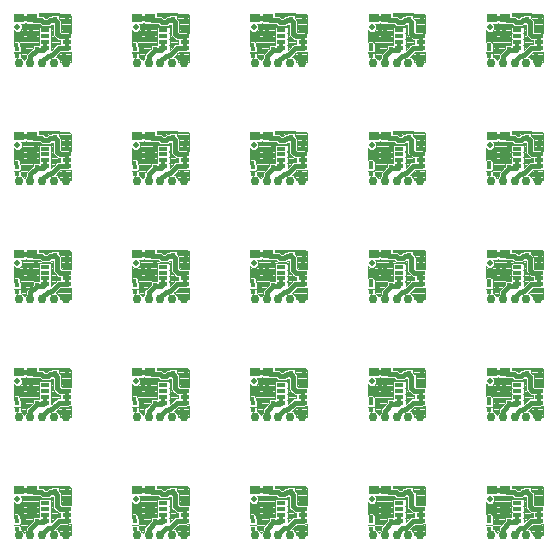
<source format=gbl>
G75*
%MOIN*%
%OFA0B0*%
%FSLAX25Y25*%
%IPPOS*%
%LPD*%
%AMOC8*
5,1,8,0,0,1.08239X$1,22.5*
%
%ADD10R,0.01575X0.01181*%
%ADD11R,0.01575X0.02362*%
%ADD12C,0.02953*%
%ADD13R,0.03150X0.01181*%
%ADD14R,0.03543X0.02756*%
%ADD15C,0.01981*%
%ADD16C,0.00394*%
%ADD17C,0.00400*%
%ADD18C,0.01587*%
%ADD19C,0.01575*%
%ADD20C,0.01181*%
D10*
X0049465Y0043047D03*
X0049465Y0045409D03*
X0088835Y0045409D03*
X0088835Y0043047D03*
X0128205Y0043047D03*
X0128205Y0045409D03*
X0128205Y0082417D03*
X0128205Y0084780D03*
X0128205Y0121787D03*
X0128205Y0124150D03*
X0088835Y0124150D03*
X0088835Y0121787D03*
X0088835Y0084780D03*
X0088835Y0082417D03*
X0049465Y0082417D03*
X0049465Y0084780D03*
X0049465Y0121787D03*
X0049465Y0124150D03*
X0049465Y0161157D03*
X0049465Y0163520D03*
X0049465Y0200528D03*
X0049465Y0202890D03*
X0088835Y0202890D03*
X0088835Y0200528D03*
X0088835Y0163520D03*
X0088835Y0161157D03*
X0128205Y0161157D03*
X0128205Y0163520D03*
X0128205Y0200528D03*
X0128205Y0202890D03*
X0167575Y0202890D03*
X0167575Y0200528D03*
X0167575Y0163520D03*
X0167575Y0161157D03*
X0206945Y0161157D03*
X0206945Y0163520D03*
X0206945Y0200528D03*
X0206945Y0202890D03*
X0206945Y0124150D03*
X0206945Y0121787D03*
X0206945Y0084780D03*
X0206945Y0082417D03*
X0167575Y0082417D03*
X0167575Y0084780D03*
X0167575Y0121787D03*
X0167575Y0124150D03*
X0167575Y0045409D03*
X0167575Y0043047D03*
X0206945Y0043047D03*
X0206945Y0045409D03*
D11*
X0209333Y0045094D03*
X0213533Y0045094D03*
X0219569Y0055134D03*
X0223769Y0055134D03*
X0213533Y0084465D03*
X0209333Y0084465D03*
X0219569Y0094504D03*
X0223769Y0094504D03*
X0213533Y0123835D03*
X0209333Y0123835D03*
X0219569Y0133874D03*
X0223769Y0133874D03*
X0213533Y0163205D03*
X0209333Y0163205D03*
X0219569Y0173244D03*
X0223769Y0173244D03*
X0213533Y0202575D03*
X0209333Y0202575D03*
X0219569Y0212614D03*
X0223769Y0212614D03*
X0184399Y0212614D03*
X0180199Y0212614D03*
X0174163Y0202575D03*
X0169963Y0202575D03*
X0145029Y0212614D03*
X0140829Y0212614D03*
X0134793Y0202575D03*
X0130593Y0202575D03*
X0105659Y0212614D03*
X0101459Y0212614D03*
X0095423Y0202575D03*
X0091223Y0202575D03*
X0066289Y0212614D03*
X0062089Y0212614D03*
X0056053Y0202575D03*
X0051853Y0202575D03*
X0062089Y0173244D03*
X0066289Y0173244D03*
X0056053Y0163205D03*
X0051853Y0163205D03*
X0062089Y0133874D03*
X0066289Y0133874D03*
X0056053Y0123835D03*
X0051853Y0123835D03*
X0062089Y0094504D03*
X0066289Y0094504D03*
X0056053Y0084465D03*
X0051853Y0084465D03*
X0062089Y0055134D03*
X0066289Y0055134D03*
X0056053Y0045094D03*
X0051853Y0045094D03*
X0091223Y0045094D03*
X0095423Y0045094D03*
X0101459Y0055134D03*
X0105659Y0055134D03*
X0130593Y0045094D03*
X0134793Y0045094D03*
X0140829Y0055134D03*
X0145029Y0055134D03*
X0169963Y0045094D03*
X0174163Y0045094D03*
X0180199Y0055134D03*
X0184399Y0055134D03*
X0174163Y0084465D03*
X0169963Y0084465D03*
X0180199Y0094504D03*
X0184399Y0094504D03*
X0174163Y0123835D03*
X0169963Y0123835D03*
X0180199Y0133874D03*
X0184399Y0133874D03*
X0174163Y0163205D03*
X0169963Y0163205D03*
X0180199Y0173244D03*
X0184399Y0173244D03*
X0145029Y0173244D03*
X0140829Y0173244D03*
X0134793Y0163205D03*
X0130593Y0163205D03*
X0105659Y0173244D03*
X0101459Y0173244D03*
X0095423Y0163205D03*
X0091223Y0163205D03*
X0101459Y0133874D03*
X0105659Y0133874D03*
X0095423Y0123835D03*
X0091223Y0123835D03*
X0101459Y0094504D03*
X0105659Y0094504D03*
X0095423Y0084465D03*
X0091223Y0084465D03*
X0130593Y0084465D03*
X0134793Y0084465D03*
X0140829Y0094504D03*
X0145029Y0094504D03*
X0134793Y0123835D03*
X0130593Y0123835D03*
X0140829Y0133874D03*
X0145029Y0133874D03*
D12*
X0144504Y0119504D03*
X0140567Y0119504D03*
X0136630Y0119504D03*
X0132693Y0119504D03*
X0128756Y0119504D03*
X0105134Y0119504D03*
X0101197Y0119504D03*
X0097260Y0119504D03*
X0093323Y0119504D03*
X0089386Y0119504D03*
X0065764Y0119504D03*
X0061827Y0119504D03*
X0057890Y0119504D03*
X0053953Y0119504D03*
X0050016Y0119504D03*
X0050016Y0158874D03*
X0053953Y0158874D03*
X0057890Y0158874D03*
X0061827Y0158874D03*
X0065764Y0158874D03*
X0089386Y0158874D03*
X0093323Y0158874D03*
X0097260Y0158874D03*
X0101197Y0158874D03*
X0105134Y0158874D03*
X0128756Y0158874D03*
X0132693Y0158874D03*
X0136630Y0158874D03*
X0140567Y0158874D03*
X0144504Y0158874D03*
X0168126Y0158874D03*
X0172063Y0158874D03*
X0176000Y0158874D03*
X0179937Y0158874D03*
X0183874Y0158874D03*
X0207496Y0158874D03*
X0211433Y0158874D03*
X0215370Y0158874D03*
X0219307Y0158874D03*
X0223244Y0158874D03*
X0223244Y0119504D03*
X0219307Y0119504D03*
X0215370Y0119504D03*
X0211433Y0119504D03*
X0207496Y0119504D03*
X0183874Y0119504D03*
X0179937Y0119504D03*
X0176000Y0119504D03*
X0172063Y0119504D03*
X0168126Y0119504D03*
X0168126Y0080134D03*
X0172063Y0080134D03*
X0176000Y0080134D03*
X0179937Y0080134D03*
X0183874Y0080134D03*
X0207496Y0080134D03*
X0211433Y0080134D03*
X0215370Y0080134D03*
X0219307Y0080134D03*
X0223244Y0080134D03*
X0223244Y0040764D03*
X0219307Y0040764D03*
X0215370Y0040764D03*
X0211433Y0040764D03*
X0207496Y0040764D03*
X0183874Y0040764D03*
X0179937Y0040764D03*
X0176000Y0040764D03*
X0172063Y0040764D03*
X0168126Y0040764D03*
X0144504Y0040764D03*
X0140567Y0040764D03*
X0136630Y0040764D03*
X0132693Y0040764D03*
X0128756Y0040764D03*
X0105134Y0040764D03*
X0101197Y0040764D03*
X0097260Y0040764D03*
X0093323Y0040764D03*
X0089386Y0040764D03*
X0065764Y0040764D03*
X0061827Y0040764D03*
X0057890Y0040764D03*
X0053953Y0040764D03*
X0050016Y0040764D03*
X0050016Y0080134D03*
X0053953Y0080134D03*
X0057890Y0080134D03*
X0061827Y0080134D03*
X0065764Y0080134D03*
X0089386Y0080134D03*
X0093323Y0080134D03*
X0097260Y0080134D03*
X0101197Y0080134D03*
X0105134Y0080134D03*
X0128756Y0080134D03*
X0132693Y0080134D03*
X0136630Y0080134D03*
X0140567Y0080134D03*
X0144504Y0080134D03*
X0144504Y0198244D03*
X0140567Y0198244D03*
X0136630Y0198244D03*
X0132693Y0198244D03*
X0128756Y0198244D03*
X0105134Y0198244D03*
X0101197Y0198244D03*
X0097260Y0198244D03*
X0093323Y0198244D03*
X0089386Y0198244D03*
X0065764Y0198244D03*
X0061827Y0198244D03*
X0057890Y0198244D03*
X0053953Y0198244D03*
X0050016Y0198244D03*
X0168126Y0198244D03*
X0172063Y0198244D03*
X0176000Y0198244D03*
X0179937Y0198244D03*
X0183874Y0198244D03*
X0207496Y0198244D03*
X0211433Y0198244D03*
X0215370Y0198244D03*
X0219307Y0198244D03*
X0223244Y0198244D03*
D13*
X0223480Y0203165D03*
X0223480Y0205134D03*
X0223480Y0207102D03*
X0223480Y0209071D03*
X0216315Y0209071D03*
X0216315Y0207102D03*
X0216315Y0205134D03*
X0216315Y0203165D03*
X0184110Y0203165D03*
X0184110Y0205134D03*
X0184110Y0207102D03*
X0184110Y0209071D03*
X0176945Y0209071D03*
X0176945Y0207102D03*
X0176945Y0205134D03*
X0176945Y0203165D03*
X0144740Y0203165D03*
X0144740Y0205134D03*
X0144740Y0207102D03*
X0144740Y0209071D03*
X0137575Y0209071D03*
X0137575Y0207102D03*
X0137575Y0205134D03*
X0137575Y0203165D03*
X0105370Y0203165D03*
X0105370Y0205134D03*
X0105370Y0207102D03*
X0105370Y0209071D03*
X0098205Y0209071D03*
X0098205Y0207102D03*
X0098205Y0205134D03*
X0098205Y0203165D03*
X0066000Y0203165D03*
X0066000Y0205134D03*
X0066000Y0207102D03*
X0066000Y0209071D03*
X0058835Y0209071D03*
X0058835Y0207102D03*
X0058835Y0205134D03*
X0058835Y0203165D03*
X0058835Y0169701D03*
X0058835Y0167732D03*
X0058835Y0165764D03*
X0058835Y0163795D03*
X0066000Y0163795D03*
X0066000Y0165764D03*
X0066000Y0167732D03*
X0066000Y0169701D03*
X0098205Y0169701D03*
X0098205Y0167732D03*
X0098205Y0165764D03*
X0098205Y0163795D03*
X0105370Y0163795D03*
X0105370Y0165764D03*
X0105370Y0167732D03*
X0105370Y0169701D03*
X0137575Y0169701D03*
X0137575Y0167732D03*
X0137575Y0165764D03*
X0137575Y0163795D03*
X0144740Y0163795D03*
X0144740Y0165764D03*
X0144740Y0167732D03*
X0144740Y0169701D03*
X0176945Y0169701D03*
X0176945Y0167732D03*
X0176945Y0165764D03*
X0176945Y0163795D03*
X0184110Y0163795D03*
X0184110Y0165764D03*
X0184110Y0167732D03*
X0184110Y0169701D03*
X0216315Y0169701D03*
X0216315Y0167732D03*
X0216315Y0165764D03*
X0216315Y0163795D03*
X0223480Y0163795D03*
X0223480Y0165764D03*
X0223480Y0167732D03*
X0223480Y0169701D03*
X0223480Y0130331D03*
X0223480Y0128362D03*
X0223480Y0126394D03*
X0223480Y0124425D03*
X0216315Y0124425D03*
X0216315Y0126394D03*
X0216315Y0128362D03*
X0216315Y0130331D03*
X0184110Y0130331D03*
X0184110Y0128362D03*
X0184110Y0126394D03*
X0184110Y0124425D03*
X0176945Y0124425D03*
X0176945Y0126394D03*
X0176945Y0128362D03*
X0176945Y0130331D03*
X0144740Y0130331D03*
X0144740Y0128362D03*
X0144740Y0126394D03*
X0144740Y0124425D03*
X0137575Y0124425D03*
X0137575Y0126394D03*
X0137575Y0128362D03*
X0137575Y0130331D03*
X0105370Y0130331D03*
X0105370Y0128362D03*
X0105370Y0126394D03*
X0105370Y0124425D03*
X0098205Y0124425D03*
X0098205Y0126394D03*
X0098205Y0128362D03*
X0098205Y0130331D03*
X0066000Y0130331D03*
X0066000Y0128362D03*
X0066000Y0126394D03*
X0066000Y0124425D03*
X0058835Y0124425D03*
X0058835Y0126394D03*
X0058835Y0128362D03*
X0058835Y0130331D03*
X0058835Y0090961D03*
X0058835Y0088992D03*
X0058835Y0087024D03*
X0058835Y0085055D03*
X0066000Y0085055D03*
X0066000Y0087024D03*
X0066000Y0088992D03*
X0066000Y0090961D03*
X0098205Y0090961D03*
X0098205Y0088992D03*
X0098205Y0087024D03*
X0098205Y0085055D03*
X0105370Y0085055D03*
X0105370Y0087024D03*
X0105370Y0088992D03*
X0105370Y0090961D03*
X0137575Y0090961D03*
X0137575Y0088992D03*
X0137575Y0087024D03*
X0137575Y0085055D03*
X0144740Y0085055D03*
X0144740Y0087024D03*
X0144740Y0088992D03*
X0144740Y0090961D03*
X0176945Y0090961D03*
X0176945Y0088992D03*
X0176945Y0087024D03*
X0176945Y0085055D03*
X0184110Y0085055D03*
X0184110Y0087024D03*
X0184110Y0088992D03*
X0184110Y0090961D03*
X0216315Y0090961D03*
X0216315Y0088992D03*
X0216315Y0087024D03*
X0216315Y0085055D03*
X0223480Y0085055D03*
X0223480Y0087024D03*
X0223480Y0088992D03*
X0223480Y0090961D03*
X0223480Y0051591D03*
X0223480Y0049622D03*
X0223480Y0047654D03*
X0223480Y0045685D03*
X0216315Y0045685D03*
X0216315Y0047654D03*
X0216315Y0049622D03*
X0216315Y0051591D03*
X0184110Y0051591D03*
X0184110Y0049622D03*
X0184110Y0047654D03*
X0184110Y0045685D03*
X0176945Y0045685D03*
X0176945Y0047654D03*
X0176945Y0049622D03*
X0176945Y0051591D03*
X0144740Y0051591D03*
X0144740Y0049622D03*
X0144740Y0047654D03*
X0144740Y0045685D03*
X0137575Y0045685D03*
X0137575Y0047654D03*
X0137575Y0049622D03*
X0137575Y0051591D03*
X0105370Y0051591D03*
X0105370Y0049622D03*
X0105370Y0047654D03*
X0105370Y0045685D03*
X0098205Y0045685D03*
X0098205Y0047654D03*
X0098205Y0049622D03*
X0098205Y0051591D03*
X0066000Y0051591D03*
X0066000Y0049622D03*
X0066000Y0047654D03*
X0066000Y0045685D03*
X0058835Y0045685D03*
X0058835Y0047654D03*
X0058835Y0049622D03*
X0058835Y0051591D03*
D14*
X0054543Y0049346D03*
X0050213Y0049346D03*
X0050213Y0055803D03*
X0054543Y0055803D03*
X0054543Y0088717D03*
X0050213Y0088717D03*
X0050213Y0095173D03*
X0054543Y0095173D03*
X0054543Y0128087D03*
X0050213Y0128087D03*
X0050213Y0134543D03*
X0054543Y0134543D03*
X0054543Y0167457D03*
X0050213Y0167457D03*
X0050213Y0173913D03*
X0054543Y0173913D03*
X0054543Y0206827D03*
X0050213Y0206827D03*
X0050213Y0213283D03*
X0054543Y0213283D03*
X0089583Y0213283D03*
X0093913Y0213283D03*
X0093913Y0206827D03*
X0089583Y0206827D03*
X0089583Y0173913D03*
X0093913Y0173913D03*
X0093913Y0167457D03*
X0089583Y0167457D03*
X0089583Y0134543D03*
X0093913Y0134543D03*
X0093913Y0128087D03*
X0089583Y0128087D03*
X0089583Y0095173D03*
X0093913Y0095173D03*
X0093913Y0088717D03*
X0089583Y0088717D03*
X0089583Y0055803D03*
X0093913Y0055803D03*
X0093913Y0049346D03*
X0089583Y0049346D03*
X0128953Y0049346D03*
X0133283Y0049346D03*
X0133283Y0055803D03*
X0128953Y0055803D03*
X0128953Y0088717D03*
X0133283Y0088717D03*
X0133283Y0095173D03*
X0128953Y0095173D03*
X0128953Y0128087D03*
X0133283Y0128087D03*
X0133283Y0134543D03*
X0128953Y0134543D03*
X0128953Y0167457D03*
X0133283Y0167457D03*
X0133283Y0173913D03*
X0128953Y0173913D03*
X0128953Y0206827D03*
X0133283Y0206827D03*
X0133283Y0213283D03*
X0128953Y0213283D03*
X0168323Y0213283D03*
X0172654Y0213283D03*
X0172654Y0206827D03*
X0168323Y0206827D03*
X0168323Y0173913D03*
X0172654Y0173913D03*
X0172654Y0167457D03*
X0168323Y0167457D03*
X0168323Y0134543D03*
X0172654Y0134543D03*
X0172654Y0128087D03*
X0168323Y0128087D03*
X0168323Y0095173D03*
X0172654Y0095173D03*
X0172654Y0088717D03*
X0168323Y0088717D03*
X0168323Y0055803D03*
X0172654Y0055803D03*
X0172654Y0049346D03*
X0168323Y0049346D03*
X0207693Y0049346D03*
X0212024Y0049346D03*
X0212024Y0055803D03*
X0207693Y0055803D03*
X0207693Y0088717D03*
X0212024Y0088717D03*
X0212024Y0095173D03*
X0207693Y0095173D03*
X0207693Y0128087D03*
X0212024Y0128087D03*
X0212024Y0134543D03*
X0207693Y0134543D03*
X0207693Y0167457D03*
X0212024Y0167457D03*
X0212024Y0173913D03*
X0207693Y0173913D03*
X0207693Y0206827D03*
X0212024Y0206827D03*
X0212024Y0213283D03*
X0207693Y0213283D03*
D15*
X0207102Y0210252D03*
X0167732Y0210252D03*
X0128362Y0210252D03*
X0088992Y0210252D03*
X0049622Y0210252D03*
X0049622Y0170882D03*
X0088992Y0170882D03*
X0128362Y0170882D03*
X0167732Y0170882D03*
X0207102Y0170882D03*
X0207102Y0131512D03*
X0167732Y0131512D03*
X0128362Y0131512D03*
X0088992Y0131512D03*
X0049622Y0131512D03*
X0049622Y0092142D03*
X0088992Y0092142D03*
X0128362Y0092142D03*
X0167732Y0092142D03*
X0207102Y0092142D03*
X0207102Y0052772D03*
X0167732Y0052772D03*
X0128362Y0052772D03*
X0088992Y0052772D03*
X0049622Y0052772D03*
D16*
X0049228Y0046787D02*
X0049228Y0045646D01*
X0049465Y0045409D01*
X0049465Y0043047D02*
X0049465Y0041315D01*
X0050016Y0040764D01*
X0088835Y0041315D02*
X0088835Y0043047D01*
X0088835Y0041315D02*
X0089386Y0040764D01*
X0088835Y0045409D02*
X0088598Y0045646D01*
X0088598Y0046787D01*
X0089386Y0080134D02*
X0088835Y0080685D01*
X0088835Y0082417D01*
X0088835Y0084780D02*
X0088598Y0085016D01*
X0088598Y0086157D01*
X0089386Y0119504D02*
X0088835Y0120055D01*
X0088835Y0121787D01*
X0088835Y0124150D02*
X0088598Y0124386D01*
X0088598Y0125528D01*
X0089386Y0158874D02*
X0088835Y0159425D01*
X0088835Y0161157D01*
X0088835Y0163520D02*
X0088598Y0163756D01*
X0088598Y0164898D01*
X0089386Y0198244D02*
X0088835Y0198795D01*
X0088835Y0200528D01*
X0088835Y0202890D02*
X0088598Y0203126D01*
X0088598Y0204268D01*
X0050016Y0198244D02*
X0049465Y0198795D01*
X0049465Y0200528D01*
X0049465Y0202890D02*
X0049228Y0203126D01*
X0049228Y0204268D01*
X0049228Y0164898D02*
X0049228Y0163756D01*
X0049465Y0163520D01*
X0049465Y0161157D02*
X0049465Y0159425D01*
X0050016Y0158874D01*
X0049228Y0125528D02*
X0049228Y0124386D01*
X0049465Y0124150D01*
X0049465Y0121787D02*
X0049465Y0120055D01*
X0050016Y0119504D01*
X0049228Y0086157D02*
X0049228Y0085016D01*
X0049465Y0084780D01*
X0049465Y0082417D02*
X0049465Y0080685D01*
X0050016Y0080134D01*
X0127969Y0085016D02*
X0127969Y0086157D01*
X0127969Y0085016D02*
X0128205Y0084780D01*
X0128205Y0082417D02*
X0128205Y0080685D01*
X0128756Y0080134D01*
X0127969Y0046787D02*
X0127969Y0045646D01*
X0128205Y0045409D01*
X0128205Y0043047D02*
X0128205Y0041315D01*
X0128756Y0040764D01*
X0167575Y0041315D02*
X0167575Y0043047D01*
X0167575Y0041315D02*
X0168126Y0040764D01*
X0167575Y0045409D02*
X0167339Y0045646D01*
X0167339Y0046787D01*
X0168126Y0080134D02*
X0167575Y0080685D01*
X0167575Y0082417D01*
X0167575Y0084780D02*
X0167339Y0085016D01*
X0167339Y0086157D01*
X0168126Y0119504D02*
X0167575Y0120055D01*
X0167575Y0121787D01*
X0167575Y0124150D02*
X0167339Y0124386D01*
X0167339Y0125528D01*
X0168126Y0158874D02*
X0167575Y0159425D01*
X0167575Y0161157D01*
X0167575Y0163520D02*
X0167339Y0163756D01*
X0167339Y0164898D01*
X0168126Y0198244D02*
X0167575Y0198795D01*
X0167575Y0200528D01*
X0167575Y0202890D02*
X0167339Y0203126D01*
X0167339Y0204268D01*
X0128756Y0198244D02*
X0128205Y0198795D01*
X0128205Y0200528D01*
X0128205Y0202890D02*
X0127969Y0203126D01*
X0127969Y0204268D01*
X0127969Y0164898D02*
X0127969Y0163756D01*
X0128205Y0163520D01*
X0128205Y0161157D02*
X0128205Y0159425D01*
X0128756Y0158874D01*
X0127969Y0125528D02*
X0127969Y0124386D01*
X0128205Y0124150D01*
X0128205Y0121787D02*
X0128205Y0120055D01*
X0128756Y0119504D01*
X0206709Y0124386D02*
X0206709Y0125528D01*
X0206709Y0124386D02*
X0206945Y0124150D01*
X0206945Y0121787D02*
X0206945Y0120055D01*
X0207496Y0119504D01*
X0206709Y0086157D02*
X0206709Y0085016D01*
X0206945Y0084780D01*
X0206945Y0082417D02*
X0206945Y0080685D01*
X0207496Y0080134D01*
X0206709Y0046787D02*
X0206709Y0045646D01*
X0206945Y0045409D01*
X0206945Y0043047D02*
X0206945Y0041315D01*
X0207496Y0040764D01*
X0207496Y0158874D02*
X0206945Y0159425D01*
X0206945Y0161157D01*
X0206945Y0163520D02*
X0206709Y0163756D01*
X0206709Y0164898D01*
X0207496Y0198244D02*
X0206945Y0198795D01*
X0206945Y0200528D01*
X0206945Y0202890D02*
X0206709Y0203126D01*
X0206709Y0204268D01*
D17*
X0048444Y0044274D02*
X0048444Y0044183D01*
X0048449Y0044188D01*
X0050480Y0044188D01*
X0050802Y0043866D01*
X0050802Y0042790D01*
X0050855Y0042790D01*
X0051984Y0041661D01*
X0052615Y0042292D01*
X0052615Y0043548D01*
X0054715Y0045648D01*
X0054715Y0046503D01*
X0055038Y0046826D01*
X0056719Y0046826D01*
X0056710Y0046835D01*
X0056710Y0048472D01*
X0056876Y0048638D01*
X0056710Y0048804D01*
X0056710Y0050440D01*
X0056876Y0050606D01*
X0056710Y0050772D01*
X0056710Y0052409D01*
X0057032Y0052731D01*
X0060637Y0052731D01*
X0060959Y0052409D01*
X0060959Y0050772D01*
X0060794Y0050606D01*
X0060959Y0050440D01*
X0060959Y0048804D01*
X0060794Y0048638D01*
X0060959Y0048472D01*
X0060959Y0046835D01*
X0060794Y0046669D01*
X0060959Y0046503D01*
X0060959Y0045134D01*
X0062848Y0047022D01*
X0063875Y0047022D01*
X0063875Y0048285D01*
X0063241Y0048285D01*
X0061539Y0049987D01*
X0061539Y0053403D01*
X0061074Y0053403D01*
X0060908Y0053569D01*
X0060464Y0053125D01*
X0057756Y0053125D01*
X0057085Y0053796D01*
X0054659Y0053796D01*
X0054580Y0053875D01*
X0052544Y0053875D01*
X0052378Y0054041D01*
X0052212Y0053875D01*
X0050697Y0053875D01*
X0051163Y0053410D01*
X0051163Y0052134D01*
X0050260Y0051231D01*
X0048984Y0051231D01*
X0048444Y0051771D01*
X0048444Y0047903D01*
X0048672Y0048131D01*
X0049785Y0048131D01*
X0050572Y0047344D01*
X0050572Y0046458D01*
X0050802Y0046228D01*
X0050802Y0044591D01*
X0050480Y0044269D01*
X0048449Y0044269D01*
X0048444Y0044274D01*
X0050628Y0044039D02*
X0053106Y0044039D01*
X0052708Y0043641D02*
X0050802Y0043641D01*
X0050802Y0043242D02*
X0052615Y0043242D01*
X0052615Y0042844D02*
X0050802Y0042844D01*
X0051200Y0042445D02*
X0052615Y0042445D01*
X0052370Y0042047D02*
X0051599Y0042047D01*
X0050649Y0044438D02*
X0053505Y0044438D01*
X0053903Y0044836D02*
X0050802Y0044836D01*
X0050802Y0045235D02*
X0054302Y0045235D01*
X0054700Y0045633D02*
X0050802Y0045633D01*
X0050802Y0046032D02*
X0054715Y0046032D01*
X0054715Y0046430D02*
X0050599Y0046430D01*
X0050572Y0046829D02*
X0056716Y0046829D01*
X0056710Y0047227D02*
X0050572Y0047227D01*
X0050290Y0047626D02*
X0056710Y0047626D01*
X0056710Y0048024D02*
X0049892Y0048024D01*
X0048565Y0048024D02*
X0048444Y0048024D01*
X0048444Y0048423D02*
X0056710Y0048423D01*
X0056710Y0048821D02*
X0048444Y0048821D01*
X0048444Y0049220D02*
X0056710Y0049220D01*
X0056710Y0049618D02*
X0048444Y0049618D01*
X0048444Y0050017D02*
X0056710Y0050017D01*
X0056710Y0050415D02*
X0048444Y0050415D01*
X0048444Y0050814D02*
X0056710Y0050814D01*
X0056710Y0051212D02*
X0048444Y0051212D01*
X0048444Y0051611D02*
X0048604Y0051611D01*
X0050640Y0051611D02*
X0056710Y0051611D01*
X0056710Y0052009D02*
X0051039Y0052009D01*
X0051163Y0052408D02*
X0056710Y0052408D01*
X0057677Y0053205D02*
X0051163Y0053205D01*
X0051163Y0052806D02*
X0061539Y0052806D01*
X0061539Y0052408D02*
X0060959Y0052408D01*
X0060959Y0052009D02*
X0061539Y0052009D01*
X0061539Y0051611D02*
X0060959Y0051611D01*
X0060959Y0051212D02*
X0061539Y0051212D01*
X0061539Y0050814D02*
X0060959Y0050814D01*
X0060959Y0050415D02*
X0061539Y0050415D01*
X0061539Y0050017D02*
X0060959Y0050017D01*
X0060959Y0049618D02*
X0061908Y0049618D01*
X0062306Y0049220D02*
X0060959Y0049220D01*
X0060959Y0048821D02*
X0062705Y0048821D01*
X0063103Y0048423D02*
X0060959Y0048423D01*
X0060959Y0048024D02*
X0063875Y0048024D01*
X0063875Y0047626D02*
X0060959Y0047626D01*
X0060959Y0047227D02*
X0063875Y0047227D01*
X0062654Y0046829D02*
X0060953Y0046829D01*
X0060959Y0046430D02*
X0062255Y0046430D01*
X0061857Y0046032D02*
X0060959Y0046032D01*
X0060959Y0045633D02*
X0061458Y0045633D01*
X0061060Y0045235D02*
X0060959Y0045235D01*
X0062850Y0043242D02*
X0067335Y0043242D01*
X0067335Y0042844D02*
X0062452Y0042844D01*
X0062398Y0042790D02*
X0063956Y0044348D01*
X0066554Y0044348D01*
X0066751Y0044544D01*
X0067335Y0044544D01*
X0067335Y0040964D01*
X0063853Y0040964D01*
X0063853Y0041603D01*
X0062666Y0042790D01*
X0062398Y0042790D01*
X0063011Y0042445D02*
X0067335Y0042445D01*
X0067335Y0042047D02*
X0063410Y0042047D01*
X0063808Y0041648D02*
X0067335Y0041648D01*
X0067335Y0041250D02*
X0063853Y0041250D01*
X0063249Y0043641D02*
X0067335Y0043641D01*
X0067335Y0044039D02*
X0063647Y0044039D01*
X0066644Y0044438D02*
X0067335Y0044438D01*
X0067335Y0050763D02*
X0066751Y0050763D01*
X0066554Y0050959D01*
X0064349Y0050959D01*
X0064214Y0051095D01*
X0064214Y0054900D01*
X0063430Y0055684D01*
X0063426Y0055688D01*
X0063426Y0056543D01*
X0063104Y0056865D01*
X0061074Y0056865D01*
X0060752Y0056543D01*
X0060752Y0056471D01*
X0060027Y0056471D01*
X0059356Y0055800D01*
X0058864Y0055800D01*
X0058193Y0056471D01*
X0056865Y0056471D01*
X0056865Y0057299D01*
X0063367Y0057299D01*
X0063713Y0057099D01*
X0066748Y0057099D01*
X0066900Y0057079D01*
X0067163Y0056927D01*
X0067315Y0056664D01*
X0067335Y0056512D01*
X0067335Y0050763D01*
X0067335Y0050814D02*
X0066699Y0050814D01*
X0067335Y0051212D02*
X0064214Y0051212D01*
X0064214Y0051611D02*
X0067335Y0051611D01*
X0067335Y0052009D02*
X0064214Y0052009D01*
X0064214Y0052408D02*
X0067335Y0052408D01*
X0067335Y0052806D02*
X0064214Y0052806D01*
X0064214Y0053205D02*
X0067335Y0053205D01*
X0067335Y0053603D02*
X0064214Y0053603D01*
X0064214Y0054002D02*
X0067335Y0054002D01*
X0067335Y0054401D02*
X0064214Y0054401D01*
X0064214Y0054799D02*
X0067335Y0054799D01*
X0067335Y0055198D02*
X0063917Y0055198D01*
X0063518Y0055596D02*
X0067335Y0055596D01*
X0067335Y0055995D02*
X0063426Y0055995D01*
X0063426Y0055688D02*
X0063426Y0055688D01*
X0063426Y0056393D02*
X0067335Y0056393D01*
X0067242Y0056792D02*
X0063178Y0056792D01*
X0063556Y0057190D02*
X0056865Y0057190D01*
X0056865Y0056792D02*
X0061000Y0056792D01*
X0059949Y0056393D02*
X0058271Y0056393D01*
X0058670Y0055995D02*
X0059551Y0055995D01*
X0057278Y0053603D02*
X0050969Y0053603D01*
X0052339Y0054002D02*
X0052417Y0054002D01*
X0060544Y0053205D02*
X0061539Y0053205D01*
X0087814Y0051771D02*
X0087814Y0047903D01*
X0088042Y0048131D01*
X0089155Y0048131D01*
X0089942Y0047344D01*
X0089942Y0046458D01*
X0090172Y0046228D01*
X0090172Y0044591D01*
X0089850Y0044269D01*
X0087819Y0044269D01*
X0087814Y0044274D01*
X0087814Y0044183D01*
X0087819Y0044188D01*
X0089850Y0044188D01*
X0090172Y0043866D01*
X0090172Y0042790D01*
X0090225Y0042790D01*
X0091354Y0041661D01*
X0091985Y0042292D01*
X0091985Y0043548D01*
X0094085Y0045648D01*
X0094085Y0046503D01*
X0094408Y0046826D01*
X0096090Y0046826D01*
X0096080Y0046835D01*
X0096080Y0048472D01*
X0096246Y0048638D01*
X0096080Y0048804D01*
X0096080Y0050440D01*
X0096246Y0050606D01*
X0096080Y0050772D01*
X0096080Y0052409D01*
X0096402Y0052731D01*
X0100007Y0052731D01*
X0100330Y0052409D01*
X0100330Y0050772D01*
X0100164Y0050606D01*
X0100330Y0050440D01*
X0100330Y0048804D01*
X0100164Y0048638D01*
X0100330Y0048472D01*
X0100330Y0046835D01*
X0100164Y0046669D01*
X0100330Y0046503D01*
X0100330Y0045134D01*
X0102218Y0047022D01*
X0103245Y0047022D01*
X0103245Y0048285D01*
X0102611Y0048285D01*
X0100909Y0049987D01*
X0100909Y0053403D01*
X0100444Y0053403D01*
X0100278Y0053569D01*
X0099834Y0053125D01*
X0097126Y0053125D01*
X0096455Y0053796D01*
X0094029Y0053796D01*
X0093950Y0053875D01*
X0091914Y0053875D01*
X0091748Y0054041D01*
X0091582Y0053875D01*
X0090067Y0053875D01*
X0090533Y0053410D01*
X0090533Y0052134D01*
X0089630Y0051231D01*
X0088354Y0051231D01*
X0087814Y0051771D01*
X0087814Y0051611D02*
X0087974Y0051611D01*
X0087814Y0051212D02*
X0096080Y0051212D01*
X0096080Y0050814D02*
X0087814Y0050814D01*
X0087814Y0050415D02*
X0096080Y0050415D01*
X0096080Y0050017D02*
X0087814Y0050017D01*
X0087814Y0049618D02*
X0096080Y0049618D01*
X0096080Y0049220D02*
X0087814Y0049220D01*
X0087814Y0048821D02*
X0096080Y0048821D01*
X0096080Y0048423D02*
X0087814Y0048423D01*
X0087814Y0048024D02*
X0087935Y0048024D01*
X0089262Y0048024D02*
X0096080Y0048024D01*
X0096080Y0047626D02*
X0089660Y0047626D01*
X0089942Y0047227D02*
X0096080Y0047227D01*
X0096086Y0046829D02*
X0089942Y0046829D01*
X0089970Y0046430D02*
X0094085Y0046430D01*
X0094085Y0046032D02*
X0090172Y0046032D01*
X0090172Y0045633D02*
X0094070Y0045633D01*
X0093672Y0045235D02*
X0090172Y0045235D01*
X0090172Y0044836D02*
X0093273Y0044836D01*
X0092875Y0044438D02*
X0090019Y0044438D01*
X0089998Y0044039D02*
X0092476Y0044039D01*
X0092078Y0043641D02*
X0090172Y0043641D01*
X0090172Y0043242D02*
X0091985Y0043242D01*
X0091985Y0042844D02*
X0090172Y0042844D01*
X0090570Y0042445D02*
X0091985Y0042445D01*
X0091740Y0042047D02*
X0090969Y0042047D01*
X0100330Y0045235D02*
X0100430Y0045235D01*
X0100330Y0045633D02*
X0100829Y0045633D01*
X0101227Y0046032D02*
X0100330Y0046032D01*
X0100330Y0046430D02*
X0101626Y0046430D01*
X0102024Y0046829D02*
X0100323Y0046829D01*
X0100330Y0047227D02*
X0103245Y0047227D01*
X0103245Y0047626D02*
X0100330Y0047626D01*
X0100330Y0048024D02*
X0103245Y0048024D01*
X0102473Y0048423D02*
X0100330Y0048423D01*
X0100330Y0048821D02*
X0102075Y0048821D01*
X0101676Y0049220D02*
X0100330Y0049220D01*
X0100330Y0049618D02*
X0101278Y0049618D01*
X0100909Y0050017D02*
X0100330Y0050017D01*
X0100330Y0050415D02*
X0100909Y0050415D01*
X0100909Y0050814D02*
X0100330Y0050814D01*
X0100330Y0051212D02*
X0100909Y0051212D01*
X0100909Y0051611D02*
X0100330Y0051611D01*
X0100330Y0052009D02*
X0100909Y0052009D01*
X0100909Y0052408D02*
X0100330Y0052408D01*
X0100909Y0052806D02*
X0090533Y0052806D01*
X0090533Y0052408D02*
X0096080Y0052408D01*
X0096080Y0052009D02*
X0090409Y0052009D01*
X0090010Y0051611D02*
X0096080Y0051611D01*
X0097047Y0053205D02*
X0090533Y0053205D01*
X0090339Y0053603D02*
X0096648Y0053603D01*
X0098234Y0055800D02*
X0097563Y0056471D01*
X0096235Y0056471D01*
X0096235Y0057299D01*
X0102737Y0057299D01*
X0103083Y0057099D01*
X0106118Y0057099D01*
X0106270Y0057079D01*
X0106533Y0056927D01*
X0106685Y0056664D01*
X0106706Y0056512D01*
X0106706Y0050763D01*
X0106121Y0050763D01*
X0105924Y0050959D01*
X0103719Y0050959D01*
X0103584Y0051095D01*
X0103584Y0054900D01*
X0102800Y0055684D01*
X0102796Y0055688D01*
X0102796Y0056543D01*
X0102474Y0056865D01*
X0100444Y0056865D01*
X0100122Y0056543D01*
X0100122Y0056471D01*
X0099398Y0056471D01*
X0098726Y0055800D01*
X0098234Y0055800D01*
X0098040Y0055995D02*
X0098921Y0055995D01*
X0099319Y0056393D02*
X0097641Y0056393D01*
X0096235Y0056792D02*
X0100370Y0056792D01*
X0102548Y0056792D02*
X0106612Y0056792D01*
X0106706Y0056393D02*
X0102796Y0056393D01*
X0102796Y0055995D02*
X0106706Y0055995D01*
X0106706Y0055596D02*
X0102888Y0055596D01*
X0103287Y0055198D02*
X0106706Y0055198D01*
X0106706Y0054799D02*
X0103584Y0054799D01*
X0103584Y0054401D02*
X0106706Y0054401D01*
X0106706Y0054002D02*
X0103584Y0054002D01*
X0103584Y0053603D02*
X0106706Y0053603D01*
X0106706Y0053205D02*
X0103584Y0053205D01*
X0103584Y0052806D02*
X0106706Y0052806D01*
X0106706Y0052408D02*
X0103584Y0052408D01*
X0103584Y0052009D02*
X0106706Y0052009D01*
X0106706Y0051611D02*
X0103584Y0051611D01*
X0103584Y0051212D02*
X0106706Y0051212D01*
X0106706Y0050814D02*
X0106070Y0050814D01*
X0100909Y0053205D02*
X0099914Y0053205D01*
X0102926Y0057190D02*
X0096235Y0057190D01*
X0091787Y0054002D02*
X0091709Y0054002D01*
X0102220Y0043242D02*
X0106706Y0043242D01*
X0106706Y0042844D02*
X0101822Y0042844D01*
X0101768Y0042790D02*
X0103326Y0044348D01*
X0105924Y0044348D01*
X0106121Y0044544D01*
X0106706Y0044544D01*
X0106706Y0040964D01*
X0103223Y0040964D01*
X0103223Y0041603D01*
X0102036Y0042790D01*
X0101768Y0042790D01*
X0102381Y0042445D02*
X0106706Y0042445D01*
X0106706Y0042047D02*
X0102780Y0042047D01*
X0103178Y0041648D02*
X0106706Y0041648D01*
X0106706Y0041250D02*
X0103223Y0041250D01*
X0102619Y0043641D02*
X0106706Y0043641D01*
X0106706Y0044039D02*
X0103017Y0044039D01*
X0106014Y0044438D02*
X0106706Y0044438D01*
X0127184Y0044274D02*
X0127189Y0044269D01*
X0129220Y0044269D01*
X0129542Y0044591D01*
X0129542Y0046228D01*
X0129312Y0046458D01*
X0129312Y0047344D01*
X0128525Y0048131D01*
X0127412Y0048131D01*
X0127184Y0047903D01*
X0127184Y0051771D01*
X0127724Y0051231D01*
X0129000Y0051231D01*
X0129903Y0052134D01*
X0129903Y0053410D01*
X0129437Y0053875D01*
X0130952Y0053875D01*
X0131118Y0054041D01*
X0131284Y0053875D01*
X0133320Y0053875D01*
X0133399Y0053796D01*
X0135825Y0053796D01*
X0136497Y0053125D01*
X0139204Y0053125D01*
X0139648Y0053569D01*
X0139814Y0053403D01*
X0140279Y0053403D01*
X0140279Y0049987D01*
X0141981Y0048285D01*
X0142615Y0048285D01*
X0142615Y0047022D01*
X0141588Y0047022D01*
X0139700Y0045134D01*
X0139700Y0046503D01*
X0139534Y0046669D01*
X0139700Y0046835D01*
X0139700Y0048472D01*
X0139534Y0048638D01*
X0139700Y0048804D01*
X0139700Y0050440D01*
X0139534Y0050606D01*
X0139700Y0050772D01*
X0139700Y0052409D01*
X0139377Y0052731D01*
X0135772Y0052731D01*
X0135450Y0052409D01*
X0135450Y0050772D01*
X0135616Y0050606D01*
X0135450Y0050440D01*
X0135450Y0048804D01*
X0135616Y0048638D01*
X0135450Y0048472D01*
X0135450Y0046835D01*
X0135460Y0046826D01*
X0133778Y0046826D01*
X0133456Y0046503D01*
X0133456Y0045648D01*
X0131356Y0043548D01*
X0131356Y0042292D01*
X0130724Y0041661D01*
X0129595Y0042790D01*
X0129542Y0042790D01*
X0129542Y0043866D01*
X0129220Y0044188D01*
X0127189Y0044188D01*
X0127184Y0044183D01*
X0127184Y0044274D01*
X0129369Y0044039D02*
X0131846Y0044039D01*
X0131448Y0043641D02*
X0129542Y0043641D01*
X0129542Y0043242D02*
X0131356Y0043242D01*
X0131356Y0042844D02*
X0129542Y0042844D01*
X0129940Y0042445D02*
X0131356Y0042445D01*
X0131110Y0042047D02*
X0130339Y0042047D01*
X0129389Y0044438D02*
X0132245Y0044438D01*
X0132643Y0044836D02*
X0129542Y0044836D01*
X0129542Y0045235D02*
X0133042Y0045235D01*
X0133440Y0045633D02*
X0129542Y0045633D01*
X0129542Y0046032D02*
X0133456Y0046032D01*
X0133456Y0046430D02*
X0129340Y0046430D01*
X0129312Y0046829D02*
X0135456Y0046829D01*
X0135450Y0047227D02*
X0129312Y0047227D01*
X0129030Y0047626D02*
X0135450Y0047626D01*
X0135450Y0048024D02*
X0128632Y0048024D01*
X0127305Y0048024D02*
X0127184Y0048024D01*
X0127184Y0048423D02*
X0135450Y0048423D01*
X0135450Y0048821D02*
X0127184Y0048821D01*
X0127184Y0049220D02*
X0135450Y0049220D01*
X0135450Y0049618D02*
X0127184Y0049618D01*
X0127184Y0050017D02*
X0135450Y0050017D01*
X0135450Y0050415D02*
X0127184Y0050415D01*
X0127184Y0050814D02*
X0135450Y0050814D01*
X0135450Y0051212D02*
X0127184Y0051212D01*
X0127184Y0051611D02*
X0127344Y0051611D01*
X0129380Y0051611D02*
X0135450Y0051611D01*
X0135450Y0052009D02*
X0129779Y0052009D01*
X0129903Y0052408D02*
X0135450Y0052408D01*
X0136417Y0053205D02*
X0129903Y0053205D01*
X0129903Y0052806D02*
X0140279Y0052806D01*
X0140279Y0052408D02*
X0139700Y0052408D01*
X0139700Y0052009D02*
X0140279Y0052009D01*
X0140279Y0051611D02*
X0139700Y0051611D01*
X0139700Y0051212D02*
X0140279Y0051212D01*
X0140279Y0050814D02*
X0139700Y0050814D01*
X0139700Y0050415D02*
X0140279Y0050415D01*
X0140279Y0050017D02*
X0139700Y0050017D01*
X0139700Y0049618D02*
X0140648Y0049618D01*
X0141046Y0049220D02*
X0139700Y0049220D01*
X0139700Y0048821D02*
X0141445Y0048821D01*
X0141843Y0048423D02*
X0139700Y0048423D01*
X0139700Y0048024D02*
X0142615Y0048024D01*
X0142615Y0047626D02*
X0139700Y0047626D01*
X0139700Y0047227D02*
X0142615Y0047227D01*
X0141394Y0046829D02*
X0139693Y0046829D01*
X0139700Y0046430D02*
X0140996Y0046430D01*
X0140597Y0046032D02*
X0139700Y0046032D01*
X0139700Y0045633D02*
X0140199Y0045633D01*
X0139800Y0045235D02*
X0139700Y0045235D01*
X0141590Y0043242D02*
X0146076Y0043242D01*
X0146076Y0042844D02*
X0141192Y0042844D01*
X0141138Y0042790D02*
X0142696Y0044348D01*
X0145294Y0044348D01*
X0145491Y0044544D01*
X0146076Y0044544D01*
X0146076Y0040964D01*
X0142593Y0040964D01*
X0142593Y0041603D01*
X0141406Y0042790D01*
X0141138Y0042790D01*
X0141751Y0042445D02*
X0146076Y0042445D01*
X0146076Y0042047D02*
X0142150Y0042047D01*
X0142548Y0041648D02*
X0146076Y0041648D01*
X0146076Y0041250D02*
X0142593Y0041250D01*
X0141989Y0043641D02*
X0146076Y0043641D01*
X0146076Y0044039D02*
X0142387Y0044039D01*
X0145384Y0044438D02*
X0146076Y0044438D01*
X0146076Y0050763D02*
X0145491Y0050763D01*
X0145294Y0050959D01*
X0143089Y0050959D01*
X0142954Y0051095D01*
X0142954Y0054900D01*
X0142170Y0055684D01*
X0142167Y0055688D01*
X0142167Y0056543D01*
X0141844Y0056865D01*
X0139814Y0056865D01*
X0139492Y0056543D01*
X0139492Y0056471D01*
X0138768Y0056471D01*
X0138096Y0055800D01*
X0137604Y0055800D01*
X0136933Y0056471D01*
X0135605Y0056471D01*
X0135605Y0057299D01*
X0142107Y0057299D01*
X0142454Y0057099D01*
X0145488Y0057099D01*
X0145640Y0057079D01*
X0145904Y0056927D01*
X0146056Y0056664D01*
X0146076Y0056512D01*
X0146076Y0050763D01*
X0146076Y0050814D02*
X0145440Y0050814D01*
X0146076Y0051212D02*
X0142954Y0051212D01*
X0142954Y0051611D02*
X0146076Y0051611D01*
X0146076Y0052009D02*
X0142954Y0052009D01*
X0142954Y0052408D02*
X0146076Y0052408D01*
X0146076Y0052806D02*
X0142954Y0052806D01*
X0142954Y0053205D02*
X0146076Y0053205D01*
X0146076Y0053603D02*
X0142954Y0053603D01*
X0142954Y0054002D02*
X0146076Y0054002D01*
X0146076Y0054401D02*
X0142954Y0054401D01*
X0142954Y0054799D02*
X0146076Y0054799D01*
X0146076Y0055198D02*
X0142657Y0055198D01*
X0142258Y0055596D02*
X0146076Y0055596D01*
X0146076Y0055995D02*
X0142167Y0055995D01*
X0142167Y0055688D02*
X0142167Y0055688D01*
X0142167Y0056393D02*
X0146076Y0056393D01*
X0145982Y0056792D02*
X0141918Y0056792D01*
X0142296Y0057190D02*
X0135605Y0057190D01*
X0135605Y0056792D02*
X0139741Y0056792D01*
X0138689Y0056393D02*
X0137011Y0056393D01*
X0137410Y0055995D02*
X0138291Y0055995D01*
X0136018Y0053603D02*
X0129709Y0053603D01*
X0131079Y0054002D02*
X0131157Y0054002D01*
X0139284Y0053205D02*
X0140279Y0053205D01*
X0166554Y0051771D02*
X0166554Y0047903D01*
X0166782Y0048131D01*
X0167895Y0048131D01*
X0168682Y0047344D01*
X0168682Y0046458D01*
X0168912Y0046228D01*
X0168912Y0044591D01*
X0168590Y0044269D01*
X0166560Y0044269D01*
X0166554Y0044274D01*
X0166554Y0044183D01*
X0166560Y0044188D01*
X0168590Y0044188D01*
X0168912Y0043866D01*
X0168912Y0042790D01*
X0168965Y0042790D01*
X0170094Y0041661D01*
X0170726Y0042292D01*
X0170726Y0043548D01*
X0172826Y0045648D01*
X0172826Y0046503D01*
X0173148Y0046826D01*
X0174830Y0046826D01*
X0174820Y0046835D01*
X0174820Y0048472D01*
X0174986Y0048638D01*
X0174820Y0048804D01*
X0174820Y0050440D01*
X0174986Y0050606D01*
X0174820Y0050772D01*
X0174820Y0052409D01*
X0175142Y0052731D01*
X0178748Y0052731D01*
X0179070Y0052409D01*
X0179070Y0050772D01*
X0178904Y0050606D01*
X0179070Y0050440D01*
X0179070Y0048804D01*
X0178904Y0048638D01*
X0179070Y0048472D01*
X0179070Y0046835D01*
X0178904Y0046669D01*
X0179070Y0046503D01*
X0179070Y0045134D01*
X0180958Y0047022D01*
X0181985Y0047022D01*
X0181985Y0048285D01*
X0181352Y0048285D01*
X0179649Y0049987D01*
X0179649Y0053403D01*
X0179184Y0053403D01*
X0179018Y0053569D01*
X0178574Y0053125D01*
X0175867Y0053125D01*
X0175195Y0053796D01*
X0172769Y0053796D01*
X0172690Y0053875D01*
X0170654Y0053875D01*
X0170488Y0054041D01*
X0170322Y0053875D01*
X0168807Y0053875D01*
X0169273Y0053410D01*
X0169273Y0052134D01*
X0168370Y0051231D01*
X0167094Y0051231D01*
X0166554Y0051771D01*
X0166554Y0051611D02*
X0166714Y0051611D01*
X0166554Y0051212D02*
X0174820Y0051212D01*
X0174820Y0050814D02*
X0166554Y0050814D01*
X0166554Y0050415D02*
X0174820Y0050415D01*
X0174820Y0050017D02*
X0166554Y0050017D01*
X0166554Y0049618D02*
X0174820Y0049618D01*
X0174820Y0049220D02*
X0166554Y0049220D01*
X0166554Y0048821D02*
X0174820Y0048821D01*
X0174820Y0048423D02*
X0166554Y0048423D01*
X0166554Y0048024D02*
X0166675Y0048024D01*
X0168002Y0048024D02*
X0174820Y0048024D01*
X0174820Y0047626D02*
X0168400Y0047626D01*
X0168682Y0047227D02*
X0174820Y0047227D01*
X0174826Y0046829D02*
X0168682Y0046829D01*
X0168710Y0046430D02*
X0172826Y0046430D01*
X0172826Y0046032D02*
X0168912Y0046032D01*
X0168912Y0045633D02*
X0172810Y0045633D01*
X0172412Y0045235D02*
X0168912Y0045235D01*
X0168912Y0044836D02*
X0172013Y0044836D01*
X0171615Y0044438D02*
X0168759Y0044438D01*
X0168739Y0044039D02*
X0171216Y0044039D01*
X0170818Y0043641D02*
X0168912Y0043641D01*
X0168912Y0043242D02*
X0170726Y0043242D01*
X0170726Y0042844D02*
X0168912Y0042844D01*
X0169310Y0042445D02*
X0170726Y0042445D01*
X0170480Y0042047D02*
X0169709Y0042047D01*
X0179070Y0045235D02*
X0179170Y0045235D01*
X0179070Y0045633D02*
X0179569Y0045633D01*
X0179967Y0046032D02*
X0179070Y0046032D01*
X0179070Y0046430D02*
X0180366Y0046430D01*
X0180764Y0046829D02*
X0179063Y0046829D01*
X0179070Y0047227D02*
X0181985Y0047227D01*
X0181985Y0047626D02*
X0179070Y0047626D01*
X0179070Y0048024D02*
X0181985Y0048024D01*
X0181213Y0048423D02*
X0179070Y0048423D01*
X0179070Y0048821D02*
X0180815Y0048821D01*
X0180416Y0049220D02*
X0179070Y0049220D01*
X0179070Y0049618D02*
X0180018Y0049618D01*
X0179649Y0050017D02*
X0179070Y0050017D01*
X0179070Y0050415D02*
X0179649Y0050415D01*
X0179649Y0050814D02*
X0179070Y0050814D01*
X0179070Y0051212D02*
X0179649Y0051212D01*
X0179649Y0051611D02*
X0179070Y0051611D01*
X0179070Y0052009D02*
X0179649Y0052009D01*
X0179649Y0052408D02*
X0179070Y0052408D01*
X0179649Y0052806D02*
X0169273Y0052806D01*
X0169273Y0052408D02*
X0174820Y0052408D01*
X0174820Y0052009D02*
X0169149Y0052009D01*
X0168750Y0051611D02*
X0174820Y0051611D01*
X0175787Y0053205D02*
X0169273Y0053205D01*
X0169079Y0053603D02*
X0175388Y0053603D01*
X0176975Y0055800D02*
X0176303Y0056471D01*
X0174975Y0056471D01*
X0174975Y0057299D01*
X0181477Y0057299D01*
X0181824Y0057099D01*
X0184858Y0057099D01*
X0185010Y0057079D01*
X0185274Y0056927D01*
X0185426Y0056664D01*
X0185446Y0056512D01*
X0185446Y0050763D01*
X0184861Y0050763D01*
X0184664Y0050959D01*
X0182459Y0050959D01*
X0182324Y0051095D01*
X0182324Y0054900D01*
X0181541Y0055684D01*
X0181537Y0055688D01*
X0181537Y0056543D01*
X0181214Y0056865D01*
X0179184Y0056865D01*
X0178862Y0056543D01*
X0178862Y0056471D01*
X0178138Y0056471D01*
X0177466Y0055800D01*
X0176975Y0055800D01*
X0176780Y0055995D02*
X0177661Y0055995D01*
X0178059Y0056393D02*
X0176381Y0056393D01*
X0174975Y0056792D02*
X0179111Y0056792D01*
X0181288Y0056792D02*
X0185352Y0056792D01*
X0185446Y0056393D02*
X0181537Y0056393D01*
X0181537Y0055995D02*
X0185446Y0055995D01*
X0185446Y0055596D02*
X0181628Y0055596D01*
X0181537Y0055688D02*
X0181537Y0055688D01*
X0182027Y0055198D02*
X0185446Y0055198D01*
X0185446Y0054799D02*
X0182324Y0054799D01*
X0182324Y0054401D02*
X0185446Y0054401D01*
X0185446Y0054002D02*
X0182324Y0054002D01*
X0182324Y0053603D02*
X0185446Y0053603D01*
X0185446Y0053205D02*
X0182324Y0053205D01*
X0182324Y0052806D02*
X0185446Y0052806D01*
X0185446Y0052408D02*
X0182324Y0052408D01*
X0182324Y0052009D02*
X0185446Y0052009D01*
X0185446Y0051611D02*
X0182324Y0051611D01*
X0182324Y0051212D02*
X0185446Y0051212D01*
X0185446Y0050814D02*
X0184810Y0050814D01*
X0179649Y0053205D02*
X0178654Y0053205D01*
X0181666Y0057190D02*
X0174975Y0057190D01*
X0170527Y0054002D02*
X0170449Y0054002D01*
X0180960Y0043242D02*
X0185446Y0043242D01*
X0185446Y0042844D02*
X0180562Y0042844D01*
X0180508Y0042790D02*
X0182066Y0044348D01*
X0184664Y0044348D01*
X0184861Y0044544D01*
X0185446Y0044544D01*
X0185446Y0040964D01*
X0181963Y0040964D01*
X0181963Y0041603D01*
X0180776Y0042790D01*
X0180508Y0042790D01*
X0181121Y0042445D02*
X0185446Y0042445D01*
X0185446Y0042047D02*
X0181520Y0042047D01*
X0181918Y0041648D02*
X0185446Y0041648D01*
X0185446Y0041250D02*
X0181963Y0041250D01*
X0181359Y0043641D02*
X0185446Y0043641D01*
X0185446Y0044039D02*
X0181757Y0044039D01*
X0184754Y0044438D02*
X0185446Y0044438D01*
X0205924Y0044274D02*
X0205930Y0044269D01*
X0207960Y0044269D01*
X0208282Y0044591D01*
X0208282Y0046228D01*
X0208052Y0046458D01*
X0208052Y0047344D01*
X0207265Y0048131D01*
X0206152Y0048131D01*
X0205924Y0047903D01*
X0205924Y0051771D01*
X0206464Y0051231D01*
X0207740Y0051231D01*
X0208643Y0052134D01*
X0208643Y0053410D01*
X0208177Y0053875D01*
X0209692Y0053875D01*
X0209858Y0054041D01*
X0210024Y0053875D01*
X0212060Y0053875D01*
X0212139Y0053796D01*
X0214565Y0053796D01*
X0215237Y0053125D01*
X0217944Y0053125D01*
X0218388Y0053569D01*
X0218554Y0053403D01*
X0219019Y0053403D01*
X0219019Y0049987D01*
X0220722Y0048285D01*
X0221356Y0048285D01*
X0221356Y0047022D01*
X0220328Y0047022D01*
X0218440Y0045134D01*
X0218440Y0046503D01*
X0218274Y0046669D01*
X0218440Y0046835D01*
X0218440Y0048472D01*
X0218274Y0048638D01*
X0218440Y0048804D01*
X0218440Y0050440D01*
X0218274Y0050606D01*
X0218440Y0050772D01*
X0218440Y0052409D01*
X0218118Y0052731D01*
X0214512Y0052731D01*
X0214190Y0052409D01*
X0214190Y0050772D01*
X0214356Y0050606D01*
X0214190Y0050440D01*
X0214190Y0048804D01*
X0214356Y0048638D01*
X0214190Y0048472D01*
X0214190Y0046835D01*
X0214200Y0046826D01*
X0212518Y0046826D01*
X0212196Y0046503D01*
X0212196Y0045648D01*
X0210096Y0043548D01*
X0210096Y0042292D01*
X0209465Y0041661D01*
X0208335Y0042790D01*
X0208282Y0042790D01*
X0208282Y0043866D01*
X0207960Y0044188D01*
X0205930Y0044188D01*
X0205924Y0044183D01*
X0205924Y0044274D01*
X0208109Y0044039D02*
X0210586Y0044039D01*
X0210188Y0043641D02*
X0208282Y0043641D01*
X0208282Y0043242D02*
X0210096Y0043242D01*
X0210096Y0042844D02*
X0208282Y0042844D01*
X0208680Y0042445D02*
X0210096Y0042445D01*
X0209850Y0042047D02*
X0209079Y0042047D01*
X0208129Y0044438D02*
X0210985Y0044438D01*
X0211383Y0044836D02*
X0208282Y0044836D01*
X0208282Y0045235D02*
X0211782Y0045235D01*
X0212180Y0045633D02*
X0208282Y0045633D01*
X0208282Y0046032D02*
X0212196Y0046032D01*
X0212196Y0046430D02*
X0208080Y0046430D01*
X0208052Y0046829D02*
X0214197Y0046829D01*
X0214190Y0047227D02*
X0208052Y0047227D01*
X0207770Y0047626D02*
X0214190Y0047626D01*
X0214190Y0048024D02*
X0207372Y0048024D01*
X0206045Y0048024D02*
X0205924Y0048024D01*
X0205924Y0048423D02*
X0214190Y0048423D01*
X0214190Y0048821D02*
X0205924Y0048821D01*
X0205924Y0049220D02*
X0214190Y0049220D01*
X0214190Y0049618D02*
X0205924Y0049618D01*
X0205924Y0050017D02*
X0214190Y0050017D01*
X0214190Y0050415D02*
X0205924Y0050415D01*
X0205924Y0050814D02*
X0214190Y0050814D01*
X0214190Y0051212D02*
X0205924Y0051212D01*
X0205924Y0051611D02*
X0206084Y0051611D01*
X0208120Y0051611D02*
X0214190Y0051611D01*
X0214190Y0052009D02*
X0208519Y0052009D01*
X0208643Y0052408D02*
X0214190Y0052408D01*
X0215157Y0053205D02*
X0208643Y0053205D01*
X0208643Y0052806D02*
X0219019Y0052806D01*
X0219019Y0052408D02*
X0218440Y0052408D01*
X0218440Y0052009D02*
X0219019Y0052009D01*
X0219019Y0051611D02*
X0218440Y0051611D01*
X0218440Y0051212D02*
X0219019Y0051212D01*
X0219019Y0050814D02*
X0218440Y0050814D01*
X0218440Y0050415D02*
X0219019Y0050415D01*
X0219019Y0050017D02*
X0218440Y0050017D01*
X0218440Y0049618D02*
X0219388Y0049618D01*
X0219786Y0049220D02*
X0218440Y0049220D01*
X0218440Y0048821D02*
X0220185Y0048821D01*
X0220583Y0048423D02*
X0218440Y0048423D01*
X0218440Y0048024D02*
X0221356Y0048024D01*
X0221356Y0047626D02*
X0218440Y0047626D01*
X0218440Y0047227D02*
X0221356Y0047227D01*
X0220134Y0046829D02*
X0218433Y0046829D01*
X0218440Y0046430D02*
X0219736Y0046430D01*
X0219337Y0046032D02*
X0218440Y0046032D01*
X0218440Y0045633D02*
X0218939Y0045633D01*
X0218540Y0045235D02*
X0218440Y0045235D01*
X0220330Y0043242D02*
X0224816Y0043242D01*
X0224816Y0042844D02*
X0219932Y0042844D01*
X0219878Y0042790D02*
X0221436Y0044348D01*
X0224034Y0044348D01*
X0224231Y0044544D01*
X0224816Y0044544D01*
X0224816Y0040964D01*
X0221333Y0040964D01*
X0221333Y0041603D01*
X0220146Y0042790D01*
X0219878Y0042790D01*
X0220491Y0042445D02*
X0224816Y0042445D01*
X0224816Y0042047D02*
X0220890Y0042047D01*
X0221288Y0041648D02*
X0224816Y0041648D01*
X0224816Y0041250D02*
X0221333Y0041250D01*
X0220729Y0043641D02*
X0224816Y0043641D01*
X0224816Y0044039D02*
X0221127Y0044039D01*
X0224124Y0044438D02*
X0224816Y0044438D01*
X0224816Y0050763D02*
X0224231Y0050763D01*
X0224034Y0050959D01*
X0221830Y0050959D01*
X0221694Y0051095D01*
X0221694Y0054900D01*
X0220911Y0055684D01*
X0220907Y0055688D01*
X0220907Y0056543D01*
X0220585Y0056865D01*
X0218554Y0056865D01*
X0218232Y0056543D01*
X0218232Y0056471D01*
X0217508Y0056471D01*
X0216836Y0055800D01*
X0216345Y0055800D01*
X0215673Y0056471D01*
X0214345Y0056471D01*
X0214345Y0057299D01*
X0220847Y0057299D01*
X0221194Y0057099D01*
X0224228Y0057099D01*
X0224380Y0057079D01*
X0224644Y0056927D01*
X0224796Y0056664D01*
X0224816Y0056512D01*
X0224816Y0050763D01*
X0224816Y0050814D02*
X0224180Y0050814D01*
X0224816Y0051212D02*
X0221694Y0051212D01*
X0221694Y0051611D02*
X0224816Y0051611D01*
X0224816Y0052009D02*
X0221694Y0052009D01*
X0221694Y0052408D02*
X0224816Y0052408D01*
X0224816Y0052806D02*
X0221694Y0052806D01*
X0221694Y0053205D02*
X0224816Y0053205D01*
X0224816Y0053603D02*
X0221694Y0053603D01*
X0221694Y0054002D02*
X0224816Y0054002D01*
X0224816Y0054401D02*
X0221694Y0054401D01*
X0221694Y0054799D02*
X0224816Y0054799D01*
X0224816Y0055198D02*
X0221397Y0055198D01*
X0220998Y0055596D02*
X0224816Y0055596D01*
X0224816Y0055995D02*
X0220907Y0055995D01*
X0220907Y0056393D02*
X0224816Y0056393D01*
X0224722Y0056792D02*
X0220658Y0056792D01*
X0221036Y0057190D02*
X0214345Y0057190D01*
X0214345Y0056792D02*
X0218481Y0056792D01*
X0217430Y0056393D02*
X0215752Y0056393D01*
X0216150Y0055995D02*
X0217031Y0055995D01*
X0214758Y0053603D02*
X0208449Y0053603D01*
X0209819Y0054002D02*
X0209897Y0054002D01*
X0218024Y0053205D02*
X0219019Y0053205D01*
X0221333Y0080334D02*
X0221333Y0080973D01*
X0220146Y0082160D01*
X0219878Y0082160D01*
X0221436Y0083718D01*
X0224034Y0083718D01*
X0224231Y0083915D01*
X0224816Y0083915D01*
X0224816Y0080334D01*
X0221333Y0080334D01*
X0221333Y0080702D02*
X0224816Y0080702D01*
X0224816Y0081101D02*
X0221206Y0081101D01*
X0220807Y0081499D02*
X0224816Y0081499D01*
X0224816Y0081898D02*
X0220409Y0081898D01*
X0220014Y0082296D02*
X0224816Y0082296D01*
X0224816Y0082695D02*
X0220413Y0082695D01*
X0220811Y0083093D02*
X0224816Y0083093D01*
X0224816Y0083492D02*
X0221210Y0083492D01*
X0219420Y0085484D02*
X0218440Y0085484D01*
X0218440Y0085873D02*
X0218274Y0086039D01*
X0218440Y0086205D01*
X0218440Y0087842D01*
X0218274Y0088008D01*
X0218440Y0088174D01*
X0218440Y0089810D01*
X0218274Y0089976D01*
X0218440Y0090142D01*
X0218440Y0091779D01*
X0218118Y0092101D01*
X0214512Y0092101D01*
X0214190Y0091779D01*
X0214190Y0090142D01*
X0214356Y0089976D01*
X0214190Y0089810D01*
X0214190Y0088174D01*
X0214356Y0088008D01*
X0214190Y0087842D01*
X0214190Y0086205D01*
X0214200Y0086196D01*
X0212518Y0086196D01*
X0212196Y0085873D01*
X0212196Y0085019D01*
X0210096Y0082919D01*
X0210096Y0081662D01*
X0209465Y0081031D01*
X0208335Y0082160D01*
X0208282Y0082160D01*
X0208282Y0083236D01*
X0207960Y0083558D01*
X0205930Y0083558D01*
X0205924Y0083553D01*
X0205924Y0083644D01*
X0205930Y0083639D01*
X0207960Y0083639D01*
X0208282Y0083961D01*
X0208282Y0085598D01*
X0208052Y0085828D01*
X0208052Y0086714D01*
X0207265Y0087501D01*
X0206152Y0087501D01*
X0205924Y0087273D01*
X0205924Y0091141D01*
X0206464Y0090601D01*
X0207740Y0090601D01*
X0208643Y0091504D01*
X0208643Y0092780D01*
X0208177Y0093245D01*
X0209692Y0093245D01*
X0209858Y0093411D01*
X0210024Y0093245D01*
X0212060Y0093245D01*
X0212139Y0093167D01*
X0214565Y0093167D01*
X0215237Y0092495D01*
X0217944Y0092495D01*
X0218388Y0092939D01*
X0218554Y0092773D01*
X0219019Y0092773D01*
X0219019Y0089357D01*
X0220722Y0087655D01*
X0221356Y0087655D01*
X0221356Y0086393D01*
X0220328Y0086393D01*
X0218440Y0084504D01*
X0218440Y0085873D01*
X0218430Y0085883D02*
X0219818Y0085883D01*
X0220217Y0086281D02*
X0218440Y0086281D01*
X0218440Y0086680D02*
X0221356Y0086680D01*
X0221356Y0087078D02*
X0218440Y0087078D01*
X0218440Y0087477D02*
X0221356Y0087477D01*
X0220501Y0087875D02*
X0218406Y0087875D01*
X0218440Y0088274D02*
X0220102Y0088274D01*
X0219704Y0088672D02*
X0218440Y0088672D01*
X0218440Y0089071D02*
X0219305Y0089071D01*
X0219019Y0089470D02*
X0218440Y0089470D01*
X0218382Y0089868D02*
X0219019Y0089868D01*
X0219019Y0090267D02*
X0218440Y0090267D01*
X0218440Y0090665D02*
X0219019Y0090665D01*
X0219019Y0091064D02*
X0218440Y0091064D01*
X0218440Y0091462D02*
X0219019Y0091462D01*
X0219019Y0091861D02*
X0218358Y0091861D01*
X0219019Y0092259D02*
X0208643Y0092259D01*
X0208643Y0091861D02*
X0214272Y0091861D01*
X0214190Y0091462D02*
X0208601Y0091462D01*
X0208203Y0091064D02*
X0214190Y0091064D01*
X0214190Y0090665D02*
X0207804Y0090665D01*
X0206400Y0090665D02*
X0205924Y0090665D01*
X0205924Y0090267D02*
X0214190Y0090267D01*
X0214248Y0089868D02*
X0205924Y0089868D01*
X0205924Y0089470D02*
X0214190Y0089470D01*
X0214190Y0089071D02*
X0205924Y0089071D01*
X0205924Y0088672D02*
X0214190Y0088672D01*
X0214190Y0088274D02*
X0205924Y0088274D01*
X0205924Y0087875D02*
X0214224Y0087875D01*
X0214190Y0087477D02*
X0207289Y0087477D01*
X0207688Y0087078D02*
X0214190Y0087078D01*
X0214190Y0086680D02*
X0208052Y0086680D01*
X0208052Y0086281D02*
X0214190Y0086281D01*
X0212205Y0085883D02*
X0208052Y0085883D01*
X0208282Y0085484D02*
X0212196Y0085484D01*
X0212196Y0085086D02*
X0208282Y0085086D01*
X0208282Y0084687D02*
X0211865Y0084687D01*
X0211466Y0084289D02*
X0208282Y0084289D01*
X0208211Y0083890D02*
X0211067Y0083890D01*
X0210669Y0083492D02*
X0208026Y0083492D01*
X0208282Y0083093D02*
X0210270Y0083093D01*
X0210096Y0082695D02*
X0208282Y0082695D01*
X0208282Y0082296D02*
X0210096Y0082296D01*
X0210096Y0081898D02*
X0208598Y0081898D01*
X0208996Y0081499D02*
X0209933Y0081499D01*
X0209534Y0081101D02*
X0209395Y0081101D01*
X0206128Y0087477D02*
X0205924Y0087477D01*
X0205924Y0091064D02*
X0206002Y0091064D01*
X0208643Y0092658D02*
X0215074Y0092658D01*
X0214676Y0093056D02*
X0208367Y0093056D01*
X0214345Y0095841D02*
X0214345Y0096669D01*
X0220847Y0096669D01*
X0221194Y0096469D01*
X0224228Y0096469D01*
X0224380Y0096449D01*
X0224644Y0096297D01*
X0224796Y0096034D01*
X0224816Y0095882D01*
X0224816Y0090133D01*
X0224231Y0090133D01*
X0224034Y0090330D01*
X0221830Y0090330D01*
X0221694Y0090465D01*
X0221694Y0094270D01*
X0220911Y0095054D01*
X0220907Y0095058D01*
X0220907Y0095913D01*
X0220585Y0096235D01*
X0218554Y0096235D01*
X0218232Y0095913D01*
X0218232Y0095841D01*
X0217508Y0095841D01*
X0216836Y0095170D01*
X0216345Y0095170D01*
X0215673Y0095841D01*
X0214345Y0095841D01*
X0214345Y0095846D02*
X0218232Y0095846D01*
X0217114Y0095447D02*
X0216067Y0095447D01*
X0214345Y0096244D02*
X0224674Y0096244D01*
X0224816Y0095846D02*
X0220907Y0095846D01*
X0220907Y0095447D02*
X0224816Y0095447D01*
X0224816Y0095049D02*
X0220916Y0095049D01*
X0221314Y0094650D02*
X0224816Y0094650D01*
X0224816Y0094252D02*
X0221694Y0094252D01*
X0221694Y0093853D02*
X0224816Y0093853D01*
X0224816Y0093455D02*
X0221694Y0093455D01*
X0221694Y0093056D02*
X0224816Y0093056D01*
X0224816Y0092658D02*
X0221694Y0092658D01*
X0221694Y0092259D02*
X0224816Y0092259D01*
X0224816Y0091861D02*
X0221694Y0091861D01*
X0221694Y0091462D02*
X0224816Y0091462D01*
X0224816Y0091064D02*
X0221694Y0091064D01*
X0221694Y0090665D02*
X0224816Y0090665D01*
X0224816Y0090267D02*
X0224097Y0090267D01*
X0219019Y0092658D02*
X0218107Y0092658D01*
X0220893Y0096643D02*
X0214345Y0096643D01*
X0218440Y0085086D02*
X0219021Y0085086D01*
X0218623Y0084687D02*
X0218440Y0084687D01*
X0224207Y0083890D02*
X0224816Y0083890D01*
X0224816Y0119704D02*
X0221333Y0119704D01*
X0221333Y0120343D01*
X0220146Y0121530D01*
X0219878Y0121530D01*
X0219912Y0121564D01*
X0221436Y0123088D01*
X0224034Y0123088D01*
X0224231Y0123285D01*
X0224816Y0123285D01*
X0224816Y0119704D01*
X0224816Y0119756D02*
X0221333Y0119756D01*
X0221333Y0120155D02*
X0224816Y0120155D01*
X0224816Y0120553D02*
X0221123Y0120553D01*
X0220725Y0120952D02*
X0224816Y0120952D01*
X0224816Y0121350D02*
X0220326Y0121350D01*
X0220097Y0121749D02*
X0224816Y0121749D01*
X0224816Y0122147D02*
X0220495Y0122147D01*
X0220894Y0122546D02*
X0224816Y0122546D01*
X0224816Y0122944D02*
X0221293Y0122944D01*
X0219912Y0121564D02*
X0219912Y0121564D01*
X0218440Y0123874D02*
X0218440Y0125244D01*
X0218274Y0125409D01*
X0218440Y0125575D01*
X0218440Y0127212D01*
X0218274Y0127378D01*
X0218440Y0127544D01*
X0218440Y0129181D01*
X0218274Y0129346D01*
X0218440Y0129512D01*
X0218440Y0131149D01*
X0218118Y0131471D01*
X0214512Y0131471D01*
X0214190Y0131149D01*
X0214190Y0129512D01*
X0214356Y0129346D01*
X0214190Y0129181D01*
X0214190Y0127544D01*
X0214356Y0127378D01*
X0214190Y0127212D01*
X0214190Y0125575D01*
X0214200Y0125566D01*
X0212518Y0125566D01*
X0212196Y0125244D01*
X0212196Y0124389D01*
X0210096Y0122289D01*
X0210096Y0121032D01*
X0209465Y0120401D01*
X0208335Y0121530D01*
X0208282Y0121530D01*
X0208282Y0122606D01*
X0207960Y0122928D01*
X0205930Y0122928D01*
X0205924Y0122923D01*
X0205924Y0123014D01*
X0205930Y0123009D01*
X0207960Y0123009D01*
X0208282Y0123331D01*
X0208282Y0124968D01*
X0208052Y0125198D01*
X0208052Y0126084D01*
X0207265Y0126871D01*
X0206152Y0126871D01*
X0205924Y0126644D01*
X0205924Y0130511D01*
X0206464Y0129971D01*
X0207740Y0129971D01*
X0208643Y0130874D01*
X0208643Y0132150D01*
X0208177Y0132615D01*
X0209692Y0132615D01*
X0209858Y0132781D01*
X0210024Y0132615D01*
X0212060Y0132615D01*
X0212139Y0132537D01*
X0214565Y0132537D01*
X0215237Y0131865D01*
X0217944Y0131865D01*
X0218388Y0132309D01*
X0218554Y0132143D01*
X0219019Y0132143D01*
X0219019Y0128727D01*
X0220722Y0127025D01*
X0221356Y0127025D01*
X0221356Y0125763D01*
X0220328Y0125763D01*
X0218440Y0123874D01*
X0218440Y0124140D02*
X0218705Y0124140D01*
X0218440Y0124539D02*
X0219104Y0124539D01*
X0219502Y0124937D02*
X0218440Y0124937D01*
X0218348Y0125336D02*
X0219901Y0125336D01*
X0220299Y0125734D02*
X0218440Y0125734D01*
X0218440Y0126133D02*
X0221356Y0126133D01*
X0221356Y0126531D02*
X0218440Y0126531D01*
X0218440Y0126930D02*
X0221356Y0126930D01*
X0220418Y0127328D02*
X0218324Y0127328D01*
X0218440Y0127727D02*
X0220020Y0127727D01*
X0219621Y0128125D02*
X0218440Y0128125D01*
X0218440Y0128524D02*
X0219223Y0128524D01*
X0219019Y0128922D02*
X0218440Y0128922D01*
X0218300Y0129321D02*
X0219019Y0129321D01*
X0219019Y0129719D02*
X0218440Y0129719D01*
X0218440Y0130118D02*
X0219019Y0130118D01*
X0219019Y0130516D02*
X0218440Y0130516D01*
X0218440Y0130915D02*
X0219019Y0130915D01*
X0219019Y0131313D02*
X0218276Y0131313D01*
X0218189Y0132110D02*
X0219019Y0132110D01*
X0219019Y0131712D02*
X0208643Y0131712D01*
X0208643Y0132110D02*
X0214992Y0132110D01*
X0214593Y0132509D02*
X0208284Y0132509D01*
X0208643Y0131313D02*
X0214354Y0131313D01*
X0214190Y0130915D02*
X0208643Y0130915D01*
X0208285Y0130516D02*
X0214190Y0130516D01*
X0214190Y0130118D02*
X0207887Y0130118D01*
X0206318Y0130118D02*
X0205924Y0130118D01*
X0205924Y0129719D02*
X0214190Y0129719D01*
X0214330Y0129321D02*
X0205924Y0129321D01*
X0205924Y0128922D02*
X0214190Y0128922D01*
X0214190Y0128524D02*
X0205924Y0128524D01*
X0205924Y0128125D02*
X0214190Y0128125D01*
X0214190Y0127727D02*
X0205924Y0127727D01*
X0205924Y0127328D02*
X0214306Y0127328D01*
X0214190Y0126930D02*
X0205924Y0126930D01*
X0207605Y0126531D02*
X0214190Y0126531D01*
X0214190Y0126133D02*
X0208004Y0126133D01*
X0208052Y0125734D02*
X0214190Y0125734D01*
X0212288Y0125336D02*
X0208052Y0125336D01*
X0208282Y0124937D02*
X0212196Y0124937D01*
X0212196Y0124539D02*
X0208282Y0124539D01*
X0208282Y0124140D02*
X0211947Y0124140D01*
X0211549Y0123741D02*
X0208282Y0123741D01*
X0208282Y0123343D02*
X0211150Y0123343D01*
X0210752Y0122944D02*
X0205924Y0122944D01*
X0208282Y0122546D02*
X0210353Y0122546D01*
X0210096Y0122147D02*
X0208282Y0122147D01*
X0208282Y0121749D02*
X0210096Y0121749D01*
X0210096Y0121350D02*
X0208515Y0121350D01*
X0208914Y0120952D02*
X0210015Y0120952D01*
X0209617Y0120553D02*
X0209312Y0120553D01*
X0221694Y0129835D02*
X0221694Y0133641D01*
X0220911Y0134424D01*
X0220907Y0134428D01*
X0220907Y0135283D01*
X0220585Y0135605D01*
X0218554Y0135605D01*
X0218232Y0135283D01*
X0218232Y0135211D01*
X0217508Y0135211D01*
X0216836Y0134540D01*
X0216345Y0134540D01*
X0215673Y0135211D01*
X0214345Y0135211D01*
X0214345Y0136039D01*
X0220847Y0136039D01*
X0221194Y0135839D01*
X0224228Y0135839D01*
X0224380Y0135819D01*
X0224644Y0135667D01*
X0224796Y0135404D01*
X0224816Y0135252D01*
X0224816Y0129503D01*
X0224231Y0129503D01*
X0224034Y0129700D01*
X0221830Y0129700D01*
X0221694Y0129835D01*
X0221810Y0129719D02*
X0224816Y0129719D01*
X0224816Y0130118D02*
X0221694Y0130118D01*
X0221694Y0130516D02*
X0224816Y0130516D01*
X0224816Y0130915D02*
X0221694Y0130915D01*
X0221694Y0131313D02*
X0224816Y0131313D01*
X0224816Y0131712D02*
X0221694Y0131712D01*
X0221694Y0132110D02*
X0224816Y0132110D01*
X0224816Y0132509D02*
X0221694Y0132509D01*
X0221694Y0132907D02*
X0224816Y0132907D01*
X0224816Y0133306D02*
X0221694Y0133306D01*
X0221630Y0133704D02*
X0224816Y0133704D01*
X0224816Y0134103D02*
X0221232Y0134103D01*
X0220907Y0134501D02*
X0224816Y0134501D01*
X0224816Y0134900D02*
X0220907Y0134900D01*
X0220891Y0135298D02*
X0224810Y0135298D01*
X0224593Y0135697D02*
X0214345Y0135697D01*
X0214345Y0135298D02*
X0218247Y0135298D01*
X0217196Y0134900D02*
X0215985Y0134900D01*
X0221333Y0159074D02*
X0221333Y0159713D01*
X0220146Y0160900D01*
X0219878Y0160900D01*
X0221436Y0162458D01*
X0224034Y0162458D01*
X0224231Y0162655D01*
X0224816Y0162655D01*
X0224816Y0159074D01*
X0221333Y0159074D01*
X0221333Y0159209D02*
X0224816Y0159209D01*
X0224816Y0159608D02*
X0221333Y0159608D01*
X0221041Y0160006D02*
X0224816Y0160006D01*
X0224816Y0160405D02*
X0220642Y0160405D01*
X0220244Y0160803D02*
X0224816Y0160803D01*
X0224816Y0161202D02*
X0220180Y0161202D01*
X0220578Y0161600D02*
X0224816Y0161600D01*
X0224816Y0161999D02*
X0220977Y0161999D01*
X0221375Y0162397D02*
X0224816Y0162397D01*
X0221356Y0165133D02*
X0220328Y0165133D01*
X0218440Y0163244D01*
X0218440Y0164614D01*
X0218274Y0164780D01*
X0218440Y0164945D01*
X0218440Y0166582D01*
X0218274Y0166748D01*
X0218440Y0166914D01*
X0218440Y0168551D01*
X0218274Y0168717D01*
X0218440Y0168882D01*
X0218440Y0170519D01*
X0218118Y0170841D01*
X0214512Y0170841D01*
X0214190Y0170519D01*
X0214190Y0168882D01*
X0214356Y0168717D01*
X0214190Y0168551D01*
X0214190Y0166914D01*
X0214356Y0166748D01*
X0214190Y0166582D01*
X0214190Y0164945D01*
X0214200Y0164936D01*
X0212518Y0164936D01*
X0212196Y0164614D01*
X0212196Y0163759D01*
X0210096Y0161659D01*
X0210096Y0160402D01*
X0209465Y0159771D01*
X0208335Y0160900D01*
X0208282Y0160900D01*
X0208282Y0161976D01*
X0207960Y0162298D01*
X0205930Y0162298D01*
X0205924Y0162293D01*
X0205924Y0162384D01*
X0205930Y0162379D01*
X0207960Y0162379D01*
X0208282Y0162701D01*
X0208282Y0164338D01*
X0208052Y0164568D01*
X0208052Y0165454D01*
X0207265Y0166241D01*
X0206152Y0166241D01*
X0205924Y0166014D01*
X0205924Y0169881D01*
X0206464Y0169341D01*
X0207740Y0169341D01*
X0208643Y0170244D01*
X0208643Y0171520D01*
X0208177Y0171985D01*
X0209692Y0171985D01*
X0209858Y0172151D01*
X0210024Y0171985D01*
X0212060Y0171985D01*
X0212139Y0171907D01*
X0214565Y0171907D01*
X0215237Y0171235D01*
X0217944Y0171235D01*
X0218388Y0171679D01*
X0218554Y0171513D01*
X0219019Y0171513D01*
X0219019Y0168097D01*
X0220722Y0166395D01*
X0221356Y0166395D01*
X0221356Y0165133D01*
X0221356Y0165187D02*
X0218440Y0165187D01*
X0218440Y0165585D02*
X0221356Y0165585D01*
X0221356Y0165984D02*
X0218440Y0165984D01*
X0218440Y0166382D02*
X0221356Y0166382D01*
X0220336Y0166781D02*
X0218307Y0166781D01*
X0218440Y0167179D02*
X0219937Y0167179D01*
X0219539Y0167578D02*
X0218440Y0167578D01*
X0218440Y0167976D02*
X0219140Y0167976D01*
X0219019Y0168375D02*
X0218440Y0168375D01*
X0218331Y0168773D02*
X0219019Y0168773D01*
X0219019Y0169172D02*
X0218440Y0169172D01*
X0218440Y0169570D02*
X0219019Y0169570D01*
X0219019Y0169969D02*
X0218440Y0169969D01*
X0218440Y0170367D02*
X0219019Y0170367D01*
X0219019Y0170766D02*
X0218193Y0170766D01*
X0218272Y0171563D02*
X0218504Y0171563D01*
X0219019Y0171164D02*
X0208643Y0171164D01*
X0208643Y0170766D02*
X0214437Y0170766D01*
X0214190Y0170367D02*
X0208643Y0170367D01*
X0208368Y0169969D02*
X0214190Y0169969D01*
X0214190Y0169570D02*
X0207969Y0169570D01*
X0206235Y0169570D02*
X0205924Y0169570D01*
X0205924Y0169172D02*
X0214190Y0169172D01*
X0214299Y0168773D02*
X0205924Y0168773D01*
X0205924Y0168375D02*
X0214190Y0168375D01*
X0214190Y0167976D02*
X0205924Y0167976D01*
X0205924Y0167578D02*
X0214190Y0167578D01*
X0214190Y0167179D02*
X0205924Y0167179D01*
X0205924Y0166781D02*
X0214323Y0166781D01*
X0214190Y0166382D02*
X0205924Y0166382D01*
X0207523Y0165984D02*
X0214190Y0165984D01*
X0214190Y0165585D02*
X0207921Y0165585D01*
X0208052Y0165187D02*
X0214190Y0165187D01*
X0212370Y0164788D02*
X0208052Y0164788D01*
X0208231Y0164390D02*
X0212196Y0164390D01*
X0212196Y0163991D02*
X0208282Y0163991D01*
X0208282Y0163593D02*
X0212030Y0163593D01*
X0211631Y0163194D02*
X0208282Y0163194D01*
X0208282Y0162796D02*
X0211233Y0162796D01*
X0210834Y0162397D02*
X0207978Y0162397D01*
X0208260Y0161999D02*
X0210436Y0161999D01*
X0210096Y0161600D02*
X0208282Y0161600D01*
X0208282Y0161202D02*
X0210096Y0161202D01*
X0210096Y0160803D02*
X0208433Y0160803D01*
X0208831Y0160405D02*
X0210096Y0160405D01*
X0209699Y0160006D02*
X0209230Y0160006D01*
X0218440Y0163593D02*
X0218788Y0163593D01*
X0218440Y0163991D02*
X0219186Y0163991D01*
X0219585Y0164390D02*
X0218440Y0164390D01*
X0218283Y0164788D02*
X0219983Y0164788D01*
X0221830Y0169070D02*
X0221694Y0169205D01*
X0221694Y0173011D01*
X0220911Y0173794D01*
X0220907Y0173798D01*
X0220907Y0174653D01*
X0220585Y0174975D01*
X0218554Y0174975D01*
X0218232Y0174653D01*
X0218232Y0174581D01*
X0217508Y0174581D01*
X0216836Y0173910D01*
X0216345Y0173910D01*
X0215673Y0174581D01*
X0214345Y0174581D01*
X0214345Y0175409D01*
X0220847Y0175409D01*
X0221194Y0175209D01*
X0224228Y0175209D01*
X0224380Y0175189D01*
X0224644Y0175037D01*
X0224796Y0174774D01*
X0224816Y0174622D01*
X0224816Y0168873D01*
X0224231Y0168873D01*
X0224034Y0169070D01*
X0221830Y0169070D01*
X0221727Y0169172D02*
X0224816Y0169172D01*
X0224816Y0169570D02*
X0221694Y0169570D01*
X0221694Y0169969D02*
X0224816Y0169969D01*
X0224816Y0170367D02*
X0221694Y0170367D01*
X0221694Y0170766D02*
X0224816Y0170766D01*
X0224816Y0171164D02*
X0221694Y0171164D01*
X0221694Y0171563D02*
X0224816Y0171563D01*
X0224816Y0171961D02*
X0221694Y0171961D01*
X0221694Y0172360D02*
X0224816Y0172360D01*
X0224816Y0172758D02*
X0221694Y0172758D01*
X0221548Y0173157D02*
X0224816Y0173157D01*
X0224816Y0173555D02*
X0221149Y0173555D01*
X0220907Y0173954D02*
X0224816Y0173954D01*
X0224816Y0174352D02*
X0220907Y0174352D01*
X0220809Y0174751D02*
X0224799Y0174751D01*
X0224450Y0175149D02*
X0214345Y0175149D01*
X0214345Y0174751D02*
X0218330Y0174751D01*
X0217279Y0174352D02*
X0215902Y0174352D01*
X0216301Y0173954D02*
X0216880Y0173954D01*
X0214909Y0171563D02*
X0208600Y0171563D01*
X0208202Y0171961D02*
X0212084Y0171961D01*
X0185446Y0171961D02*
X0182324Y0171961D01*
X0182324Y0171563D02*
X0185446Y0171563D01*
X0185446Y0171164D02*
X0182324Y0171164D01*
X0182324Y0170766D02*
X0185446Y0170766D01*
X0185446Y0170367D02*
X0182324Y0170367D01*
X0182324Y0169969D02*
X0185446Y0169969D01*
X0185446Y0169570D02*
X0182324Y0169570D01*
X0182324Y0169205D02*
X0182324Y0173011D01*
X0181541Y0173794D01*
X0181537Y0173798D01*
X0181537Y0174653D01*
X0181214Y0174975D01*
X0179184Y0174975D01*
X0178862Y0174653D01*
X0178862Y0174581D01*
X0178138Y0174581D01*
X0177466Y0173910D01*
X0176975Y0173910D01*
X0176303Y0174581D01*
X0174975Y0174581D01*
X0174975Y0175409D01*
X0181477Y0175409D01*
X0181824Y0175209D01*
X0184858Y0175209D01*
X0185010Y0175189D01*
X0185274Y0175037D01*
X0185426Y0174774D01*
X0185446Y0174622D01*
X0185446Y0168873D01*
X0184861Y0168873D01*
X0184664Y0169070D01*
X0182459Y0169070D01*
X0182324Y0169205D01*
X0182357Y0169172D02*
X0185446Y0169172D01*
X0185446Y0172360D02*
X0182324Y0172360D01*
X0182324Y0172758D02*
X0185446Y0172758D01*
X0185446Y0173157D02*
X0182178Y0173157D01*
X0181779Y0173555D02*
X0185446Y0173555D01*
X0185446Y0173954D02*
X0181537Y0173954D01*
X0181537Y0174352D02*
X0185446Y0174352D01*
X0185429Y0174751D02*
X0181439Y0174751D01*
X0178960Y0174751D02*
X0174975Y0174751D01*
X0174975Y0175149D02*
X0185080Y0175149D01*
X0179649Y0171513D02*
X0179649Y0168097D01*
X0181352Y0166395D01*
X0181985Y0166395D01*
X0181985Y0165133D01*
X0180958Y0165133D01*
X0179070Y0163244D01*
X0179070Y0164614D01*
X0178904Y0164780D01*
X0179070Y0164945D01*
X0179070Y0166582D01*
X0178904Y0166748D01*
X0179070Y0166914D01*
X0179070Y0168551D01*
X0178904Y0168717D01*
X0179070Y0168882D01*
X0179070Y0170519D01*
X0178748Y0170841D01*
X0175142Y0170841D01*
X0174820Y0170519D01*
X0174820Y0168882D01*
X0174986Y0168717D01*
X0174820Y0168551D01*
X0174820Y0166914D01*
X0174986Y0166748D01*
X0174820Y0166582D01*
X0174820Y0164945D01*
X0174830Y0164936D01*
X0173148Y0164936D01*
X0172826Y0164614D01*
X0172826Y0163759D01*
X0170726Y0161659D01*
X0170726Y0160402D01*
X0170094Y0159771D01*
X0168965Y0160900D01*
X0168912Y0160900D01*
X0168912Y0161976D01*
X0168590Y0162298D01*
X0166560Y0162298D01*
X0166554Y0162293D01*
X0166554Y0162384D01*
X0166560Y0162379D01*
X0168590Y0162379D01*
X0168912Y0162701D01*
X0168912Y0164338D01*
X0168682Y0164568D01*
X0168682Y0165454D01*
X0167895Y0166241D01*
X0166782Y0166241D01*
X0166554Y0166014D01*
X0166554Y0169881D01*
X0167094Y0169341D01*
X0168370Y0169341D01*
X0169273Y0170244D01*
X0169273Y0171520D01*
X0168807Y0171985D01*
X0170322Y0171985D01*
X0170488Y0172151D01*
X0170654Y0171985D01*
X0172690Y0171985D01*
X0172769Y0171907D01*
X0175195Y0171907D01*
X0175867Y0171235D01*
X0178574Y0171235D01*
X0179018Y0171679D01*
X0179184Y0171513D01*
X0179649Y0171513D01*
X0179649Y0171164D02*
X0169273Y0171164D01*
X0169273Y0170766D02*
X0175067Y0170766D01*
X0174820Y0170367D02*
X0169273Y0170367D01*
X0168998Y0169969D02*
X0174820Y0169969D01*
X0174820Y0169570D02*
X0168599Y0169570D01*
X0166865Y0169570D02*
X0166554Y0169570D01*
X0166554Y0169172D02*
X0174820Y0169172D01*
X0174929Y0168773D02*
X0166554Y0168773D01*
X0166554Y0168375D02*
X0174820Y0168375D01*
X0174820Y0167976D02*
X0166554Y0167976D01*
X0166554Y0167578D02*
X0174820Y0167578D01*
X0174820Y0167179D02*
X0166554Y0167179D01*
X0166554Y0166781D02*
X0174953Y0166781D01*
X0174820Y0166382D02*
X0166554Y0166382D01*
X0168153Y0165984D02*
X0174820Y0165984D01*
X0174820Y0165585D02*
X0168551Y0165585D01*
X0168682Y0165187D02*
X0174820Y0165187D01*
X0173000Y0164788D02*
X0168682Y0164788D01*
X0168861Y0164390D02*
X0172826Y0164390D01*
X0172826Y0163991D02*
X0168912Y0163991D01*
X0168912Y0163593D02*
X0172660Y0163593D01*
X0172261Y0163194D02*
X0168912Y0163194D01*
X0168912Y0162796D02*
X0171863Y0162796D01*
X0171464Y0162397D02*
X0168608Y0162397D01*
X0168889Y0161999D02*
X0171065Y0161999D01*
X0170726Y0161600D02*
X0168912Y0161600D01*
X0168912Y0161202D02*
X0170726Y0161202D01*
X0170726Y0160803D02*
X0169063Y0160803D01*
X0169461Y0160405D02*
X0170726Y0160405D01*
X0170329Y0160006D02*
X0169860Y0160006D01*
X0179070Y0163593D02*
X0179418Y0163593D01*
X0179070Y0163991D02*
X0179816Y0163991D01*
X0180215Y0164390D02*
X0179070Y0164390D01*
X0178912Y0164788D02*
X0180613Y0164788D01*
X0181985Y0165187D02*
X0179070Y0165187D01*
X0179070Y0165585D02*
X0181985Y0165585D01*
X0181985Y0165984D02*
X0179070Y0165984D01*
X0179070Y0166382D02*
X0181985Y0166382D01*
X0180966Y0166781D02*
X0178936Y0166781D01*
X0179070Y0167179D02*
X0180567Y0167179D01*
X0180169Y0167578D02*
X0179070Y0167578D01*
X0179070Y0167976D02*
X0179770Y0167976D01*
X0179649Y0168375D02*
X0179070Y0168375D01*
X0178961Y0168773D02*
X0179649Y0168773D01*
X0179649Y0169172D02*
X0179070Y0169172D01*
X0179070Y0169570D02*
X0179649Y0169570D01*
X0179649Y0169969D02*
X0179070Y0169969D01*
X0179070Y0170367D02*
X0179649Y0170367D01*
X0179649Y0170766D02*
X0178823Y0170766D01*
X0178902Y0171563D02*
X0179134Y0171563D01*
X0177510Y0173954D02*
X0176931Y0173954D01*
X0176532Y0174352D02*
X0177909Y0174352D01*
X0175539Y0171563D02*
X0169230Y0171563D01*
X0168831Y0171961D02*
X0172714Y0171961D01*
X0182066Y0162458D02*
X0180508Y0160900D01*
X0180776Y0160900D01*
X0181963Y0159713D01*
X0181963Y0159074D01*
X0185446Y0159074D01*
X0185446Y0162655D01*
X0184861Y0162655D01*
X0184664Y0162458D01*
X0182066Y0162458D01*
X0182005Y0162397D02*
X0185446Y0162397D01*
X0185446Y0161999D02*
X0181606Y0161999D01*
X0181208Y0161600D02*
X0185446Y0161600D01*
X0185446Y0161202D02*
X0180809Y0161202D01*
X0180874Y0160803D02*
X0185446Y0160803D01*
X0185446Y0160405D02*
X0181272Y0160405D01*
X0181671Y0160006D02*
X0185446Y0160006D01*
X0185446Y0159608D02*
X0181963Y0159608D01*
X0181963Y0159209D02*
X0185446Y0159209D01*
X0184858Y0135839D02*
X0181824Y0135839D01*
X0181477Y0136039D01*
X0174975Y0136039D01*
X0174975Y0135211D01*
X0176303Y0135211D01*
X0176975Y0134540D01*
X0177466Y0134540D01*
X0178138Y0135211D01*
X0178862Y0135211D01*
X0178862Y0135283D01*
X0179184Y0135605D01*
X0181214Y0135605D01*
X0181537Y0135283D01*
X0181537Y0134428D01*
X0181541Y0134424D01*
X0182324Y0133641D01*
X0182324Y0129835D01*
X0182459Y0129700D01*
X0184664Y0129700D01*
X0184861Y0129503D01*
X0185446Y0129503D01*
X0185446Y0135252D01*
X0185426Y0135404D01*
X0185274Y0135667D01*
X0185010Y0135819D01*
X0184858Y0135839D01*
X0185223Y0135697D02*
X0174975Y0135697D01*
X0174975Y0135298D02*
X0178877Y0135298D01*
X0177826Y0134900D02*
X0176615Y0134900D01*
X0175195Y0132537D02*
X0172769Y0132537D01*
X0172690Y0132615D01*
X0170654Y0132615D01*
X0170488Y0132781D01*
X0170322Y0132615D01*
X0168807Y0132615D01*
X0169273Y0132150D01*
X0169273Y0130874D01*
X0168370Y0129971D01*
X0167094Y0129971D01*
X0166554Y0130511D01*
X0166554Y0126644D01*
X0166782Y0126871D01*
X0167895Y0126871D01*
X0168682Y0126084D01*
X0168682Y0125198D01*
X0168912Y0124968D01*
X0168912Y0123331D01*
X0168590Y0123009D01*
X0166560Y0123009D01*
X0166554Y0123014D01*
X0166554Y0122923D01*
X0166560Y0122928D01*
X0168590Y0122928D01*
X0168912Y0122606D01*
X0168912Y0121530D01*
X0168965Y0121530D01*
X0170094Y0120401D01*
X0170726Y0121032D01*
X0170726Y0122289D01*
X0172826Y0124389D01*
X0172826Y0125244D01*
X0173148Y0125566D01*
X0174830Y0125566D01*
X0174820Y0125575D01*
X0174820Y0127212D01*
X0174986Y0127378D01*
X0174820Y0127544D01*
X0174820Y0129181D01*
X0174986Y0129346D01*
X0174820Y0129512D01*
X0174820Y0131149D01*
X0175142Y0131471D01*
X0178748Y0131471D01*
X0179070Y0131149D01*
X0179070Y0129512D01*
X0178904Y0129346D01*
X0179070Y0129181D01*
X0179070Y0127544D01*
X0178904Y0127378D01*
X0179070Y0127212D01*
X0179070Y0125575D01*
X0178904Y0125409D01*
X0179070Y0125244D01*
X0179070Y0123874D01*
X0180174Y0124979D01*
X0180174Y0124979D01*
X0180958Y0125763D01*
X0181985Y0125763D01*
X0181985Y0127025D01*
X0181352Y0127025D01*
X0179649Y0128727D01*
X0179649Y0132143D01*
X0179184Y0132143D01*
X0179018Y0132309D01*
X0178574Y0131865D01*
X0175867Y0131865D01*
X0175195Y0132537D01*
X0175223Y0132509D02*
X0168914Y0132509D01*
X0169273Y0132110D02*
X0175622Y0132110D01*
X0174984Y0131313D02*
X0169273Y0131313D01*
X0169273Y0130915D02*
X0174820Y0130915D01*
X0174820Y0130516D02*
X0168915Y0130516D01*
X0168517Y0130118D02*
X0174820Y0130118D01*
X0174820Y0129719D02*
X0166554Y0129719D01*
X0166554Y0129321D02*
X0174960Y0129321D01*
X0174820Y0128922D02*
X0166554Y0128922D01*
X0166554Y0128524D02*
X0174820Y0128524D01*
X0174820Y0128125D02*
X0166554Y0128125D01*
X0166554Y0127727D02*
X0174820Y0127727D01*
X0174936Y0127328D02*
X0166554Y0127328D01*
X0166554Y0126930D02*
X0174820Y0126930D01*
X0174820Y0126531D02*
X0168235Y0126531D01*
X0168634Y0126133D02*
X0174820Y0126133D01*
X0174820Y0125734D02*
X0168682Y0125734D01*
X0168682Y0125336D02*
X0172918Y0125336D01*
X0172826Y0124937D02*
X0168912Y0124937D01*
X0168912Y0124539D02*
X0172826Y0124539D01*
X0172577Y0124140D02*
X0168912Y0124140D01*
X0168912Y0123741D02*
X0172178Y0123741D01*
X0171780Y0123343D02*
X0168912Y0123343D01*
X0168912Y0122546D02*
X0170983Y0122546D01*
X0170726Y0122147D02*
X0168912Y0122147D01*
X0168912Y0121749D02*
X0170726Y0121749D01*
X0170726Y0121350D02*
X0169145Y0121350D01*
X0169544Y0120952D02*
X0170645Y0120952D01*
X0170247Y0120553D02*
X0169942Y0120553D01*
X0171381Y0122944D02*
X0166554Y0122944D01*
X0166554Y0130118D02*
X0166948Y0130118D01*
X0169273Y0131712D02*
X0179649Y0131712D01*
X0179649Y0132110D02*
X0178819Y0132110D01*
X0178906Y0131313D02*
X0179649Y0131313D01*
X0179649Y0130915D02*
X0179070Y0130915D01*
X0179070Y0130516D02*
X0179649Y0130516D01*
X0179649Y0130118D02*
X0179070Y0130118D01*
X0179070Y0129719D02*
X0179649Y0129719D01*
X0179649Y0129321D02*
X0178930Y0129321D01*
X0179070Y0128922D02*
X0179649Y0128922D01*
X0179853Y0128524D02*
X0179070Y0128524D01*
X0179070Y0128125D02*
X0180251Y0128125D01*
X0180650Y0127727D02*
X0179070Y0127727D01*
X0178954Y0127328D02*
X0181048Y0127328D01*
X0181985Y0126930D02*
X0179070Y0126930D01*
X0179070Y0126531D02*
X0181985Y0126531D01*
X0181985Y0126133D02*
X0179070Y0126133D01*
X0179070Y0125734D02*
X0180929Y0125734D01*
X0180531Y0125336D02*
X0178978Y0125336D01*
X0179070Y0124937D02*
X0180132Y0124937D01*
X0179734Y0124539D02*
X0179070Y0124539D01*
X0179070Y0124140D02*
X0179335Y0124140D01*
X0181125Y0122147D02*
X0185446Y0122147D01*
X0185446Y0121749D02*
X0180727Y0121749D01*
X0180776Y0121530D02*
X0180508Y0121530D01*
X0180542Y0121564D01*
X0182066Y0123088D01*
X0184664Y0123088D01*
X0184861Y0123285D01*
X0185446Y0123285D01*
X0185446Y0119704D01*
X0181963Y0119704D01*
X0181963Y0120343D01*
X0180776Y0121530D01*
X0180542Y0121564D02*
X0180542Y0121564D01*
X0180956Y0121350D02*
X0185446Y0121350D01*
X0185446Y0120952D02*
X0181355Y0120952D01*
X0181753Y0120553D02*
X0185446Y0120553D01*
X0185446Y0120155D02*
X0181963Y0120155D01*
X0181963Y0119756D02*
X0185446Y0119756D01*
X0185446Y0122546D02*
X0181524Y0122546D01*
X0181922Y0122944D02*
X0185446Y0122944D01*
X0185446Y0129719D02*
X0182440Y0129719D01*
X0182324Y0130118D02*
X0185446Y0130118D01*
X0185446Y0130516D02*
X0182324Y0130516D01*
X0182324Y0130915D02*
X0185446Y0130915D01*
X0185446Y0131313D02*
X0182324Y0131313D01*
X0182324Y0131712D02*
X0185446Y0131712D01*
X0185446Y0132110D02*
X0182324Y0132110D01*
X0182324Y0132509D02*
X0185446Y0132509D01*
X0185446Y0132907D02*
X0182324Y0132907D01*
X0182324Y0133306D02*
X0185446Y0133306D01*
X0185446Y0133704D02*
X0182260Y0133704D01*
X0181862Y0134103D02*
X0185446Y0134103D01*
X0185446Y0134501D02*
X0181537Y0134501D01*
X0181537Y0134900D02*
X0185446Y0134900D01*
X0185440Y0135298D02*
X0181521Y0135298D01*
X0146076Y0135252D02*
X0146076Y0129503D01*
X0145491Y0129503D01*
X0145294Y0129700D01*
X0143089Y0129700D01*
X0142954Y0129835D01*
X0142954Y0133641D01*
X0142170Y0134424D01*
X0142167Y0134428D01*
X0142167Y0135283D01*
X0141844Y0135605D01*
X0139814Y0135605D01*
X0139492Y0135283D01*
X0139492Y0135211D01*
X0138768Y0135211D01*
X0138096Y0134540D01*
X0137604Y0134540D01*
X0136933Y0135211D01*
X0135605Y0135211D01*
X0135605Y0136039D01*
X0142107Y0136039D01*
X0142454Y0135839D01*
X0145488Y0135839D01*
X0145640Y0135819D01*
X0145904Y0135667D01*
X0146056Y0135404D01*
X0146076Y0135252D01*
X0146069Y0135298D02*
X0142151Y0135298D01*
X0142167Y0134900D02*
X0146076Y0134900D01*
X0146076Y0134501D02*
X0142167Y0134501D01*
X0142492Y0134103D02*
X0146076Y0134103D01*
X0146076Y0133704D02*
X0142890Y0133704D01*
X0142954Y0133306D02*
X0146076Y0133306D01*
X0146076Y0132907D02*
X0142954Y0132907D01*
X0142954Y0132509D02*
X0146076Y0132509D01*
X0146076Y0132110D02*
X0142954Y0132110D01*
X0142954Y0131712D02*
X0146076Y0131712D01*
X0146076Y0131313D02*
X0142954Y0131313D01*
X0142954Y0130915D02*
X0146076Y0130915D01*
X0146076Y0130516D02*
X0142954Y0130516D01*
X0142954Y0130118D02*
X0146076Y0130118D01*
X0146076Y0129719D02*
X0143070Y0129719D01*
X0141280Y0127727D02*
X0139700Y0127727D01*
X0139700Y0127544D02*
X0139700Y0129181D01*
X0139534Y0129346D01*
X0139700Y0129512D01*
X0139700Y0131149D01*
X0139377Y0131471D01*
X0135772Y0131471D01*
X0135450Y0131149D01*
X0135450Y0129512D01*
X0135616Y0129346D01*
X0135450Y0129181D01*
X0135450Y0127544D01*
X0135616Y0127378D01*
X0135450Y0127212D01*
X0135450Y0125575D01*
X0135460Y0125566D01*
X0133778Y0125566D01*
X0133456Y0125244D01*
X0133456Y0124389D01*
X0131356Y0122289D01*
X0131356Y0121032D01*
X0130724Y0120401D01*
X0129595Y0121530D01*
X0129542Y0121530D01*
X0129542Y0122606D01*
X0129220Y0122928D01*
X0127189Y0122928D01*
X0127184Y0122923D01*
X0127184Y0123014D01*
X0127189Y0123009D01*
X0129220Y0123009D01*
X0129542Y0123331D01*
X0129542Y0124968D01*
X0129312Y0125198D01*
X0129312Y0126084D01*
X0128525Y0126871D01*
X0127412Y0126871D01*
X0127184Y0126644D01*
X0127184Y0130511D01*
X0127724Y0129971D01*
X0129000Y0129971D01*
X0129903Y0130874D01*
X0129903Y0132150D01*
X0129437Y0132615D01*
X0130952Y0132615D01*
X0131118Y0132781D01*
X0131284Y0132615D01*
X0133320Y0132615D01*
X0133399Y0132537D01*
X0135825Y0132537D01*
X0136497Y0131865D01*
X0139204Y0131865D01*
X0139648Y0132309D01*
X0139814Y0132143D01*
X0140279Y0132143D01*
X0140279Y0128727D01*
X0141981Y0127025D01*
X0142615Y0127025D01*
X0142615Y0125763D01*
X0141588Y0125763D01*
X0139700Y0123874D01*
X0139700Y0125244D01*
X0139534Y0125409D01*
X0139700Y0125575D01*
X0139700Y0127212D01*
X0139534Y0127378D01*
X0139700Y0127544D01*
X0139584Y0127328D02*
X0141678Y0127328D01*
X0142615Y0126930D02*
X0139700Y0126930D01*
X0139700Y0126531D02*
X0142615Y0126531D01*
X0142615Y0126133D02*
X0139700Y0126133D01*
X0139700Y0125734D02*
X0141559Y0125734D01*
X0141161Y0125336D02*
X0139608Y0125336D01*
X0139700Y0124937D02*
X0140762Y0124937D01*
X0140364Y0124539D02*
X0139700Y0124539D01*
X0139700Y0124140D02*
X0139965Y0124140D01*
X0141755Y0122147D02*
X0146076Y0122147D01*
X0146076Y0121749D02*
X0141357Y0121749D01*
X0141406Y0121530D02*
X0141138Y0121530D01*
X0142696Y0123088D01*
X0145294Y0123088D01*
X0145491Y0123285D01*
X0146076Y0123285D01*
X0146076Y0119704D01*
X0142593Y0119704D01*
X0142593Y0120343D01*
X0141406Y0121530D01*
X0141586Y0121350D02*
X0146076Y0121350D01*
X0146076Y0120952D02*
X0141985Y0120952D01*
X0142383Y0120553D02*
X0146076Y0120553D01*
X0146076Y0120155D02*
X0142593Y0120155D01*
X0142593Y0119756D02*
X0146076Y0119756D01*
X0146076Y0122546D02*
X0142154Y0122546D01*
X0142552Y0122944D02*
X0146076Y0122944D01*
X0140881Y0128125D02*
X0139700Y0128125D01*
X0139700Y0128524D02*
X0140483Y0128524D01*
X0140279Y0128922D02*
X0139700Y0128922D01*
X0139560Y0129321D02*
X0140279Y0129321D01*
X0140279Y0129719D02*
X0139700Y0129719D01*
X0139700Y0130118D02*
X0140279Y0130118D01*
X0140279Y0130516D02*
X0139700Y0130516D01*
X0139700Y0130915D02*
X0140279Y0130915D01*
X0140279Y0131313D02*
X0139535Y0131313D01*
X0139449Y0132110D02*
X0140279Y0132110D01*
X0140279Y0131712D02*
X0129903Y0131712D01*
X0129903Y0132110D02*
X0136252Y0132110D01*
X0135853Y0132509D02*
X0129544Y0132509D01*
X0129903Y0131313D02*
X0135614Y0131313D01*
X0135450Y0130915D02*
X0129903Y0130915D01*
X0129545Y0130516D02*
X0135450Y0130516D01*
X0135450Y0130118D02*
X0129147Y0130118D01*
X0127578Y0130118D02*
X0127184Y0130118D01*
X0127184Y0129719D02*
X0135450Y0129719D01*
X0135590Y0129321D02*
X0127184Y0129321D01*
X0127184Y0128922D02*
X0135450Y0128922D01*
X0135450Y0128524D02*
X0127184Y0128524D01*
X0127184Y0128125D02*
X0135450Y0128125D01*
X0135450Y0127727D02*
X0127184Y0127727D01*
X0127184Y0127328D02*
X0135566Y0127328D01*
X0135450Y0126930D02*
X0127184Y0126930D01*
X0128865Y0126531D02*
X0135450Y0126531D01*
X0135450Y0126133D02*
X0129264Y0126133D01*
X0129312Y0125734D02*
X0135450Y0125734D01*
X0133547Y0125336D02*
X0129312Y0125336D01*
X0129542Y0124937D02*
X0133456Y0124937D01*
X0133456Y0124539D02*
X0129542Y0124539D01*
X0129542Y0124140D02*
X0133207Y0124140D01*
X0132808Y0123741D02*
X0129542Y0123741D01*
X0129542Y0123343D02*
X0132410Y0123343D01*
X0132011Y0122944D02*
X0127184Y0122944D01*
X0129542Y0122546D02*
X0131613Y0122546D01*
X0131356Y0122147D02*
X0129542Y0122147D01*
X0129542Y0121749D02*
X0131356Y0121749D01*
X0131356Y0121350D02*
X0129775Y0121350D01*
X0130174Y0120952D02*
X0131275Y0120952D01*
X0130877Y0120553D02*
X0130572Y0120553D01*
X0135605Y0135298D02*
X0139507Y0135298D01*
X0138456Y0134900D02*
X0137245Y0134900D01*
X0135605Y0135697D02*
X0145852Y0135697D01*
X0146076Y0159074D02*
X0142593Y0159074D01*
X0142593Y0159713D01*
X0141406Y0160900D01*
X0141138Y0160900D01*
X0142696Y0162458D01*
X0145294Y0162458D01*
X0145491Y0162655D01*
X0146076Y0162655D01*
X0146076Y0159074D01*
X0146076Y0159209D02*
X0142593Y0159209D01*
X0142593Y0159608D02*
X0146076Y0159608D01*
X0146076Y0160006D02*
X0142301Y0160006D01*
X0141902Y0160405D02*
X0146076Y0160405D01*
X0146076Y0160803D02*
X0141504Y0160803D01*
X0141439Y0161202D02*
X0146076Y0161202D01*
X0146076Y0161600D02*
X0141838Y0161600D01*
X0142236Y0161999D02*
X0146076Y0161999D01*
X0146076Y0162397D02*
X0142635Y0162397D01*
X0140845Y0164390D02*
X0139700Y0164390D01*
X0139700Y0164614D02*
X0139534Y0164780D01*
X0139700Y0164945D01*
X0139700Y0166582D01*
X0139534Y0166748D01*
X0139700Y0166914D01*
X0139700Y0168551D01*
X0139534Y0168717D01*
X0139700Y0168882D01*
X0139700Y0170519D01*
X0139377Y0170841D01*
X0135772Y0170841D01*
X0135450Y0170519D01*
X0135450Y0168882D01*
X0135616Y0168717D01*
X0135450Y0168551D01*
X0135450Y0166914D01*
X0135616Y0166748D01*
X0135450Y0166582D01*
X0135450Y0164945D01*
X0135460Y0164936D01*
X0133778Y0164936D01*
X0133456Y0164614D01*
X0133456Y0163759D01*
X0131356Y0161659D01*
X0131356Y0160402D01*
X0130724Y0159771D01*
X0129595Y0160900D01*
X0129542Y0160900D01*
X0129542Y0161976D01*
X0129220Y0162298D01*
X0127189Y0162298D01*
X0127184Y0162293D01*
X0127184Y0162384D01*
X0127189Y0162379D01*
X0129220Y0162379D01*
X0129542Y0162701D01*
X0129542Y0164338D01*
X0129312Y0164568D01*
X0129312Y0165454D01*
X0128525Y0166241D01*
X0127412Y0166241D01*
X0127184Y0166014D01*
X0127184Y0169881D01*
X0127724Y0169341D01*
X0129000Y0169341D01*
X0129903Y0170244D01*
X0129903Y0171520D01*
X0129437Y0171985D01*
X0130952Y0171985D01*
X0131118Y0172151D01*
X0131284Y0171985D01*
X0133320Y0171985D01*
X0133399Y0171907D01*
X0135825Y0171907D01*
X0136497Y0171235D01*
X0139204Y0171235D01*
X0139648Y0171679D01*
X0139814Y0171513D01*
X0140279Y0171513D01*
X0140279Y0168097D01*
X0141981Y0166395D01*
X0142615Y0166395D01*
X0142615Y0165133D01*
X0141588Y0165133D01*
X0139700Y0163244D01*
X0139700Y0164614D01*
X0139542Y0164788D02*
X0141243Y0164788D01*
X0140446Y0163991D02*
X0139700Y0163991D01*
X0139700Y0163593D02*
X0140048Y0163593D01*
X0139700Y0165187D02*
X0142615Y0165187D01*
X0142615Y0165585D02*
X0139700Y0165585D01*
X0139700Y0165984D02*
X0142615Y0165984D01*
X0142615Y0166382D02*
X0139700Y0166382D01*
X0139566Y0166781D02*
X0141596Y0166781D01*
X0141197Y0167179D02*
X0139700Y0167179D01*
X0139700Y0167578D02*
X0140799Y0167578D01*
X0140400Y0167976D02*
X0139700Y0167976D01*
X0139700Y0168375D02*
X0140279Y0168375D01*
X0140279Y0168773D02*
X0139590Y0168773D01*
X0139700Y0169172D02*
X0140279Y0169172D01*
X0140279Y0169570D02*
X0139700Y0169570D01*
X0139700Y0169969D02*
X0140279Y0169969D01*
X0140279Y0170367D02*
X0139700Y0170367D01*
X0139453Y0170766D02*
X0140279Y0170766D01*
X0140279Y0171164D02*
X0129903Y0171164D01*
X0129903Y0170766D02*
X0135697Y0170766D01*
X0135450Y0170367D02*
X0129903Y0170367D01*
X0129628Y0169969D02*
X0135450Y0169969D01*
X0135450Y0169570D02*
X0129229Y0169570D01*
X0127495Y0169570D02*
X0127184Y0169570D01*
X0127184Y0169172D02*
X0135450Y0169172D01*
X0135559Y0168773D02*
X0127184Y0168773D01*
X0127184Y0168375D02*
X0135450Y0168375D01*
X0135450Y0167976D02*
X0127184Y0167976D01*
X0127184Y0167578D02*
X0135450Y0167578D01*
X0135450Y0167179D02*
X0127184Y0167179D01*
X0127184Y0166781D02*
X0135583Y0166781D01*
X0135450Y0166382D02*
X0127184Y0166382D01*
X0128783Y0165984D02*
X0135450Y0165984D01*
X0135450Y0165585D02*
X0129181Y0165585D01*
X0129312Y0165187D02*
X0135450Y0165187D01*
X0133630Y0164788D02*
X0129312Y0164788D01*
X0129491Y0164390D02*
X0133456Y0164390D01*
X0133456Y0163991D02*
X0129542Y0163991D01*
X0129542Y0163593D02*
X0133289Y0163593D01*
X0132891Y0163194D02*
X0129542Y0163194D01*
X0129542Y0162796D02*
X0132492Y0162796D01*
X0132094Y0162397D02*
X0129238Y0162397D01*
X0129519Y0161999D02*
X0131695Y0161999D01*
X0131356Y0161600D02*
X0129542Y0161600D01*
X0129542Y0161202D02*
X0131356Y0161202D01*
X0131356Y0160803D02*
X0129693Y0160803D01*
X0130091Y0160405D02*
X0131356Y0160405D01*
X0130959Y0160006D02*
X0130490Y0160006D01*
X0129860Y0171563D02*
X0136169Y0171563D01*
X0137604Y0173910D02*
X0136933Y0174581D01*
X0135605Y0174581D01*
X0135605Y0175409D01*
X0142107Y0175409D01*
X0142454Y0175209D01*
X0145488Y0175209D01*
X0145640Y0175189D01*
X0145904Y0175037D01*
X0146056Y0174774D01*
X0146076Y0174622D01*
X0146076Y0168873D01*
X0145491Y0168873D01*
X0145294Y0169070D01*
X0143089Y0169070D01*
X0142954Y0169205D01*
X0142954Y0173011D01*
X0142170Y0173794D01*
X0142167Y0173798D01*
X0142167Y0174653D01*
X0141844Y0174975D01*
X0139814Y0174975D01*
X0139492Y0174653D01*
X0139492Y0174581D01*
X0138768Y0174581D01*
X0138096Y0173910D01*
X0137604Y0173910D01*
X0137561Y0173954D02*
X0138140Y0173954D01*
X0138539Y0174352D02*
X0137162Y0174352D01*
X0135605Y0174751D02*
X0139590Y0174751D01*
X0142069Y0174751D02*
X0146059Y0174751D01*
X0146076Y0174352D02*
X0142167Y0174352D01*
X0142167Y0173954D02*
X0146076Y0173954D01*
X0146076Y0173555D02*
X0142409Y0173555D01*
X0142808Y0173157D02*
X0146076Y0173157D01*
X0146076Y0172758D02*
X0142954Y0172758D01*
X0142954Y0172360D02*
X0146076Y0172360D01*
X0146076Y0171961D02*
X0142954Y0171961D01*
X0142954Y0171563D02*
X0146076Y0171563D01*
X0146076Y0171164D02*
X0142954Y0171164D01*
X0142954Y0170766D02*
X0146076Y0170766D01*
X0146076Y0170367D02*
X0142954Y0170367D01*
X0142954Y0169969D02*
X0146076Y0169969D01*
X0146076Y0169570D02*
X0142954Y0169570D01*
X0142987Y0169172D02*
X0146076Y0169172D01*
X0145709Y0175149D02*
X0135605Y0175149D01*
X0133344Y0171961D02*
X0129461Y0171961D01*
X0139532Y0171563D02*
X0139764Y0171563D01*
X0142593Y0198444D02*
X0142593Y0199083D01*
X0141406Y0200270D01*
X0141138Y0200270D01*
X0142696Y0201828D01*
X0145294Y0201828D01*
X0145491Y0202025D01*
X0146076Y0202025D01*
X0146076Y0198444D01*
X0142593Y0198444D01*
X0142593Y0198662D02*
X0146076Y0198662D01*
X0146076Y0199060D02*
X0142593Y0199060D01*
X0142218Y0199459D02*
X0146076Y0199459D01*
X0146076Y0199857D02*
X0141820Y0199857D01*
X0141421Y0200256D02*
X0146076Y0200256D01*
X0146076Y0200654D02*
X0141522Y0200654D01*
X0141920Y0201053D02*
X0146076Y0201053D01*
X0146076Y0201451D02*
X0142319Y0201451D01*
X0140529Y0203444D02*
X0139700Y0203444D01*
X0139700Y0203842D02*
X0140927Y0203842D01*
X0141326Y0204241D02*
X0139625Y0204241D01*
X0139700Y0204315D02*
X0139700Y0205952D01*
X0139534Y0206118D01*
X0139700Y0206284D01*
X0139700Y0207921D01*
X0139534Y0208087D01*
X0139700Y0208252D01*
X0139700Y0209889D01*
X0139377Y0210211D01*
X0135772Y0210211D01*
X0135450Y0209889D01*
X0135450Y0208252D01*
X0135616Y0208087D01*
X0135450Y0207921D01*
X0135450Y0206284D01*
X0135616Y0206118D01*
X0135450Y0205952D01*
X0135450Y0204315D01*
X0135460Y0204306D01*
X0133778Y0204306D01*
X0133456Y0203984D01*
X0133456Y0203129D01*
X0131356Y0201029D01*
X0131356Y0199772D01*
X0130724Y0199141D01*
X0129595Y0200270D01*
X0129542Y0200270D01*
X0129542Y0201346D01*
X0129220Y0201668D01*
X0127189Y0201668D01*
X0127184Y0201663D01*
X0127184Y0201754D01*
X0127189Y0201749D01*
X0129220Y0201749D01*
X0129542Y0202071D01*
X0129542Y0203708D01*
X0129312Y0203938D01*
X0129312Y0204824D01*
X0128525Y0205611D01*
X0127412Y0205611D01*
X0127184Y0205384D01*
X0127184Y0209251D01*
X0127724Y0208711D01*
X0129000Y0208711D01*
X0129903Y0209614D01*
X0129903Y0210890D01*
X0129437Y0211356D01*
X0130952Y0211356D01*
X0131118Y0211521D01*
X0131284Y0211356D01*
X0133320Y0211356D01*
X0133399Y0211277D01*
X0135825Y0211277D01*
X0136497Y0210606D01*
X0139204Y0210606D01*
X0139648Y0211049D01*
X0139814Y0210883D01*
X0140279Y0210883D01*
X0140279Y0207467D01*
X0141981Y0205765D01*
X0142615Y0205765D01*
X0142615Y0204503D01*
X0141588Y0204503D01*
X0139700Y0202615D01*
X0139700Y0203984D01*
X0139534Y0204150D01*
X0139700Y0204315D01*
X0139700Y0204639D02*
X0142615Y0204639D01*
X0142615Y0205038D02*
X0139700Y0205038D01*
X0139700Y0205436D02*
X0142615Y0205436D01*
X0141912Y0205835D02*
X0139700Y0205835D01*
X0139649Y0206233D02*
X0141513Y0206233D01*
X0141115Y0206632D02*
X0139700Y0206632D01*
X0139700Y0207030D02*
X0140716Y0207030D01*
X0140318Y0207429D02*
X0139700Y0207429D01*
X0139700Y0207827D02*
X0140279Y0207827D01*
X0140279Y0208226D02*
X0139673Y0208226D01*
X0139700Y0208624D02*
X0140279Y0208624D01*
X0140279Y0209023D02*
X0139700Y0209023D01*
X0139700Y0209421D02*
X0140279Y0209421D01*
X0140279Y0209820D02*
X0139700Y0209820D01*
X0140279Y0210218D02*
X0129903Y0210218D01*
X0129903Y0209820D02*
X0135450Y0209820D01*
X0135450Y0209421D02*
X0129710Y0209421D01*
X0129312Y0209023D02*
X0135450Y0209023D01*
X0135450Y0208624D02*
X0127184Y0208624D01*
X0127184Y0208226D02*
X0135477Y0208226D01*
X0135450Y0207827D02*
X0127184Y0207827D01*
X0127184Y0207429D02*
X0135450Y0207429D01*
X0135450Y0207030D02*
X0127184Y0207030D01*
X0127184Y0206632D02*
X0135450Y0206632D01*
X0135501Y0206233D02*
X0127184Y0206233D01*
X0127184Y0205835D02*
X0135450Y0205835D01*
X0135450Y0205436D02*
X0128700Y0205436D01*
X0129099Y0205038D02*
X0135450Y0205038D01*
X0135450Y0204639D02*
X0129312Y0204639D01*
X0129312Y0204241D02*
X0133713Y0204241D01*
X0133456Y0203842D02*
X0129408Y0203842D01*
X0129542Y0203444D02*
X0133456Y0203444D01*
X0133372Y0203045D02*
X0129542Y0203045D01*
X0129542Y0202647D02*
X0132973Y0202647D01*
X0132575Y0202248D02*
X0129542Y0202248D01*
X0129320Y0201850D02*
X0132176Y0201850D01*
X0131778Y0201451D02*
X0129437Y0201451D01*
X0129542Y0201053D02*
X0131379Y0201053D01*
X0131356Y0200654D02*
X0129542Y0200654D01*
X0129610Y0200256D02*
X0131356Y0200256D01*
X0131356Y0199857D02*
X0130009Y0199857D01*
X0130407Y0199459D02*
X0131042Y0199459D01*
X0127237Y0205436D02*
X0127184Y0205436D01*
X0127184Y0209023D02*
X0127413Y0209023D01*
X0129903Y0210617D02*
X0136485Y0210617D01*
X0136087Y0211015D02*
X0129777Y0211015D01*
X0131011Y0211414D02*
X0131226Y0211414D01*
X0135605Y0213952D02*
X0135605Y0214780D01*
X0142107Y0214780D01*
X0142454Y0214580D01*
X0145488Y0214580D01*
X0145640Y0214560D01*
X0145904Y0214407D01*
X0146056Y0214144D01*
X0146076Y0213992D01*
X0146076Y0208243D01*
X0145491Y0208243D01*
X0145294Y0208440D01*
X0143089Y0208440D01*
X0142954Y0208575D01*
X0142954Y0212381D01*
X0142167Y0213168D01*
X0142167Y0214023D01*
X0141844Y0214345D01*
X0139814Y0214345D01*
X0139492Y0214023D01*
X0139492Y0213952D01*
X0138768Y0213952D01*
X0138096Y0213280D01*
X0137604Y0213280D01*
X0136933Y0213952D01*
X0135605Y0213952D01*
X0135605Y0214204D02*
X0139672Y0214204D01*
X0138621Y0213805D02*
X0137080Y0213805D01*
X0137478Y0213407D02*
X0138223Y0213407D01*
X0139614Y0211015D02*
X0139682Y0211015D01*
X0139216Y0210617D02*
X0140279Y0210617D01*
X0142954Y0210617D02*
X0146076Y0210617D01*
X0146076Y0211015D02*
X0142954Y0211015D01*
X0142954Y0211414D02*
X0146076Y0211414D01*
X0146076Y0211812D02*
X0142954Y0211812D01*
X0142954Y0212211D02*
X0146076Y0212211D01*
X0146076Y0212610D02*
X0142725Y0212610D01*
X0142327Y0213008D02*
X0146076Y0213008D01*
X0146076Y0213407D02*
X0142167Y0213407D01*
X0142167Y0213805D02*
X0146076Y0213805D01*
X0146021Y0214204D02*
X0141986Y0214204D01*
X0142415Y0214602D02*
X0135605Y0214602D01*
X0142954Y0210218D02*
X0146076Y0210218D01*
X0146076Y0209820D02*
X0142954Y0209820D01*
X0142954Y0209421D02*
X0146076Y0209421D01*
X0146076Y0209023D02*
X0142954Y0209023D01*
X0142954Y0208624D02*
X0146076Y0208624D01*
X0146076Y0201850D02*
X0145316Y0201850D01*
X0140130Y0203045D02*
X0139700Y0203045D01*
X0139700Y0202647D02*
X0139732Y0202647D01*
X0166554Y0201754D02*
X0166560Y0201749D01*
X0168590Y0201749D01*
X0168912Y0202071D01*
X0168912Y0203708D01*
X0168682Y0203938D01*
X0168682Y0204824D01*
X0167895Y0205611D01*
X0166782Y0205611D01*
X0166554Y0205384D01*
X0166554Y0209251D01*
X0167094Y0208711D01*
X0168370Y0208711D01*
X0169273Y0209614D01*
X0169273Y0210890D01*
X0168807Y0211356D01*
X0170322Y0211356D01*
X0170488Y0211521D01*
X0170654Y0211356D01*
X0172690Y0211356D01*
X0172769Y0211277D01*
X0175195Y0211277D01*
X0175867Y0210606D01*
X0178574Y0210606D01*
X0179018Y0211049D01*
X0179184Y0210883D01*
X0179649Y0210883D01*
X0179649Y0207467D01*
X0181352Y0205765D01*
X0181985Y0205765D01*
X0181985Y0204503D01*
X0180958Y0204503D01*
X0179070Y0202615D01*
X0179070Y0203984D01*
X0178904Y0204150D01*
X0179070Y0204315D01*
X0179070Y0205952D01*
X0178904Y0206118D01*
X0179070Y0206284D01*
X0179070Y0207921D01*
X0178904Y0208087D01*
X0179070Y0208252D01*
X0179070Y0209889D01*
X0178748Y0210211D01*
X0175142Y0210211D01*
X0174820Y0209889D01*
X0174820Y0208252D01*
X0174986Y0208087D01*
X0174820Y0207921D01*
X0174820Y0206284D01*
X0174986Y0206118D01*
X0174820Y0205952D01*
X0174820Y0204315D01*
X0174830Y0204306D01*
X0173148Y0204306D01*
X0172826Y0203984D01*
X0172826Y0203129D01*
X0170726Y0201029D01*
X0170726Y0199772D01*
X0170094Y0199141D01*
X0168965Y0200270D01*
X0168912Y0200270D01*
X0168912Y0201346D01*
X0168590Y0201668D01*
X0166560Y0201668D01*
X0166554Y0201663D01*
X0166554Y0201754D01*
X0168691Y0201850D02*
X0171547Y0201850D01*
X0171945Y0202248D02*
X0168912Y0202248D01*
X0168912Y0202647D02*
X0172344Y0202647D01*
X0172742Y0203045D02*
X0168912Y0203045D01*
X0168912Y0203444D02*
X0172826Y0203444D01*
X0172826Y0203842D02*
X0168778Y0203842D01*
X0168682Y0204241D02*
X0173083Y0204241D01*
X0174820Y0204639D02*
X0168682Y0204639D01*
X0168469Y0205038D02*
X0174820Y0205038D01*
X0174820Y0205436D02*
X0168070Y0205436D01*
X0166607Y0205436D02*
X0166554Y0205436D01*
X0166554Y0205835D02*
X0174820Y0205835D01*
X0174871Y0206233D02*
X0166554Y0206233D01*
X0166554Y0206632D02*
X0174820Y0206632D01*
X0174820Y0207030D02*
X0166554Y0207030D01*
X0166554Y0207429D02*
X0174820Y0207429D01*
X0174820Y0207827D02*
X0166554Y0207827D01*
X0166554Y0208226D02*
X0174847Y0208226D01*
X0174820Y0208624D02*
X0166554Y0208624D01*
X0166554Y0209023D02*
X0166783Y0209023D01*
X0168682Y0209023D02*
X0174820Y0209023D01*
X0174820Y0209421D02*
X0169080Y0209421D01*
X0169273Y0209820D02*
X0174820Y0209820D01*
X0175855Y0210617D02*
X0169273Y0210617D01*
X0169273Y0210218D02*
X0179649Y0210218D01*
X0179649Y0209820D02*
X0179070Y0209820D01*
X0179070Y0209421D02*
X0179649Y0209421D01*
X0179649Y0209023D02*
X0179070Y0209023D01*
X0179070Y0208624D02*
X0179649Y0208624D01*
X0179649Y0208226D02*
X0179043Y0208226D01*
X0179070Y0207827D02*
X0179649Y0207827D01*
X0179688Y0207429D02*
X0179070Y0207429D01*
X0179070Y0207030D02*
X0180086Y0207030D01*
X0180485Y0206632D02*
X0179070Y0206632D01*
X0179019Y0206233D02*
X0180883Y0206233D01*
X0181282Y0205835D02*
X0179070Y0205835D01*
X0179070Y0205436D02*
X0181985Y0205436D01*
X0181985Y0205038D02*
X0179070Y0205038D01*
X0179070Y0204639D02*
X0181985Y0204639D01*
X0180696Y0204241D02*
X0178995Y0204241D01*
X0179070Y0203842D02*
X0180297Y0203842D01*
X0179899Y0203444D02*
X0179070Y0203444D01*
X0179070Y0203045D02*
X0179500Y0203045D01*
X0179102Y0202647D02*
X0179070Y0202647D01*
X0180892Y0200654D02*
X0185446Y0200654D01*
X0185446Y0200256D02*
X0180791Y0200256D01*
X0180776Y0200270D02*
X0180508Y0200270D01*
X0182066Y0201828D01*
X0184664Y0201828D01*
X0184861Y0202025D01*
X0185446Y0202025D01*
X0185446Y0198444D01*
X0181963Y0198444D01*
X0181963Y0199083D01*
X0180776Y0200270D01*
X0181190Y0199857D02*
X0185446Y0199857D01*
X0185446Y0199459D02*
X0181588Y0199459D01*
X0181963Y0199060D02*
X0185446Y0199060D01*
X0185446Y0198662D02*
X0181963Y0198662D01*
X0181290Y0201053D02*
X0185446Y0201053D01*
X0185446Y0201451D02*
X0181689Y0201451D01*
X0184686Y0201850D02*
X0185446Y0201850D01*
X0185446Y0208243D02*
X0184861Y0208243D01*
X0184664Y0208440D01*
X0182459Y0208440D01*
X0182324Y0208575D01*
X0182324Y0212381D01*
X0181541Y0213164D01*
X0181541Y0213164D01*
X0181537Y0213168D01*
X0181537Y0214023D01*
X0181214Y0214345D01*
X0179184Y0214345D01*
X0178862Y0214023D01*
X0178862Y0213952D01*
X0178138Y0213952D01*
X0177466Y0213280D01*
X0176975Y0213280D01*
X0176303Y0213952D01*
X0174975Y0213952D01*
X0174975Y0214780D01*
X0181477Y0214780D01*
X0181824Y0214580D01*
X0184858Y0214580D01*
X0185010Y0214560D01*
X0185274Y0214407D01*
X0185426Y0214144D01*
X0185446Y0213992D01*
X0185446Y0208243D01*
X0185446Y0208624D02*
X0182324Y0208624D01*
X0182324Y0209023D02*
X0185446Y0209023D01*
X0185446Y0209421D02*
X0182324Y0209421D01*
X0182324Y0209820D02*
X0185446Y0209820D01*
X0185446Y0210218D02*
X0182324Y0210218D01*
X0182324Y0210617D02*
X0185446Y0210617D01*
X0185446Y0211015D02*
X0182324Y0211015D01*
X0182324Y0211414D02*
X0185446Y0211414D01*
X0185446Y0211812D02*
X0182324Y0211812D01*
X0182324Y0212211D02*
X0185446Y0212211D01*
X0185446Y0212610D02*
X0182095Y0212610D01*
X0181697Y0213008D02*
X0185446Y0213008D01*
X0185446Y0213407D02*
X0181537Y0213407D01*
X0181537Y0213805D02*
X0185446Y0213805D01*
X0185391Y0214204D02*
X0181356Y0214204D01*
X0181785Y0214602D02*
X0174975Y0214602D01*
X0174975Y0214204D02*
X0179042Y0214204D01*
X0177991Y0213805D02*
X0176450Y0213805D01*
X0176848Y0213407D02*
X0177593Y0213407D01*
X0178984Y0211015D02*
X0179052Y0211015D01*
X0178586Y0210617D02*
X0179649Y0210617D01*
X0175457Y0211015D02*
X0169147Y0211015D01*
X0170381Y0211414D02*
X0170596Y0211414D01*
X0171148Y0201451D02*
X0168807Y0201451D01*
X0168912Y0201053D02*
X0170750Y0201053D01*
X0170726Y0200654D02*
X0168912Y0200654D01*
X0168980Y0200256D02*
X0170726Y0200256D01*
X0170726Y0199857D02*
X0169379Y0199857D01*
X0169777Y0199459D02*
X0170412Y0199459D01*
X0205924Y0201663D02*
X0205924Y0201754D01*
X0205930Y0201749D01*
X0207960Y0201749D01*
X0208282Y0202071D01*
X0208282Y0203708D01*
X0208052Y0203938D01*
X0208052Y0204824D01*
X0207265Y0205611D01*
X0206152Y0205611D01*
X0205924Y0205384D01*
X0205924Y0209251D01*
X0206464Y0208711D01*
X0207740Y0208711D01*
X0208643Y0209614D01*
X0208643Y0210890D01*
X0208177Y0211356D01*
X0209692Y0211356D01*
X0209858Y0211521D01*
X0210024Y0211356D01*
X0212060Y0211356D01*
X0212139Y0211277D01*
X0214565Y0211277D01*
X0215237Y0210606D01*
X0217944Y0210606D01*
X0218388Y0211049D01*
X0218554Y0210883D01*
X0219019Y0210883D01*
X0219019Y0207467D01*
X0220722Y0205765D01*
X0221356Y0205765D01*
X0221356Y0204503D01*
X0220328Y0204503D01*
X0218440Y0202615D01*
X0218440Y0203984D01*
X0218274Y0204150D01*
X0218440Y0204315D01*
X0218440Y0205952D01*
X0218274Y0206118D01*
X0218440Y0206284D01*
X0218440Y0207921D01*
X0218274Y0208087D01*
X0218440Y0208252D01*
X0218440Y0209889D01*
X0218118Y0210211D01*
X0214512Y0210211D01*
X0214190Y0209889D01*
X0214190Y0208252D01*
X0214356Y0208087D01*
X0214190Y0207921D01*
X0214190Y0206284D01*
X0214356Y0206118D01*
X0214190Y0205952D01*
X0214190Y0204315D01*
X0214200Y0204306D01*
X0212518Y0204306D01*
X0212196Y0203984D01*
X0212196Y0203129D01*
X0210096Y0201029D01*
X0210096Y0199772D01*
X0209465Y0199141D01*
X0208335Y0200270D01*
X0208282Y0200270D01*
X0208282Y0201346D01*
X0207960Y0201668D01*
X0205930Y0201668D01*
X0205924Y0201663D01*
X0208061Y0201850D02*
X0210917Y0201850D01*
X0211315Y0202248D02*
X0208282Y0202248D01*
X0208282Y0202647D02*
X0211714Y0202647D01*
X0212112Y0203045D02*
X0208282Y0203045D01*
X0208282Y0203444D02*
X0212196Y0203444D01*
X0212196Y0203842D02*
X0208148Y0203842D01*
X0208052Y0204241D02*
X0212453Y0204241D01*
X0214190Y0204639D02*
X0208052Y0204639D01*
X0207839Y0205038D02*
X0214190Y0205038D01*
X0214190Y0205436D02*
X0207440Y0205436D01*
X0205977Y0205436D02*
X0205924Y0205436D01*
X0205924Y0205835D02*
X0214190Y0205835D01*
X0214241Y0206233D02*
X0205924Y0206233D01*
X0205924Y0206632D02*
X0214190Y0206632D01*
X0214190Y0207030D02*
X0205924Y0207030D01*
X0205924Y0207429D02*
X0214190Y0207429D01*
X0214190Y0207827D02*
X0205924Y0207827D01*
X0205924Y0208226D02*
X0214217Y0208226D01*
X0214190Y0208624D02*
X0205924Y0208624D01*
X0205924Y0209023D02*
X0206153Y0209023D01*
X0208052Y0209023D02*
X0214190Y0209023D01*
X0214190Y0209421D02*
X0208450Y0209421D01*
X0208643Y0209820D02*
X0214190Y0209820D01*
X0215225Y0210617D02*
X0208643Y0210617D01*
X0208643Y0210218D02*
X0219019Y0210218D01*
X0219019Y0209820D02*
X0218440Y0209820D01*
X0218440Y0209421D02*
X0219019Y0209421D01*
X0219019Y0209023D02*
X0218440Y0209023D01*
X0218440Y0208624D02*
X0219019Y0208624D01*
X0219019Y0208226D02*
X0218413Y0208226D01*
X0218440Y0207827D02*
X0219019Y0207827D01*
X0219058Y0207429D02*
X0218440Y0207429D01*
X0218440Y0207030D02*
X0219456Y0207030D01*
X0219855Y0206632D02*
X0218440Y0206632D01*
X0218389Y0206233D02*
X0220253Y0206233D01*
X0220652Y0205835D02*
X0218440Y0205835D01*
X0218440Y0205436D02*
X0221356Y0205436D01*
X0221356Y0205038D02*
X0218440Y0205038D01*
X0218440Y0204639D02*
X0221356Y0204639D01*
X0220066Y0204241D02*
X0218365Y0204241D01*
X0218440Y0203842D02*
X0219667Y0203842D01*
X0219269Y0203444D02*
X0218440Y0203444D01*
X0218440Y0203045D02*
X0218870Y0203045D01*
X0218472Y0202647D02*
X0218440Y0202647D01*
X0220262Y0200654D02*
X0224816Y0200654D01*
X0224816Y0200256D02*
X0220161Y0200256D01*
X0220146Y0200270D02*
X0219878Y0200270D01*
X0221436Y0201828D01*
X0224034Y0201828D01*
X0224231Y0202025D01*
X0224816Y0202025D01*
X0224816Y0198444D01*
X0221333Y0198444D01*
X0221333Y0199083D01*
X0220146Y0200270D01*
X0220560Y0199857D02*
X0224816Y0199857D01*
X0224816Y0199459D02*
X0220958Y0199459D01*
X0221333Y0199060D02*
X0224816Y0199060D01*
X0224816Y0198662D02*
X0221333Y0198662D01*
X0220661Y0201053D02*
X0224816Y0201053D01*
X0224816Y0201451D02*
X0221059Y0201451D01*
X0224056Y0201850D02*
X0224816Y0201850D01*
X0224816Y0208243D02*
X0224231Y0208243D01*
X0224034Y0208440D01*
X0221830Y0208440D01*
X0221694Y0208575D01*
X0221694Y0212381D01*
X0220911Y0213164D01*
X0220911Y0213164D01*
X0220907Y0213168D01*
X0220907Y0214023D01*
X0220585Y0214345D01*
X0218554Y0214345D01*
X0218232Y0214023D01*
X0218232Y0213952D01*
X0217508Y0213952D01*
X0216836Y0213280D01*
X0216345Y0213280D01*
X0215673Y0213952D01*
X0214345Y0213952D01*
X0214345Y0214780D01*
X0220847Y0214780D01*
X0221194Y0214580D01*
X0224228Y0214580D01*
X0224380Y0214560D01*
X0224644Y0214407D01*
X0224796Y0214144D01*
X0224816Y0213992D01*
X0224816Y0208243D01*
X0224816Y0208624D02*
X0221694Y0208624D01*
X0221694Y0209023D02*
X0224816Y0209023D01*
X0224816Y0209421D02*
X0221694Y0209421D01*
X0221694Y0209820D02*
X0224816Y0209820D01*
X0224816Y0210218D02*
X0221694Y0210218D01*
X0221694Y0210617D02*
X0224816Y0210617D01*
X0224816Y0211015D02*
X0221694Y0211015D01*
X0221694Y0211414D02*
X0224816Y0211414D01*
X0224816Y0211812D02*
X0221694Y0211812D01*
X0221694Y0212211D02*
X0224816Y0212211D01*
X0224816Y0212610D02*
X0221465Y0212610D01*
X0221067Y0213008D02*
X0224816Y0213008D01*
X0224816Y0213407D02*
X0220907Y0213407D01*
X0220907Y0213805D02*
X0224816Y0213805D01*
X0224761Y0214204D02*
X0220726Y0214204D01*
X0221155Y0214602D02*
X0214345Y0214602D01*
X0214345Y0214204D02*
X0218412Y0214204D01*
X0217361Y0213805D02*
X0215820Y0213805D01*
X0216218Y0213407D02*
X0216963Y0213407D01*
X0218354Y0211015D02*
X0218422Y0211015D01*
X0217956Y0210617D02*
X0219019Y0210617D01*
X0214827Y0211015D02*
X0208518Y0211015D01*
X0209751Y0211414D02*
X0209966Y0211414D01*
X0210518Y0201451D02*
X0208177Y0201451D01*
X0208282Y0201053D02*
X0210120Y0201053D01*
X0210096Y0200654D02*
X0208282Y0200654D01*
X0208350Y0200256D02*
X0210096Y0200256D01*
X0210096Y0199857D02*
X0208749Y0199857D01*
X0209147Y0199459D02*
X0209782Y0199459D01*
X0106706Y0199459D02*
X0102848Y0199459D01*
X0103223Y0199083D02*
X0102036Y0200270D01*
X0101768Y0200270D01*
X0103326Y0201828D01*
X0105924Y0201828D01*
X0106121Y0202025D01*
X0106706Y0202025D01*
X0106706Y0198444D01*
X0103223Y0198444D01*
X0103223Y0199083D01*
X0103223Y0199060D02*
X0106706Y0199060D01*
X0106706Y0198662D02*
X0103223Y0198662D01*
X0102450Y0199857D02*
X0106706Y0199857D01*
X0106706Y0200256D02*
X0102051Y0200256D01*
X0102152Y0200654D02*
X0106706Y0200654D01*
X0106706Y0201053D02*
X0102550Y0201053D01*
X0102949Y0201451D02*
X0106706Y0201451D01*
X0106706Y0201850D02*
X0105946Y0201850D01*
X0103245Y0204503D02*
X0102218Y0204503D01*
X0100330Y0202615D01*
X0100330Y0203984D01*
X0100164Y0204150D01*
X0100330Y0204315D01*
X0100330Y0205952D01*
X0100164Y0206118D01*
X0100330Y0206284D01*
X0100330Y0207921D01*
X0100164Y0208087D01*
X0100330Y0208252D01*
X0100330Y0209889D01*
X0100007Y0210211D01*
X0096402Y0210211D01*
X0096080Y0209889D01*
X0096080Y0208252D01*
X0096246Y0208087D01*
X0096080Y0207921D01*
X0096080Y0206284D01*
X0096246Y0206118D01*
X0096080Y0205952D01*
X0096080Y0204315D01*
X0096090Y0204306D01*
X0094408Y0204306D01*
X0094085Y0203984D01*
X0094085Y0203129D01*
X0091985Y0201029D01*
X0091985Y0199772D01*
X0091354Y0199141D01*
X0090225Y0200270D01*
X0090172Y0200270D01*
X0090172Y0201346D01*
X0089850Y0201668D01*
X0087819Y0201668D01*
X0087814Y0201663D01*
X0087814Y0201754D01*
X0087819Y0201749D01*
X0089850Y0201749D01*
X0090172Y0202071D01*
X0090172Y0203708D01*
X0089942Y0203938D01*
X0089942Y0204824D01*
X0089155Y0205611D01*
X0088042Y0205611D01*
X0087814Y0205384D01*
X0087814Y0209251D01*
X0088354Y0208711D01*
X0089630Y0208711D01*
X0090533Y0209614D01*
X0090533Y0210890D01*
X0090067Y0211356D01*
X0091582Y0211356D01*
X0091748Y0211521D01*
X0091914Y0211356D01*
X0093950Y0211356D01*
X0094029Y0211277D01*
X0096455Y0211277D01*
X0097126Y0210606D01*
X0099834Y0210606D01*
X0100278Y0211049D01*
X0100444Y0210883D01*
X0100909Y0210883D01*
X0100909Y0207467D01*
X0101692Y0206684D01*
X0101692Y0206684D01*
X0102611Y0205765D01*
X0103245Y0205765D01*
X0103245Y0204503D01*
X0103245Y0204639D02*
X0100330Y0204639D01*
X0100330Y0205038D02*
X0103245Y0205038D01*
X0103245Y0205436D02*
X0100330Y0205436D01*
X0100330Y0205835D02*
X0102542Y0205835D01*
X0102143Y0206233D02*
X0100279Y0206233D01*
X0100330Y0206632D02*
X0101745Y0206632D01*
X0101346Y0207030D02*
X0100330Y0207030D01*
X0100330Y0207429D02*
X0100947Y0207429D01*
X0100909Y0207827D02*
X0100330Y0207827D01*
X0100303Y0208226D02*
X0100909Y0208226D01*
X0100909Y0208624D02*
X0100330Y0208624D01*
X0100330Y0209023D02*
X0100909Y0209023D01*
X0100909Y0209421D02*
X0100330Y0209421D01*
X0100330Y0209820D02*
X0100909Y0209820D01*
X0100909Y0210218D02*
X0090533Y0210218D01*
X0090533Y0209820D02*
X0096080Y0209820D01*
X0096080Y0209421D02*
X0090340Y0209421D01*
X0089942Y0209023D02*
X0096080Y0209023D01*
X0096080Y0208624D02*
X0087814Y0208624D01*
X0087814Y0208226D02*
X0096107Y0208226D01*
X0096080Y0207827D02*
X0087814Y0207827D01*
X0087814Y0207429D02*
X0096080Y0207429D01*
X0096080Y0207030D02*
X0087814Y0207030D01*
X0087814Y0206632D02*
X0096080Y0206632D01*
X0096131Y0206233D02*
X0087814Y0206233D01*
X0087814Y0205835D02*
X0096080Y0205835D01*
X0096080Y0205436D02*
X0089330Y0205436D01*
X0089729Y0205038D02*
X0096080Y0205038D01*
X0096080Y0204639D02*
X0089942Y0204639D01*
X0089942Y0204241D02*
X0094342Y0204241D01*
X0094085Y0203842D02*
X0090038Y0203842D01*
X0090172Y0203444D02*
X0094085Y0203444D01*
X0094002Y0203045D02*
X0090172Y0203045D01*
X0090172Y0202647D02*
X0093603Y0202647D01*
X0093205Y0202248D02*
X0090172Y0202248D01*
X0089950Y0201850D02*
X0092806Y0201850D01*
X0092408Y0201451D02*
X0090067Y0201451D01*
X0090172Y0201053D02*
X0092009Y0201053D01*
X0091985Y0200654D02*
X0090172Y0200654D01*
X0090240Y0200256D02*
X0091985Y0200256D01*
X0091985Y0199857D02*
X0090638Y0199857D01*
X0091037Y0199459D02*
X0091672Y0199459D01*
X0087867Y0205436D02*
X0087814Y0205436D01*
X0087814Y0209023D02*
X0088043Y0209023D01*
X0090533Y0210617D02*
X0097115Y0210617D01*
X0096716Y0211015D02*
X0090407Y0211015D01*
X0091641Y0211414D02*
X0091855Y0211414D01*
X0096235Y0213952D02*
X0096235Y0214780D01*
X0102737Y0214780D01*
X0103083Y0214580D01*
X0106118Y0214580D01*
X0106270Y0214560D01*
X0106533Y0214407D01*
X0106685Y0214144D01*
X0106706Y0213992D01*
X0106706Y0208243D01*
X0106121Y0208243D01*
X0105924Y0208440D01*
X0103719Y0208440D01*
X0103584Y0208575D01*
X0103584Y0212381D01*
X0102800Y0213164D01*
X0102796Y0213168D01*
X0102796Y0214023D01*
X0102474Y0214345D01*
X0100444Y0214345D01*
X0100122Y0214023D01*
X0100122Y0213952D01*
X0099398Y0213952D01*
X0098726Y0213280D01*
X0098234Y0213280D01*
X0097563Y0213952D01*
X0096235Y0213952D01*
X0096235Y0214204D02*
X0100302Y0214204D01*
X0099251Y0213805D02*
X0097710Y0213805D01*
X0098108Y0213407D02*
X0098852Y0213407D01*
X0100244Y0211015D02*
X0100311Y0211015D01*
X0099846Y0210617D02*
X0100909Y0210617D01*
X0103584Y0210617D02*
X0106706Y0210617D01*
X0106706Y0211015D02*
X0103584Y0211015D01*
X0103584Y0211414D02*
X0106706Y0211414D01*
X0106706Y0211812D02*
X0103584Y0211812D01*
X0103584Y0212211D02*
X0106706Y0212211D01*
X0106706Y0212610D02*
X0103355Y0212610D01*
X0102957Y0213008D02*
X0106706Y0213008D01*
X0106706Y0213407D02*
X0102796Y0213407D01*
X0102796Y0213805D02*
X0106706Y0213805D01*
X0106651Y0214204D02*
X0102616Y0214204D01*
X0103044Y0214602D02*
X0096235Y0214602D01*
X0103584Y0210218D02*
X0106706Y0210218D01*
X0106706Y0209820D02*
X0103584Y0209820D01*
X0103584Y0209421D02*
X0106706Y0209421D01*
X0106706Y0209023D02*
X0103584Y0209023D01*
X0103584Y0208624D02*
X0106706Y0208624D01*
X0101956Y0204241D02*
X0100255Y0204241D01*
X0100330Y0203842D02*
X0101557Y0203842D01*
X0101159Y0203444D02*
X0100330Y0203444D01*
X0100330Y0203045D02*
X0100760Y0203045D01*
X0100362Y0202647D02*
X0100330Y0202647D01*
X0102737Y0175409D02*
X0096235Y0175409D01*
X0096235Y0174581D01*
X0097563Y0174581D01*
X0098234Y0173910D01*
X0098726Y0173910D01*
X0099398Y0174581D01*
X0100122Y0174581D01*
X0100122Y0174653D01*
X0100444Y0174975D01*
X0102474Y0174975D01*
X0102796Y0174653D01*
X0102796Y0173798D01*
X0102800Y0173794D01*
X0103584Y0173011D01*
X0103584Y0169205D01*
X0103719Y0169070D01*
X0105924Y0169070D01*
X0106121Y0168873D01*
X0106706Y0168873D01*
X0106706Y0174622D01*
X0106685Y0174774D01*
X0106533Y0175037D01*
X0106270Y0175189D01*
X0106118Y0175209D01*
X0103083Y0175209D01*
X0102737Y0175409D01*
X0102699Y0174751D02*
X0106689Y0174751D01*
X0106706Y0174352D02*
X0102796Y0174352D01*
X0102796Y0173954D02*
X0106706Y0173954D01*
X0106706Y0173555D02*
X0103039Y0173555D01*
X0103438Y0173157D02*
X0106706Y0173157D01*
X0106706Y0172758D02*
X0103584Y0172758D01*
X0103584Y0172360D02*
X0106706Y0172360D01*
X0106706Y0171961D02*
X0103584Y0171961D01*
X0103584Y0171563D02*
X0106706Y0171563D01*
X0106706Y0171164D02*
X0103584Y0171164D01*
X0103584Y0170766D02*
X0106706Y0170766D01*
X0106706Y0170367D02*
X0103584Y0170367D01*
X0103584Y0169969D02*
X0106706Y0169969D01*
X0106706Y0169570D02*
X0103584Y0169570D01*
X0103617Y0169172D02*
X0106706Y0169172D01*
X0103245Y0166395D02*
X0103245Y0165133D01*
X0102218Y0165133D01*
X0100330Y0163244D01*
X0100330Y0164614D01*
X0100164Y0164780D01*
X0100330Y0164945D01*
X0100330Y0166582D01*
X0100164Y0166748D01*
X0100330Y0166914D01*
X0100330Y0168551D01*
X0100164Y0168717D01*
X0100330Y0168882D01*
X0100330Y0170519D01*
X0100007Y0170841D01*
X0096402Y0170841D01*
X0096080Y0170519D01*
X0096080Y0168882D01*
X0096246Y0168717D01*
X0096080Y0168551D01*
X0096080Y0166914D01*
X0096246Y0166748D01*
X0096080Y0166582D01*
X0096080Y0164945D01*
X0096090Y0164936D01*
X0094408Y0164936D01*
X0094085Y0164614D01*
X0094085Y0163759D01*
X0091985Y0161659D01*
X0091985Y0160402D01*
X0091354Y0159771D01*
X0090225Y0160900D01*
X0090172Y0160900D01*
X0090172Y0161976D01*
X0089850Y0162298D01*
X0087819Y0162298D01*
X0087814Y0162293D01*
X0087814Y0162384D01*
X0087819Y0162379D01*
X0089850Y0162379D01*
X0090172Y0162701D01*
X0090172Y0164338D01*
X0089942Y0164568D01*
X0089942Y0165454D01*
X0089155Y0166241D01*
X0088042Y0166241D01*
X0087814Y0166014D01*
X0087814Y0169881D01*
X0088354Y0169341D01*
X0089630Y0169341D01*
X0090533Y0170244D01*
X0090533Y0171520D01*
X0090067Y0171985D01*
X0091582Y0171985D01*
X0091748Y0172151D01*
X0091914Y0171985D01*
X0093950Y0171985D01*
X0094029Y0171907D01*
X0096455Y0171907D01*
X0097126Y0171235D01*
X0099834Y0171235D01*
X0100278Y0171679D01*
X0100444Y0171513D01*
X0100909Y0171513D01*
X0100909Y0168097D01*
X0102611Y0166395D01*
X0103245Y0166395D01*
X0103245Y0166382D02*
X0100330Y0166382D01*
X0100330Y0165984D02*
X0103245Y0165984D01*
X0103245Y0165585D02*
X0100330Y0165585D01*
X0100330Y0165187D02*
X0103245Y0165187D01*
X0101873Y0164788D02*
X0100172Y0164788D01*
X0100330Y0164390D02*
X0101475Y0164390D01*
X0101076Y0163991D02*
X0100330Y0163991D01*
X0100330Y0163593D02*
X0100678Y0163593D01*
X0102468Y0161600D02*
X0106706Y0161600D01*
X0106706Y0161202D02*
X0102069Y0161202D01*
X0102036Y0160900D02*
X0101768Y0160900D01*
X0103326Y0162458D01*
X0105924Y0162458D01*
X0106121Y0162655D01*
X0106706Y0162655D01*
X0106706Y0159074D01*
X0103223Y0159074D01*
X0103223Y0159713D01*
X0102036Y0160900D01*
X0102134Y0160803D02*
X0106706Y0160803D01*
X0106706Y0160405D02*
X0102532Y0160405D01*
X0102931Y0160006D02*
X0106706Y0160006D01*
X0106706Y0159608D02*
X0103223Y0159608D01*
X0103223Y0159209D02*
X0106706Y0159209D01*
X0106706Y0161999D02*
X0102866Y0161999D01*
X0103265Y0162397D02*
X0106706Y0162397D01*
X0102226Y0166781D02*
X0100196Y0166781D01*
X0100330Y0167179D02*
X0101827Y0167179D01*
X0101429Y0167578D02*
X0100330Y0167578D01*
X0100330Y0167976D02*
X0101030Y0167976D01*
X0100909Y0168375D02*
X0100330Y0168375D01*
X0100220Y0168773D02*
X0100909Y0168773D01*
X0100909Y0169172D02*
X0100330Y0169172D01*
X0100330Y0169570D02*
X0100909Y0169570D01*
X0100909Y0169969D02*
X0100330Y0169969D01*
X0100330Y0170367D02*
X0100909Y0170367D01*
X0100909Y0170766D02*
X0100083Y0170766D01*
X0100162Y0171563D02*
X0100394Y0171563D01*
X0100909Y0171164D02*
X0090533Y0171164D01*
X0090533Y0170766D02*
X0096327Y0170766D01*
X0096080Y0170367D02*
X0090533Y0170367D01*
X0090258Y0169969D02*
X0096080Y0169969D01*
X0096080Y0169570D02*
X0089859Y0169570D01*
X0088125Y0169570D02*
X0087814Y0169570D01*
X0087814Y0169172D02*
X0096080Y0169172D01*
X0096189Y0168773D02*
X0087814Y0168773D01*
X0087814Y0168375D02*
X0096080Y0168375D01*
X0096080Y0167976D02*
X0087814Y0167976D01*
X0087814Y0167578D02*
X0096080Y0167578D01*
X0096080Y0167179D02*
X0087814Y0167179D01*
X0087814Y0166781D02*
X0096213Y0166781D01*
X0096080Y0166382D02*
X0087814Y0166382D01*
X0089413Y0165984D02*
X0096080Y0165984D01*
X0096080Y0165585D02*
X0089811Y0165585D01*
X0089942Y0165187D02*
X0096080Y0165187D01*
X0094260Y0164788D02*
X0089942Y0164788D01*
X0090120Y0164390D02*
X0094085Y0164390D01*
X0094085Y0163991D02*
X0090172Y0163991D01*
X0090172Y0163593D02*
X0093919Y0163593D01*
X0093521Y0163194D02*
X0090172Y0163194D01*
X0090172Y0162796D02*
X0093122Y0162796D01*
X0092724Y0162397D02*
X0089868Y0162397D01*
X0090149Y0161999D02*
X0092325Y0161999D01*
X0091985Y0161600D02*
X0090172Y0161600D01*
X0090172Y0161202D02*
X0091985Y0161202D01*
X0091985Y0160803D02*
X0090323Y0160803D01*
X0090721Y0160405D02*
X0091985Y0160405D01*
X0091589Y0160006D02*
X0091120Y0160006D01*
X0090490Y0171563D02*
X0096799Y0171563D01*
X0098191Y0173954D02*
X0098770Y0173954D01*
X0099168Y0174352D02*
X0097792Y0174352D01*
X0096235Y0174751D02*
X0100220Y0174751D01*
X0096235Y0175149D02*
X0106339Y0175149D01*
X0093974Y0171961D02*
X0090091Y0171961D01*
X0067335Y0171961D02*
X0064214Y0171961D01*
X0064214Y0171563D02*
X0067335Y0171563D01*
X0067335Y0171164D02*
X0064214Y0171164D01*
X0064214Y0170766D02*
X0067335Y0170766D01*
X0067335Y0170367D02*
X0064214Y0170367D01*
X0064214Y0169969D02*
X0067335Y0169969D01*
X0067335Y0169570D02*
X0064214Y0169570D01*
X0064214Y0169205D02*
X0064214Y0173011D01*
X0063430Y0173794D01*
X0063426Y0173798D01*
X0063426Y0174653D01*
X0063104Y0174975D01*
X0061074Y0174975D01*
X0060752Y0174653D01*
X0060752Y0174581D01*
X0060027Y0174581D01*
X0059356Y0173910D01*
X0058864Y0173910D01*
X0058193Y0174581D01*
X0056865Y0174581D01*
X0056865Y0175409D01*
X0063367Y0175409D01*
X0063713Y0175209D01*
X0066748Y0175209D01*
X0066900Y0175189D01*
X0067163Y0175037D01*
X0067315Y0174774D01*
X0067335Y0174622D01*
X0067335Y0168873D01*
X0066751Y0168873D01*
X0066554Y0169070D01*
X0064349Y0169070D01*
X0064214Y0169205D01*
X0064247Y0169172D02*
X0067335Y0169172D01*
X0067335Y0172360D02*
X0064214Y0172360D01*
X0064214Y0172758D02*
X0067335Y0172758D01*
X0067335Y0173157D02*
X0064068Y0173157D01*
X0063669Y0173555D02*
X0067335Y0173555D01*
X0067335Y0173954D02*
X0063426Y0173954D01*
X0063426Y0174352D02*
X0067335Y0174352D01*
X0067318Y0174751D02*
X0063328Y0174751D01*
X0060849Y0174751D02*
X0056865Y0174751D01*
X0056865Y0175149D02*
X0066969Y0175149D01*
X0061539Y0171513D02*
X0061539Y0168097D01*
X0063241Y0166395D01*
X0063875Y0166395D01*
X0063875Y0165133D01*
X0062848Y0165133D01*
X0060959Y0163244D01*
X0060959Y0164614D01*
X0060794Y0164780D01*
X0060959Y0164945D01*
X0060959Y0166582D01*
X0060794Y0166748D01*
X0060959Y0166914D01*
X0060959Y0168551D01*
X0060794Y0168717D01*
X0060959Y0168882D01*
X0060959Y0170519D01*
X0060637Y0170841D01*
X0057032Y0170841D01*
X0056710Y0170519D01*
X0056710Y0168882D01*
X0056876Y0168717D01*
X0056710Y0168551D01*
X0056710Y0166914D01*
X0056876Y0166748D01*
X0056710Y0166582D01*
X0056710Y0164945D01*
X0056719Y0164936D01*
X0055038Y0164936D01*
X0054715Y0164614D01*
X0054715Y0163759D01*
X0052615Y0161659D01*
X0052615Y0160402D01*
X0051984Y0159771D01*
X0050855Y0160900D01*
X0050802Y0160900D01*
X0050802Y0161976D01*
X0050480Y0162298D01*
X0048449Y0162298D01*
X0048444Y0162293D01*
X0048444Y0162384D01*
X0048449Y0162379D01*
X0050480Y0162379D01*
X0050802Y0162701D01*
X0050802Y0164338D01*
X0050572Y0164568D01*
X0050572Y0165454D01*
X0049785Y0166241D01*
X0048672Y0166241D01*
X0048444Y0166014D01*
X0048444Y0169881D01*
X0048984Y0169341D01*
X0050260Y0169341D01*
X0051163Y0170244D01*
X0051163Y0171520D01*
X0050697Y0171985D01*
X0052212Y0171985D01*
X0052378Y0172151D01*
X0052544Y0171985D01*
X0054580Y0171985D01*
X0054659Y0171907D01*
X0057085Y0171907D01*
X0057756Y0171235D01*
X0060464Y0171235D01*
X0060908Y0171679D01*
X0061074Y0171513D01*
X0061539Y0171513D01*
X0061539Y0171164D02*
X0051163Y0171164D01*
X0051163Y0170766D02*
X0056957Y0170766D01*
X0056710Y0170367D02*
X0051163Y0170367D01*
X0050888Y0169969D02*
X0056710Y0169969D01*
X0056710Y0169570D02*
X0050489Y0169570D01*
X0048755Y0169570D02*
X0048444Y0169570D01*
X0048444Y0169172D02*
X0056710Y0169172D01*
X0056819Y0168773D02*
X0048444Y0168773D01*
X0048444Y0168375D02*
X0056710Y0168375D01*
X0056710Y0167976D02*
X0048444Y0167976D01*
X0048444Y0167578D02*
X0056710Y0167578D01*
X0056710Y0167179D02*
X0048444Y0167179D01*
X0048444Y0166781D02*
X0056843Y0166781D01*
X0056710Y0166382D02*
X0048444Y0166382D01*
X0050043Y0165984D02*
X0056710Y0165984D01*
X0056710Y0165585D02*
X0050441Y0165585D01*
X0050572Y0165187D02*
X0056710Y0165187D01*
X0054890Y0164788D02*
X0050572Y0164788D01*
X0050750Y0164390D02*
X0054715Y0164390D01*
X0054715Y0163991D02*
X0050802Y0163991D01*
X0050802Y0163593D02*
X0054549Y0163593D01*
X0054151Y0163194D02*
X0050802Y0163194D01*
X0050802Y0162796D02*
X0053752Y0162796D01*
X0053354Y0162397D02*
X0050498Y0162397D01*
X0050779Y0161999D02*
X0052955Y0161999D01*
X0052615Y0161600D02*
X0050802Y0161600D01*
X0050802Y0161202D02*
X0052615Y0161202D01*
X0052615Y0160803D02*
X0050952Y0160803D01*
X0051351Y0160405D02*
X0052615Y0160405D01*
X0052219Y0160006D02*
X0051749Y0160006D01*
X0060959Y0163593D02*
X0061308Y0163593D01*
X0060959Y0163991D02*
X0061706Y0163991D01*
X0062105Y0164390D02*
X0060959Y0164390D01*
X0060802Y0164788D02*
X0062503Y0164788D01*
X0063875Y0165187D02*
X0060959Y0165187D01*
X0060959Y0165585D02*
X0063875Y0165585D01*
X0063875Y0165984D02*
X0060959Y0165984D01*
X0060959Y0166382D02*
X0063875Y0166382D01*
X0062855Y0166781D02*
X0060826Y0166781D01*
X0060959Y0167179D02*
X0062457Y0167179D01*
X0062058Y0167578D02*
X0060959Y0167578D01*
X0060959Y0167976D02*
X0061660Y0167976D01*
X0061539Y0168375D02*
X0060959Y0168375D01*
X0060850Y0168773D02*
X0061539Y0168773D01*
X0061539Y0169172D02*
X0060959Y0169172D01*
X0060959Y0169570D02*
X0061539Y0169570D01*
X0061539Y0169969D02*
X0060959Y0169969D01*
X0060959Y0170367D02*
X0061539Y0170367D01*
X0061539Y0170766D02*
X0060713Y0170766D01*
X0060791Y0171563D02*
X0061024Y0171563D01*
X0059400Y0173954D02*
X0058821Y0173954D01*
X0058422Y0174352D02*
X0059798Y0174352D01*
X0057429Y0171563D02*
X0051120Y0171563D01*
X0050721Y0171961D02*
X0054604Y0171961D01*
X0063956Y0162458D02*
X0062398Y0160900D01*
X0062666Y0160900D01*
X0063853Y0159713D01*
X0063853Y0159074D01*
X0067335Y0159074D01*
X0067335Y0162655D01*
X0066751Y0162655D01*
X0066554Y0162458D01*
X0063956Y0162458D01*
X0063895Y0162397D02*
X0067335Y0162397D01*
X0067335Y0161999D02*
X0063496Y0161999D01*
X0063098Y0161600D02*
X0067335Y0161600D01*
X0067335Y0161202D02*
X0062699Y0161202D01*
X0062763Y0160803D02*
X0067335Y0160803D01*
X0067335Y0160405D02*
X0063162Y0160405D01*
X0063560Y0160006D02*
X0067335Y0160006D01*
X0067335Y0159608D02*
X0063853Y0159608D01*
X0063853Y0159209D02*
X0067335Y0159209D01*
X0066748Y0135839D02*
X0063713Y0135839D01*
X0063367Y0136039D01*
X0056865Y0136039D01*
X0056865Y0135211D01*
X0058193Y0135211D01*
X0058864Y0134540D01*
X0059356Y0134540D01*
X0060027Y0135211D01*
X0060752Y0135211D01*
X0060752Y0135283D01*
X0061074Y0135605D01*
X0063104Y0135605D01*
X0063426Y0135283D01*
X0063426Y0134428D01*
X0063430Y0134424D01*
X0064214Y0133641D01*
X0064214Y0129835D01*
X0064349Y0129700D01*
X0066554Y0129700D01*
X0066751Y0129503D01*
X0067335Y0129503D01*
X0067335Y0135252D01*
X0067315Y0135404D01*
X0067163Y0135667D01*
X0066900Y0135819D01*
X0066748Y0135839D01*
X0067112Y0135697D02*
X0056865Y0135697D01*
X0056865Y0135298D02*
X0060767Y0135298D01*
X0059716Y0134900D02*
X0058505Y0134900D01*
X0057085Y0132537D02*
X0057756Y0131865D01*
X0060464Y0131865D01*
X0060908Y0132309D01*
X0061074Y0132143D01*
X0061539Y0132143D01*
X0061539Y0128727D01*
X0063241Y0127025D01*
X0063875Y0127025D01*
X0063875Y0125763D01*
X0062848Y0125763D01*
X0060959Y0123874D01*
X0060959Y0125244D01*
X0060794Y0125409D01*
X0060959Y0125575D01*
X0060959Y0127212D01*
X0060794Y0127378D01*
X0060959Y0127544D01*
X0060959Y0129181D01*
X0060794Y0129346D01*
X0060959Y0129512D01*
X0060959Y0131149D01*
X0060637Y0131471D01*
X0057032Y0131471D01*
X0056710Y0131149D01*
X0056710Y0129512D01*
X0056876Y0129346D01*
X0056710Y0129181D01*
X0056710Y0127544D01*
X0056876Y0127378D01*
X0056710Y0127212D01*
X0056710Y0125575D01*
X0056719Y0125566D01*
X0055038Y0125566D01*
X0054715Y0125244D01*
X0054715Y0124389D01*
X0052615Y0122289D01*
X0052615Y0121032D01*
X0051984Y0120401D01*
X0050855Y0121530D01*
X0050802Y0121530D01*
X0050802Y0122606D01*
X0050480Y0122928D01*
X0048449Y0122928D01*
X0048444Y0122923D01*
X0048444Y0123014D01*
X0048449Y0123009D01*
X0050480Y0123009D01*
X0050802Y0123331D01*
X0050802Y0124968D01*
X0050572Y0125198D01*
X0050572Y0126084D01*
X0049785Y0126871D01*
X0048672Y0126871D01*
X0048444Y0126644D01*
X0048444Y0130511D01*
X0048984Y0129971D01*
X0050260Y0129971D01*
X0051163Y0130874D01*
X0051163Y0132150D01*
X0050697Y0132615D01*
X0052212Y0132615D01*
X0052378Y0132781D01*
X0052544Y0132615D01*
X0054580Y0132615D01*
X0054659Y0132537D01*
X0057085Y0132537D01*
X0057113Y0132509D02*
X0050804Y0132509D01*
X0051163Y0132110D02*
X0057511Y0132110D01*
X0056874Y0131313D02*
X0051163Y0131313D01*
X0051163Y0130915D02*
X0056710Y0130915D01*
X0056710Y0130516D02*
X0050805Y0130516D01*
X0050407Y0130118D02*
X0056710Y0130118D01*
X0056710Y0129719D02*
X0048444Y0129719D01*
X0048444Y0129321D02*
X0056850Y0129321D01*
X0056710Y0128922D02*
X0048444Y0128922D01*
X0048444Y0128524D02*
X0056710Y0128524D01*
X0056710Y0128125D02*
X0048444Y0128125D01*
X0048444Y0127727D02*
X0056710Y0127727D01*
X0056826Y0127328D02*
X0048444Y0127328D01*
X0048444Y0126930D02*
X0056710Y0126930D01*
X0056710Y0126531D02*
X0050125Y0126531D01*
X0050524Y0126133D02*
X0056710Y0126133D01*
X0056710Y0125734D02*
X0050572Y0125734D01*
X0050572Y0125336D02*
X0054807Y0125336D01*
X0054715Y0124937D02*
X0050802Y0124937D01*
X0050802Y0124539D02*
X0054715Y0124539D01*
X0054467Y0124140D02*
X0050802Y0124140D01*
X0050802Y0123741D02*
X0054068Y0123741D01*
X0053670Y0123343D02*
X0050802Y0123343D01*
X0050802Y0122546D02*
X0052873Y0122546D01*
X0052615Y0122147D02*
X0050802Y0122147D01*
X0050802Y0121749D02*
X0052615Y0121749D01*
X0052615Y0121350D02*
X0051035Y0121350D01*
X0051433Y0120952D02*
X0052535Y0120952D01*
X0052136Y0120553D02*
X0051832Y0120553D01*
X0053271Y0122944D02*
X0048444Y0122944D01*
X0048444Y0130118D02*
X0048838Y0130118D01*
X0051163Y0131712D02*
X0061539Y0131712D01*
X0061539Y0132110D02*
X0060709Y0132110D01*
X0060795Y0131313D02*
X0061539Y0131313D01*
X0061539Y0130915D02*
X0060959Y0130915D01*
X0060959Y0130516D02*
X0061539Y0130516D01*
X0061539Y0130118D02*
X0060959Y0130118D01*
X0060959Y0129719D02*
X0061539Y0129719D01*
X0061539Y0129321D02*
X0060819Y0129321D01*
X0060959Y0128922D02*
X0061539Y0128922D01*
X0061742Y0128524D02*
X0060959Y0128524D01*
X0060959Y0128125D02*
X0062141Y0128125D01*
X0062540Y0127727D02*
X0060959Y0127727D01*
X0060843Y0127328D02*
X0062938Y0127328D01*
X0063875Y0126930D02*
X0060959Y0126930D01*
X0060959Y0126531D02*
X0063875Y0126531D01*
X0063875Y0126133D02*
X0060959Y0126133D01*
X0060959Y0125734D02*
X0062819Y0125734D01*
X0062421Y0125336D02*
X0060867Y0125336D01*
X0060959Y0124937D02*
X0062022Y0124937D01*
X0061624Y0124539D02*
X0060959Y0124539D01*
X0060959Y0124140D02*
X0061225Y0124140D01*
X0063015Y0122147D02*
X0067335Y0122147D01*
X0067335Y0121749D02*
X0062617Y0121749D01*
X0062666Y0121530D02*
X0062398Y0121530D01*
X0063956Y0123088D01*
X0066554Y0123088D01*
X0066751Y0123285D01*
X0067335Y0123285D01*
X0067335Y0119704D01*
X0063853Y0119704D01*
X0063853Y0120343D01*
X0062666Y0121530D01*
X0062846Y0121350D02*
X0067335Y0121350D01*
X0067335Y0120952D02*
X0063245Y0120952D01*
X0063643Y0120553D02*
X0067335Y0120553D01*
X0067335Y0120155D02*
X0063853Y0120155D01*
X0063853Y0119756D02*
X0067335Y0119756D01*
X0067335Y0122546D02*
X0063414Y0122546D01*
X0063812Y0122944D02*
X0067335Y0122944D01*
X0067335Y0129719D02*
X0064330Y0129719D01*
X0064214Y0130118D02*
X0067335Y0130118D01*
X0067335Y0130516D02*
X0064214Y0130516D01*
X0064214Y0130915D02*
X0067335Y0130915D01*
X0067335Y0131313D02*
X0064214Y0131313D01*
X0064214Y0131712D02*
X0067335Y0131712D01*
X0067335Y0132110D02*
X0064214Y0132110D01*
X0064214Y0132509D02*
X0067335Y0132509D01*
X0067335Y0132907D02*
X0064214Y0132907D01*
X0064214Y0133306D02*
X0067335Y0133306D01*
X0067335Y0133704D02*
X0064150Y0133704D01*
X0063752Y0134103D02*
X0067335Y0134103D01*
X0067335Y0134501D02*
X0063426Y0134501D01*
X0063426Y0134900D02*
X0067335Y0134900D01*
X0067329Y0135298D02*
X0063411Y0135298D01*
X0087814Y0130511D02*
X0087814Y0126644D01*
X0088042Y0126871D01*
X0089155Y0126871D01*
X0089942Y0126084D01*
X0089942Y0125198D01*
X0090172Y0124968D01*
X0090172Y0123331D01*
X0089850Y0123009D01*
X0087819Y0123009D01*
X0087814Y0123014D01*
X0087814Y0122923D01*
X0087819Y0122928D01*
X0089850Y0122928D01*
X0090172Y0122606D01*
X0090172Y0121530D01*
X0090225Y0121530D01*
X0091354Y0120401D01*
X0091985Y0121032D01*
X0091985Y0122289D01*
X0094085Y0124389D01*
X0094085Y0125244D01*
X0094408Y0125566D01*
X0096090Y0125566D01*
X0096080Y0125575D01*
X0096080Y0127212D01*
X0096246Y0127378D01*
X0096080Y0127544D01*
X0096080Y0129181D01*
X0096246Y0129346D01*
X0096080Y0129512D01*
X0096080Y0131149D01*
X0096402Y0131471D01*
X0100007Y0131471D01*
X0100330Y0131149D01*
X0100330Y0129512D01*
X0100164Y0129346D01*
X0100330Y0129181D01*
X0100330Y0127544D01*
X0100164Y0127378D01*
X0100330Y0127212D01*
X0100330Y0125575D01*
X0100164Y0125409D01*
X0100330Y0125244D01*
X0100330Y0123874D01*
X0102218Y0125763D01*
X0103245Y0125763D01*
X0103245Y0127025D01*
X0102611Y0127025D01*
X0100909Y0128727D01*
X0100909Y0132143D01*
X0100444Y0132143D01*
X0100278Y0132309D01*
X0099834Y0131865D01*
X0097126Y0131865D01*
X0096455Y0132537D01*
X0094029Y0132537D01*
X0093950Y0132615D01*
X0091914Y0132615D01*
X0091748Y0132781D01*
X0091582Y0132615D01*
X0090067Y0132615D01*
X0090533Y0132150D01*
X0090533Y0130874D01*
X0089630Y0129971D01*
X0088354Y0129971D01*
X0087814Y0130511D01*
X0087814Y0130118D02*
X0088208Y0130118D01*
X0087814Y0129719D02*
X0096080Y0129719D01*
X0096080Y0130118D02*
X0089777Y0130118D01*
X0090175Y0130516D02*
X0096080Y0130516D01*
X0096080Y0130915D02*
X0090533Y0130915D01*
X0090533Y0131313D02*
X0096244Y0131313D01*
X0096882Y0132110D02*
X0090533Y0132110D01*
X0090533Y0131712D02*
X0100909Y0131712D01*
X0100909Y0132110D02*
X0100079Y0132110D01*
X0100165Y0131313D02*
X0100909Y0131313D01*
X0100909Y0130915D02*
X0100330Y0130915D01*
X0100330Y0130516D02*
X0100909Y0130516D01*
X0100909Y0130118D02*
X0100330Y0130118D01*
X0100330Y0129719D02*
X0100909Y0129719D01*
X0100909Y0129321D02*
X0100189Y0129321D01*
X0100330Y0128922D02*
X0100909Y0128922D01*
X0101113Y0128524D02*
X0100330Y0128524D01*
X0100330Y0128125D02*
X0101511Y0128125D01*
X0101910Y0127727D02*
X0100330Y0127727D01*
X0100213Y0127328D02*
X0102308Y0127328D01*
X0103245Y0126930D02*
X0100330Y0126930D01*
X0100330Y0126531D02*
X0103245Y0126531D01*
X0103245Y0126133D02*
X0100330Y0126133D01*
X0100330Y0125734D02*
X0102189Y0125734D01*
X0101791Y0125336D02*
X0100238Y0125336D01*
X0100330Y0124937D02*
X0101392Y0124937D01*
X0100994Y0124539D02*
X0100330Y0124539D01*
X0100330Y0124140D02*
X0100595Y0124140D01*
X0102385Y0122147D02*
X0106706Y0122147D01*
X0106706Y0121749D02*
X0101987Y0121749D01*
X0102036Y0121530D02*
X0101768Y0121530D01*
X0103326Y0123088D01*
X0105924Y0123088D01*
X0106121Y0123285D01*
X0106706Y0123285D01*
X0106706Y0119704D01*
X0103223Y0119704D01*
X0103223Y0120343D01*
X0102036Y0121530D01*
X0102216Y0121350D02*
X0106706Y0121350D01*
X0106706Y0120952D02*
X0102615Y0120952D01*
X0103013Y0120553D02*
X0106706Y0120553D01*
X0106706Y0120155D02*
X0103223Y0120155D01*
X0103223Y0119756D02*
X0106706Y0119756D01*
X0106706Y0122546D02*
X0102784Y0122546D01*
X0103182Y0122944D02*
X0106706Y0122944D01*
X0106706Y0129503D02*
X0106121Y0129503D01*
X0105924Y0129700D01*
X0103719Y0129700D01*
X0103584Y0129835D01*
X0103584Y0133641D01*
X0102800Y0134424D01*
X0102796Y0134428D01*
X0102796Y0135283D01*
X0102474Y0135605D01*
X0100444Y0135605D01*
X0100122Y0135283D01*
X0100122Y0135211D01*
X0099398Y0135211D01*
X0098726Y0134540D01*
X0098234Y0134540D01*
X0097563Y0135211D01*
X0096235Y0135211D01*
X0096235Y0136039D01*
X0102737Y0136039D01*
X0103083Y0135839D01*
X0106118Y0135839D01*
X0106270Y0135819D01*
X0106533Y0135667D01*
X0106685Y0135404D01*
X0106706Y0135252D01*
X0106706Y0129503D01*
X0106706Y0129719D02*
X0103700Y0129719D01*
X0103584Y0130118D02*
X0106706Y0130118D01*
X0106706Y0130516D02*
X0103584Y0130516D01*
X0103584Y0130915D02*
X0106706Y0130915D01*
X0106706Y0131313D02*
X0103584Y0131313D01*
X0103584Y0131712D02*
X0106706Y0131712D01*
X0106706Y0132110D02*
X0103584Y0132110D01*
X0103584Y0132509D02*
X0106706Y0132509D01*
X0106706Y0132907D02*
X0103584Y0132907D01*
X0103584Y0133306D02*
X0106706Y0133306D01*
X0106706Y0133704D02*
X0103520Y0133704D01*
X0103122Y0134103D02*
X0106706Y0134103D01*
X0106706Y0134501D02*
X0102796Y0134501D01*
X0102796Y0134900D02*
X0106706Y0134900D01*
X0106699Y0135298D02*
X0102781Y0135298D01*
X0100137Y0135298D02*
X0096235Y0135298D01*
X0096235Y0135697D02*
X0106482Y0135697D01*
X0099086Y0134900D02*
X0097875Y0134900D01*
X0096483Y0132509D02*
X0090174Y0132509D01*
X0087814Y0129321D02*
X0096220Y0129321D01*
X0096080Y0128922D02*
X0087814Y0128922D01*
X0087814Y0128524D02*
X0096080Y0128524D01*
X0096080Y0128125D02*
X0087814Y0128125D01*
X0087814Y0127727D02*
X0096080Y0127727D01*
X0096196Y0127328D02*
X0087814Y0127328D01*
X0087814Y0126930D02*
X0096080Y0126930D01*
X0096080Y0126531D02*
X0089495Y0126531D01*
X0089894Y0126133D02*
X0096080Y0126133D01*
X0096080Y0125734D02*
X0089942Y0125734D01*
X0089942Y0125336D02*
X0094177Y0125336D01*
X0094085Y0124937D02*
X0090172Y0124937D01*
X0090172Y0124539D02*
X0094085Y0124539D01*
X0093837Y0124140D02*
X0090172Y0124140D01*
X0090172Y0123741D02*
X0093438Y0123741D01*
X0093040Y0123343D02*
X0090172Y0123343D01*
X0090172Y0122546D02*
X0092243Y0122546D01*
X0091985Y0122147D02*
X0090172Y0122147D01*
X0090172Y0121749D02*
X0091985Y0121749D01*
X0091985Y0121350D02*
X0090405Y0121350D01*
X0090804Y0120952D02*
X0091905Y0120952D01*
X0091507Y0120553D02*
X0091202Y0120553D01*
X0092641Y0122944D02*
X0087814Y0122944D01*
X0096235Y0096669D02*
X0102737Y0096669D01*
X0103083Y0096469D01*
X0106118Y0096469D01*
X0106270Y0096449D01*
X0106533Y0096297D01*
X0106685Y0096034D01*
X0106706Y0095882D01*
X0106706Y0090133D01*
X0106121Y0090133D01*
X0105924Y0090330D01*
X0103719Y0090330D01*
X0103584Y0090465D01*
X0103584Y0094270D01*
X0102800Y0095054D01*
X0102796Y0095058D01*
X0102796Y0095913D01*
X0102474Y0096235D01*
X0100444Y0096235D01*
X0100122Y0095913D01*
X0100122Y0095841D01*
X0099398Y0095841D01*
X0098726Y0095170D01*
X0098234Y0095170D01*
X0097563Y0095841D01*
X0096235Y0095841D01*
X0096235Y0096669D01*
X0096235Y0096643D02*
X0102783Y0096643D01*
X0102796Y0095846D02*
X0106706Y0095846D01*
X0106706Y0095447D02*
X0102796Y0095447D01*
X0102796Y0095058D02*
X0102796Y0095058D01*
X0102806Y0095049D02*
X0106706Y0095049D01*
X0106706Y0094650D02*
X0103204Y0094650D01*
X0103584Y0094252D02*
X0106706Y0094252D01*
X0106706Y0093853D02*
X0103584Y0093853D01*
X0103584Y0093455D02*
X0106706Y0093455D01*
X0106706Y0093056D02*
X0103584Y0093056D01*
X0103584Y0092658D02*
X0106706Y0092658D01*
X0106706Y0092259D02*
X0103584Y0092259D01*
X0103584Y0091861D02*
X0106706Y0091861D01*
X0106706Y0091462D02*
X0103584Y0091462D01*
X0103584Y0091064D02*
X0106706Y0091064D01*
X0106706Y0090665D02*
X0103584Y0090665D01*
X0105987Y0090267D02*
X0106706Y0090267D01*
X0103245Y0087655D02*
X0103245Y0086393D01*
X0102218Y0086393D01*
X0100330Y0084504D01*
X0100330Y0085873D01*
X0100164Y0086039D01*
X0100330Y0086205D01*
X0100330Y0087842D01*
X0100164Y0088008D01*
X0100330Y0088174D01*
X0100330Y0089810D01*
X0100164Y0089976D01*
X0100330Y0090142D01*
X0100330Y0091779D01*
X0100007Y0092101D01*
X0096402Y0092101D01*
X0096080Y0091779D01*
X0096080Y0090142D01*
X0096246Y0089976D01*
X0096080Y0089810D01*
X0096080Y0088174D01*
X0096246Y0088008D01*
X0096080Y0087842D01*
X0096080Y0086205D01*
X0096090Y0086196D01*
X0094408Y0086196D01*
X0094085Y0085873D01*
X0094085Y0085019D01*
X0091985Y0082919D01*
X0091985Y0081662D01*
X0091354Y0081031D01*
X0090225Y0082160D01*
X0090172Y0082160D01*
X0090172Y0083236D01*
X0089850Y0083558D01*
X0087819Y0083558D01*
X0087814Y0083553D01*
X0087814Y0083644D01*
X0087819Y0083639D01*
X0089850Y0083639D01*
X0090172Y0083961D01*
X0090172Y0085598D01*
X0089942Y0085828D01*
X0089942Y0086714D01*
X0089155Y0087501D01*
X0088042Y0087501D01*
X0087814Y0087273D01*
X0087814Y0091141D01*
X0088354Y0090601D01*
X0089630Y0090601D01*
X0090533Y0091504D01*
X0090533Y0092780D01*
X0090067Y0093245D01*
X0091582Y0093245D01*
X0091748Y0093411D01*
X0091914Y0093245D01*
X0093950Y0093245D01*
X0094029Y0093167D01*
X0096455Y0093167D01*
X0097126Y0092495D01*
X0099834Y0092495D01*
X0100278Y0092939D01*
X0100444Y0092773D01*
X0100909Y0092773D01*
X0100909Y0089357D01*
X0102611Y0087655D01*
X0103245Y0087655D01*
X0103245Y0087477D02*
X0100330Y0087477D01*
X0100330Y0087078D02*
X0103245Y0087078D01*
X0103245Y0086680D02*
X0100330Y0086680D01*
X0100330Y0086281D02*
X0102107Y0086281D01*
X0101708Y0085883D02*
X0100320Y0085883D01*
X0100330Y0085484D02*
X0101310Y0085484D01*
X0100911Y0085086D02*
X0100330Y0085086D01*
X0100330Y0084687D02*
X0100513Y0084687D01*
X0102303Y0082695D02*
X0106706Y0082695D01*
X0106706Y0083093D02*
X0102701Y0083093D01*
X0103100Y0083492D02*
X0106706Y0083492D01*
X0106706Y0083890D02*
X0106097Y0083890D01*
X0106121Y0083915D02*
X0106706Y0083915D01*
X0106706Y0080334D01*
X0103223Y0080334D01*
X0103223Y0080973D01*
X0102036Y0082160D01*
X0101768Y0082160D01*
X0103326Y0083718D01*
X0105924Y0083718D01*
X0106121Y0083915D01*
X0106706Y0082296D02*
X0101904Y0082296D01*
X0102299Y0081898D02*
X0106706Y0081898D01*
X0106706Y0081499D02*
X0102697Y0081499D01*
X0103096Y0081101D02*
X0106706Y0081101D01*
X0106706Y0080702D02*
X0103223Y0080702D01*
X0096080Y0086281D02*
X0089942Y0086281D01*
X0089942Y0085883D02*
X0094095Y0085883D01*
X0094085Y0085484D02*
X0090172Y0085484D01*
X0090172Y0085086D02*
X0094085Y0085086D01*
X0093754Y0084687D02*
X0090172Y0084687D01*
X0090172Y0084289D02*
X0093356Y0084289D01*
X0092957Y0083890D02*
X0090101Y0083890D01*
X0089916Y0083492D02*
X0092559Y0083492D01*
X0092160Y0083093D02*
X0090172Y0083093D01*
X0090172Y0082695D02*
X0091985Y0082695D01*
X0091985Y0082296D02*
X0090172Y0082296D01*
X0090488Y0081898D02*
X0091985Y0081898D01*
X0091823Y0081499D02*
X0090886Y0081499D01*
X0091285Y0081101D02*
X0091424Y0081101D01*
X0089942Y0086680D02*
X0096080Y0086680D01*
X0096080Y0087078D02*
X0089578Y0087078D01*
X0089179Y0087477D02*
X0096080Y0087477D01*
X0096113Y0087875D02*
X0087814Y0087875D01*
X0087814Y0087477D02*
X0088018Y0087477D01*
X0087814Y0088274D02*
X0096080Y0088274D01*
X0096080Y0088672D02*
X0087814Y0088672D01*
X0087814Y0089071D02*
X0096080Y0089071D01*
X0096080Y0089470D02*
X0087814Y0089470D01*
X0087814Y0089868D02*
X0096137Y0089868D01*
X0096080Y0090267D02*
X0087814Y0090267D01*
X0087814Y0090665D02*
X0088290Y0090665D01*
X0087892Y0091064D02*
X0087814Y0091064D01*
X0089694Y0090665D02*
X0096080Y0090665D01*
X0096080Y0091064D02*
X0090093Y0091064D01*
X0090491Y0091462D02*
X0096080Y0091462D01*
X0096162Y0091861D02*
X0090533Y0091861D01*
X0090533Y0092259D02*
X0100909Y0092259D01*
X0100909Y0091861D02*
X0100248Y0091861D01*
X0100330Y0091462D02*
X0100909Y0091462D01*
X0100909Y0091064D02*
X0100330Y0091064D01*
X0100330Y0090665D02*
X0100909Y0090665D01*
X0100909Y0090267D02*
X0100330Y0090267D01*
X0100272Y0089868D02*
X0100909Y0089868D01*
X0100909Y0089470D02*
X0100330Y0089470D01*
X0100330Y0089071D02*
X0101195Y0089071D01*
X0101594Y0088672D02*
X0100330Y0088672D01*
X0100330Y0088274D02*
X0101992Y0088274D01*
X0102391Y0087875D02*
X0100296Y0087875D01*
X0099996Y0092658D02*
X0100909Y0092658D01*
X0100122Y0095846D02*
X0096235Y0095846D01*
X0096235Y0096244D02*
X0106564Y0096244D01*
X0099003Y0095447D02*
X0097957Y0095447D01*
X0096566Y0093056D02*
X0090256Y0093056D01*
X0090533Y0092658D02*
X0096964Y0092658D01*
X0067335Y0092658D02*
X0064214Y0092658D01*
X0064214Y0093056D02*
X0067335Y0093056D01*
X0067335Y0093455D02*
X0064214Y0093455D01*
X0064214Y0093853D02*
X0067335Y0093853D01*
X0067335Y0094252D02*
X0064214Y0094252D01*
X0064214Y0094270D02*
X0063430Y0095054D01*
X0063426Y0095058D01*
X0063426Y0095913D01*
X0063104Y0096235D01*
X0061074Y0096235D01*
X0060752Y0095913D01*
X0060752Y0095841D01*
X0060027Y0095841D01*
X0059356Y0095170D01*
X0058864Y0095170D01*
X0058193Y0095841D01*
X0056865Y0095841D01*
X0056865Y0096669D01*
X0063367Y0096669D01*
X0063713Y0096469D01*
X0066748Y0096469D01*
X0066900Y0096449D01*
X0067163Y0096297D01*
X0067315Y0096034D01*
X0067335Y0095882D01*
X0067335Y0090133D01*
X0066751Y0090133D01*
X0066554Y0090330D01*
X0064349Y0090330D01*
X0064214Y0090465D01*
X0064214Y0094270D01*
X0063834Y0094650D02*
X0067335Y0094650D01*
X0067335Y0095049D02*
X0063436Y0095049D01*
X0063426Y0095058D02*
X0063426Y0095058D01*
X0063426Y0095447D02*
X0067335Y0095447D01*
X0067335Y0095846D02*
X0063426Y0095846D01*
X0063413Y0096643D02*
X0056865Y0096643D01*
X0056865Y0096244D02*
X0067194Y0096244D01*
X0067335Y0092259D02*
X0064214Y0092259D01*
X0064214Y0091861D02*
X0067335Y0091861D01*
X0067335Y0091462D02*
X0064214Y0091462D01*
X0064214Y0091064D02*
X0067335Y0091064D01*
X0067335Y0090665D02*
X0064214Y0090665D01*
X0066617Y0090267D02*
X0067335Y0090267D01*
X0063875Y0087655D02*
X0063875Y0086393D01*
X0062848Y0086393D01*
X0060959Y0084504D01*
X0060959Y0085873D01*
X0060794Y0086039D01*
X0060959Y0086205D01*
X0060959Y0087842D01*
X0060794Y0088008D01*
X0060959Y0088174D01*
X0060959Y0089810D01*
X0060794Y0089976D01*
X0060959Y0090142D01*
X0060959Y0091779D01*
X0060637Y0092101D01*
X0057032Y0092101D01*
X0056710Y0091779D01*
X0056710Y0090142D01*
X0056876Y0089976D01*
X0056710Y0089810D01*
X0056710Y0088174D01*
X0056876Y0088008D01*
X0056710Y0087842D01*
X0056710Y0086205D01*
X0056719Y0086196D01*
X0055038Y0086196D01*
X0054715Y0085873D01*
X0054715Y0085019D01*
X0052615Y0082919D01*
X0052615Y0081662D01*
X0051984Y0081031D01*
X0050855Y0082160D01*
X0050802Y0082160D01*
X0050802Y0083236D01*
X0050480Y0083558D01*
X0048449Y0083558D01*
X0048444Y0083553D01*
X0048444Y0083644D01*
X0048449Y0083639D01*
X0050480Y0083639D01*
X0050802Y0083961D01*
X0050802Y0085598D01*
X0050572Y0085828D01*
X0050572Y0086714D01*
X0049785Y0087501D01*
X0048672Y0087501D01*
X0048444Y0087273D01*
X0048444Y0091141D01*
X0048984Y0090601D01*
X0050260Y0090601D01*
X0051163Y0091504D01*
X0051163Y0092780D01*
X0050697Y0093245D01*
X0052212Y0093245D01*
X0052378Y0093411D01*
X0052544Y0093245D01*
X0054580Y0093245D01*
X0054659Y0093167D01*
X0057085Y0093167D01*
X0057756Y0092495D01*
X0060464Y0092495D01*
X0060908Y0092939D01*
X0061074Y0092773D01*
X0061539Y0092773D01*
X0061539Y0089357D01*
X0063241Y0087655D01*
X0063875Y0087655D01*
X0063875Y0087477D02*
X0060959Y0087477D01*
X0060959Y0087078D02*
X0063875Y0087078D01*
X0063875Y0086680D02*
X0060959Y0086680D01*
X0060959Y0086281D02*
X0062737Y0086281D01*
X0062338Y0085883D02*
X0060950Y0085883D01*
X0060959Y0085484D02*
X0061940Y0085484D01*
X0061541Y0085086D02*
X0060959Y0085086D01*
X0060959Y0084687D02*
X0061142Y0084687D01*
X0062933Y0082695D02*
X0067335Y0082695D01*
X0067335Y0083093D02*
X0063331Y0083093D01*
X0063730Y0083492D02*
X0067335Y0083492D01*
X0067335Y0083890D02*
X0066727Y0083890D01*
X0066751Y0083915D02*
X0067335Y0083915D01*
X0067335Y0080334D01*
X0063853Y0080334D01*
X0063853Y0080973D01*
X0062666Y0082160D01*
X0062398Y0082160D01*
X0063956Y0083718D01*
X0066554Y0083718D01*
X0066751Y0083915D01*
X0067335Y0082296D02*
X0062534Y0082296D01*
X0062929Y0081898D02*
X0067335Y0081898D01*
X0067335Y0081499D02*
X0063327Y0081499D01*
X0063726Y0081101D02*
X0067335Y0081101D01*
X0067335Y0080702D02*
X0063853Y0080702D01*
X0063021Y0087875D02*
X0060926Y0087875D01*
X0060959Y0088274D02*
X0062622Y0088274D01*
X0062224Y0088672D02*
X0060959Y0088672D01*
X0060959Y0089071D02*
X0061825Y0089071D01*
X0061539Y0089470D02*
X0060959Y0089470D01*
X0060902Y0089868D02*
X0061539Y0089868D01*
X0061539Y0090267D02*
X0060959Y0090267D01*
X0060959Y0090665D02*
X0061539Y0090665D01*
X0061539Y0091064D02*
X0060959Y0091064D01*
X0060959Y0091462D02*
X0061539Y0091462D01*
X0061539Y0091861D02*
X0060878Y0091861D01*
X0061539Y0092259D02*
X0051163Y0092259D01*
X0051163Y0091861D02*
X0056791Y0091861D01*
X0056710Y0091462D02*
X0051121Y0091462D01*
X0050723Y0091064D02*
X0056710Y0091064D01*
X0056710Y0090665D02*
X0050324Y0090665D01*
X0048920Y0090665D02*
X0048444Y0090665D01*
X0048444Y0090267D02*
X0056710Y0090267D01*
X0056767Y0089868D02*
X0048444Y0089868D01*
X0048444Y0089470D02*
X0056710Y0089470D01*
X0056710Y0089071D02*
X0048444Y0089071D01*
X0048444Y0088672D02*
X0056710Y0088672D01*
X0056710Y0088274D02*
X0048444Y0088274D01*
X0048444Y0087875D02*
X0056743Y0087875D01*
X0056710Y0087477D02*
X0049809Y0087477D01*
X0050208Y0087078D02*
X0056710Y0087078D01*
X0056710Y0086680D02*
X0050572Y0086680D01*
X0050572Y0086281D02*
X0056710Y0086281D01*
X0054725Y0085883D02*
X0050572Y0085883D01*
X0050802Y0085484D02*
X0054715Y0085484D01*
X0054715Y0085086D02*
X0050802Y0085086D01*
X0050802Y0084687D02*
X0054384Y0084687D01*
X0053986Y0084289D02*
X0050802Y0084289D01*
X0050731Y0083890D02*
X0053587Y0083890D01*
X0053189Y0083492D02*
X0050546Y0083492D01*
X0050802Y0083093D02*
X0052790Y0083093D01*
X0052615Y0082695D02*
X0050802Y0082695D01*
X0050802Y0082296D02*
X0052615Y0082296D01*
X0052615Y0081898D02*
X0051118Y0081898D01*
X0051516Y0081499D02*
X0052452Y0081499D01*
X0052054Y0081101D02*
X0051915Y0081101D01*
X0048648Y0087477D02*
X0048444Y0087477D01*
X0048444Y0091064D02*
X0048522Y0091064D01*
X0051163Y0092658D02*
X0057594Y0092658D01*
X0057196Y0093056D02*
X0050886Y0093056D01*
X0056865Y0095846D02*
X0060752Y0095846D01*
X0059633Y0095447D02*
X0058587Y0095447D01*
X0060626Y0092658D02*
X0061539Y0092658D01*
X0127184Y0091141D02*
X0127184Y0087273D01*
X0127412Y0087501D01*
X0128525Y0087501D01*
X0129312Y0086714D01*
X0129312Y0085828D01*
X0129542Y0085598D01*
X0129542Y0083961D01*
X0129220Y0083639D01*
X0127189Y0083639D01*
X0127184Y0083644D01*
X0127184Y0083553D01*
X0127189Y0083558D01*
X0129220Y0083558D01*
X0129542Y0083236D01*
X0129542Y0082160D01*
X0129595Y0082160D01*
X0130724Y0081031D01*
X0131356Y0081662D01*
X0131356Y0082919D01*
X0133456Y0085019D01*
X0133456Y0085873D01*
X0133778Y0086196D01*
X0135460Y0086196D01*
X0135450Y0086205D01*
X0135450Y0087842D01*
X0135616Y0088008D01*
X0135450Y0088174D01*
X0135450Y0089810D01*
X0135616Y0089976D01*
X0135450Y0090142D01*
X0135450Y0091779D01*
X0135772Y0092101D01*
X0139377Y0092101D01*
X0139700Y0091779D01*
X0139700Y0090142D01*
X0139534Y0089976D01*
X0139700Y0089810D01*
X0139700Y0088174D01*
X0139534Y0088008D01*
X0139700Y0087842D01*
X0139700Y0086205D01*
X0139534Y0086039D01*
X0139700Y0085873D01*
X0139700Y0084504D01*
X0141588Y0086393D01*
X0142615Y0086393D01*
X0142615Y0087655D01*
X0141981Y0087655D01*
X0140279Y0089357D01*
X0140279Y0092773D01*
X0139814Y0092773D01*
X0139648Y0092939D01*
X0139204Y0092495D01*
X0136497Y0092495D01*
X0135825Y0093167D01*
X0133399Y0093167D01*
X0133320Y0093245D01*
X0131284Y0093245D01*
X0131118Y0093411D01*
X0130952Y0093245D01*
X0129437Y0093245D01*
X0129903Y0092780D01*
X0129903Y0091504D01*
X0129000Y0090601D01*
X0127724Y0090601D01*
X0127184Y0091141D01*
X0127184Y0091064D02*
X0127262Y0091064D01*
X0127184Y0090665D02*
X0127660Y0090665D01*
X0127184Y0090267D02*
X0135450Y0090267D01*
X0135450Y0090665D02*
X0129064Y0090665D01*
X0129463Y0091064D02*
X0135450Y0091064D01*
X0135450Y0091462D02*
X0129861Y0091462D01*
X0129903Y0091861D02*
X0135532Y0091861D01*
X0136334Y0092658D02*
X0129903Y0092658D01*
X0129903Y0092259D02*
X0140279Y0092259D01*
X0140279Y0091861D02*
X0139618Y0091861D01*
X0139700Y0091462D02*
X0140279Y0091462D01*
X0140279Y0091064D02*
X0139700Y0091064D01*
X0139700Y0090665D02*
X0140279Y0090665D01*
X0140279Y0090267D02*
X0139700Y0090267D01*
X0139642Y0089868D02*
X0140279Y0089868D01*
X0140279Y0089470D02*
X0139700Y0089470D01*
X0139700Y0089071D02*
X0140565Y0089071D01*
X0140964Y0088672D02*
X0139700Y0088672D01*
X0139700Y0088274D02*
X0141362Y0088274D01*
X0141761Y0087875D02*
X0139666Y0087875D01*
X0139700Y0087477D02*
X0142615Y0087477D01*
X0142615Y0087078D02*
X0139700Y0087078D01*
X0139700Y0086680D02*
X0142615Y0086680D01*
X0141477Y0086281D02*
X0139700Y0086281D01*
X0139690Y0085883D02*
X0141078Y0085883D01*
X0140680Y0085484D02*
X0139700Y0085484D01*
X0139700Y0085086D02*
X0140281Y0085086D01*
X0139883Y0084687D02*
X0139700Y0084687D01*
X0141673Y0082695D02*
X0146076Y0082695D01*
X0146076Y0083093D02*
X0142071Y0083093D01*
X0142470Y0083492D02*
X0146076Y0083492D01*
X0146076Y0083890D02*
X0145467Y0083890D01*
X0145491Y0083915D02*
X0146076Y0083915D01*
X0146076Y0080334D01*
X0142593Y0080334D01*
X0142593Y0080973D01*
X0141406Y0082160D01*
X0141138Y0082160D01*
X0142696Y0083718D01*
X0145294Y0083718D01*
X0145491Y0083915D01*
X0146076Y0082296D02*
X0141274Y0082296D01*
X0141669Y0081898D02*
X0146076Y0081898D01*
X0146076Y0081499D02*
X0142067Y0081499D01*
X0142466Y0081101D02*
X0146076Y0081101D01*
X0146076Y0080702D02*
X0142593Y0080702D01*
X0135450Y0086281D02*
X0129312Y0086281D01*
X0129312Y0085883D02*
X0133465Y0085883D01*
X0133456Y0085484D02*
X0129542Y0085484D01*
X0129542Y0085086D02*
X0133456Y0085086D01*
X0133124Y0084687D02*
X0129542Y0084687D01*
X0129542Y0084289D02*
X0132726Y0084289D01*
X0132327Y0083890D02*
X0129471Y0083890D01*
X0129286Y0083492D02*
X0131929Y0083492D01*
X0131530Y0083093D02*
X0129542Y0083093D01*
X0129542Y0082695D02*
X0131356Y0082695D01*
X0131356Y0082296D02*
X0129542Y0082296D01*
X0129858Y0081898D02*
X0131356Y0081898D01*
X0131193Y0081499D02*
X0130256Y0081499D01*
X0130655Y0081101D02*
X0130794Y0081101D01*
X0129312Y0086680D02*
X0135450Y0086680D01*
X0135450Y0087078D02*
X0128948Y0087078D01*
X0128549Y0087477D02*
X0135450Y0087477D01*
X0135483Y0087875D02*
X0127184Y0087875D01*
X0127184Y0087477D02*
X0127388Y0087477D01*
X0127184Y0088274D02*
X0135450Y0088274D01*
X0135450Y0088672D02*
X0127184Y0088672D01*
X0127184Y0089071D02*
X0135450Y0089071D01*
X0135450Y0089470D02*
X0127184Y0089470D01*
X0127184Y0089868D02*
X0135508Y0089868D01*
X0135936Y0093056D02*
X0129626Y0093056D01*
X0135605Y0095841D02*
X0135605Y0096669D01*
X0142107Y0096669D01*
X0142454Y0096469D01*
X0145488Y0096469D01*
X0145640Y0096449D01*
X0145904Y0096297D01*
X0146056Y0096034D01*
X0146076Y0095882D01*
X0146076Y0090133D01*
X0145491Y0090133D01*
X0145294Y0090330D01*
X0143089Y0090330D01*
X0142954Y0090465D01*
X0142954Y0094270D01*
X0142170Y0095054D01*
X0142167Y0095058D01*
X0142167Y0095913D01*
X0141844Y0096235D01*
X0139814Y0096235D01*
X0139492Y0095913D01*
X0139492Y0095841D01*
X0138768Y0095841D01*
X0138096Y0095170D01*
X0137604Y0095170D01*
X0136933Y0095841D01*
X0135605Y0095841D01*
X0135605Y0095846D02*
X0139492Y0095846D01*
X0138373Y0095447D02*
X0137327Y0095447D01*
X0135605Y0096244D02*
X0145934Y0096244D01*
X0146076Y0095846D02*
X0142167Y0095846D01*
X0142167Y0095447D02*
X0146076Y0095447D01*
X0146076Y0095049D02*
X0142176Y0095049D01*
X0142574Y0094650D02*
X0146076Y0094650D01*
X0146076Y0094252D02*
X0142954Y0094252D01*
X0142954Y0093853D02*
X0146076Y0093853D01*
X0146076Y0093455D02*
X0142954Y0093455D01*
X0142954Y0093056D02*
X0146076Y0093056D01*
X0146076Y0092658D02*
X0142954Y0092658D01*
X0142954Y0092259D02*
X0146076Y0092259D01*
X0146076Y0091861D02*
X0142954Y0091861D01*
X0142954Y0091462D02*
X0146076Y0091462D01*
X0146076Y0091064D02*
X0142954Y0091064D01*
X0142954Y0090665D02*
X0146076Y0090665D01*
X0146076Y0090267D02*
X0145357Y0090267D01*
X0140279Y0092658D02*
X0139367Y0092658D01*
X0142153Y0096643D02*
X0135605Y0096643D01*
X0166554Y0091141D02*
X0166554Y0087273D01*
X0166782Y0087501D01*
X0167895Y0087501D01*
X0168682Y0086714D01*
X0168682Y0085828D01*
X0168912Y0085598D01*
X0168912Y0083961D01*
X0168590Y0083639D01*
X0166560Y0083639D01*
X0166554Y0083644D01*
X0166554Y0083553D01*
X0166560Y0083558D01*
X0168590Y0083558D01*
X0168912Y0083236D01*
X0168912Y0082160D01*
X0168965Y0082160D01*
X0170094Y0081031D01*
X0170726Y0081662D01*
X0170726Y0082919D01*
X0172826Y0085019D01*
X0172826Y0085873D01*
X0173148Y0086196D01*
X0174830Y0086196D01*
X0174820Y0086205D01*
X0174820Y0087842D01*
X0174986Y0088008D01*
X0174820Y0088174D01*
X0174820Y0089810D01*
X0174986Y0089976D01*
X0174820Y0090142D01*
X0174820Y0091779D01*
X0175142Y0092101D01*
X0178748Y0092101D01*
X0179070Y0091779D01*
X0179070Y0090142D01*
X0178904Y0089976D01*
X0179070Y0089810D01*
X0179070Y0088174D01*
X0178904Y0088008D01*
X0179070Y0087842D01*
X0179070Y0086205D01*
X0178904Y0086039D01*
X0179070Y0085873D01*
X0179070Y0084504D01*
X0180958Y0086393D01*
X0181985Y0086393D01*
X0181985Y0087655D01*
X0181352Y0087655D01*
X0179649Y0089357D01*
X0179649Y0092773D01*
X0179184Y0092773D01*
X0179018Y0092939D01*
X0178574Y0092495D01*
X0175867Y0092495D01*
X0175195Y0093167D01*
X0172769Y0093167D01*
X0172690Y0093245D01*
X0170654Y0093245D01*
X0170488Y0093411D01*
X0170322Y0093245D01*
X0168807Y0093245D01*
X0169273Y0092780D01*
X0169273Y0091504D01*
X0168370Y0090601D01*
X0167094Y0090601D01*
X0166554Y0091141D01*
X0166554Y0091064D02*
X0166632Y0091064D01*
X0166554Y0090665D02*
X0167030Y0090665D01*
X0166554Y0090267D02*
X0174820Y0090267D01*
X0174820Y0090665D02*
X0168434Y0090665D01*
X0168833Y0091064D02*
X0174820Y0091064D01*
X0174820Y0091462D02*
X0169231Y0091462D01*
X0169273Y0091861D02*
X0174902Y0091861D01*
X0175704Y0092658D02*
X0169273Y0092658D01*
X0169273Y0092259D02*
X0179649Y0092259D01*
X0179649Y0091861D02*
X0178988Y0091861D01*
X0179070Y0091462D02*
X0179649Y0091462D01*
X0179649Y0091064D02*
X0179070Y0091064D01*
X0179070Y0090665D02*
X0179649Y0090665D01*
X0179649Y0090267D02*
X0179070Y0090267D01*
X0179012Y0089868D02*
X0179649Y0089868D01*
X0179649Y0089470D02*
X0179070Y0089470D01*
X0179070Y0089071D02*
X0179935Y0089071D01*
X0180334Y0088672D02*
X0179070Y0088672D01*
X0179070Y0088274D02*
X0180732Y0088274D01*
X0181131Y0087875D02*
X0179036Y0087875D01*
X0179070Y0087477D02*
X0181985Y0087477D01*
X0181985Y0087078D02*
X0179070Y0087078D01*
X0179070Y0086680D02*
X0181985Y0086680D01*
X0180847Y0086281D02*
X0179070Y0086281D01*
X0179060Y0085883D02*
X0180448Y0085883D01*
X0180050Y0085484D02*
X0179070Y0085484D01*
X0179070Y0085086D02*
X0179651Y0085086D01*
X0179253Y0084687D02*
X0179070Y0084687D01*
X0181043Y0082695D02*
X0185446Y0082695D01*
X0185446Y0083093D02*
X0181441Y0083093D01*
X0181840Y0083492D02*
X0185446Y0083492D01*
X0185446Y0083890D02*
X0184837Y0083890D01*
X0184861Y0083915D02*
X0185446Y0083915D01*
X0185446Y0080334D01*
X0181963Y0080334D01*
X0181963Y0080973D01*
X0180776Y0082160D01*
X0180508Y0082160D01*
X0182066Y0083718D01*
X0184664Y0083718D01*
X0184861Y0083915D01*
X0185446Y0082296D02*
X0180644Y0082296D01*
X0181039Y0081898D02*
X0185446Y0081898D01*
X0185446Y0081499D02*
X0181437Y0081499D01*
X0181836Y0081101D02*
X0185446Y0081101D01*
X0185446Y0080702D02*
X0181963Y0080702D01*
X0174820Y0086281D02*
X0168682Y0086281D01*
X0168682Y0085883D02*
X0172835Y0085883D01*
X0172826Y0085484D02*
X0168912Y0085484D01*
X0168912Y0085086D02*
X0172826Y0085086D01*
X0172494Y0084687D02*
X0168912Y0084687D01*
X0168912Y0084289D02*
X0172096Y0084289D01*
X0171697Y0083890D02*
X0168841Y0083890D01*
X0168656Y0083492D02*
X0171299Y0083492D01*
X0170900Y0083093D02*
X0168912Y0083093D01*
X0168912Y0082695D02*
X0170726Y0082695D01*
X0170726Y0082296D02*
X0168912Y0082296D01*
X0169228Y0081898D02*
X0170726Y0081898D01*
X0170563Y0081499D02*
X0169626Y0081499D01*
X0170025Y0081101D02*
X0170164Y0081101D01*
X0168682Y0086680D02*
X0174820Y0086680D01*
X0174820Y0087078D02*
X0168318Y0087078D01*
X0167919Y0087477D02*
X0174820Y0087477D01*
X0174854Y0087875D02*
X0166554Y0087875D01*
X0166554Y0087477D02*
X0166758Y0087477D01*
X0166554Y0088274D02*
X0174820Y0088274D01*
X0174820Y0088672D02*
X0166554Y0088672D01*
X0166554Y0089071D02*
X0174820Y0089071D01*
X0174820Y0089470D02*
X0166554Y0089470D01*
X0166554Y0089868D02*
X0174878Y0089868D01*
X0175306Y0093056D02*
X0168997Y0093056D01*
X0174975Y0095841D02*
X0174975Y0096669D01*
X0181477Y0096669D01*
X0181824Y0096469D01*
X0184858Y0096469D01*
X0185010Y0096449D01*
X0185274Y0096297D01*
X0185426Y0096034D01*
X0185446Y0095882D01*
X0185446Y0090133D01*
X0184861Y0090133D01*
X0184664Y0090330D01*
X0182459Y0090330D01*
X0182324Y0090465D01*
X0182324Y0094270D01*
X0181541Y0095054D01*
X0181537Y0095058D01*
X0181537Y0095913D01*
X0181214Y0096235D01*
X0179184Y0096235D01*
X0178862Y0095913D01*
X0178862Y0095841D01*
X0178138Y0095841D01*
X0177466Y0095170D01*
X0176975Y0095170D01*
X0176303Y0095841D01*
X0174975Y0095841D01*
X0174975Y0095846D02*
X0178862Y0095846D01*
X0177744Y0095447D02*
X0176697Y0095447D01*
X0174975Y0096244D02*
X0185304Y0096244D01*
X0185446Y0095846D02*
X0181537Y0095846D01*
X0181537Y0095447D02*
X0185446Y0095447D01*
X0185446Y0095049D02*
X0181546Y0095049D01*
X0181944Y0094650D02*
X0185446Y0094650D01*
X0185446Y0094252D02*
X0182324Y0094252D01*
X0182324Y0093853D02*
X0185446Y0093853D01*
X0185446Y0093455D02*
X0182324Y0093455D01*
X0182324Y0093056D02*
X0185446Y0093056D01*
X0185446Y0092658D02*
X0182324Y0092658D01*
X0182324Y0092259D02*
X0185446Y0092259D01*
X0185446Y0091861D02*
X0182324Y0091861D01*
X0182324Y0091462D02*
X0185446Y0091462D01*
X0185446Y0091064D02*
X0182324Y0091064D01*
X0182324Y0090665D02*
X0185446Y0090665D01*
X0185446Y0090267D02*
X0184727Y0090267D01*
X0179649Y0092658D02*
X0178737Y0092658D01*
X0181523Y0096643D02*
X0174975Y0096643D01*
X0067335Y0198444D02*
X0063853Y0198444D01*
X0063853Y0199083D01*
X0062666Y0200270D01*
X0062398Y0200270D01*
X0063956Y0201828D01*
X0066554Y0201828D01*
X0066751Y0202025D01*
X0067335Y0202025D01*
X0067335Y0198444D01*
X0067335Y0198662D02*
X0063853Y0198662D01*
X0063853Y0199060D02*
X0067335Y0199060D01*
X0067335Y0199459D02*
X0063478Y0199459D01*
X0063079Y0199857D02*
X0067335Y0199857D01*
X0067335Y0200256D02*
X0062681Y0200256D01*
X0062782Y0200654D02*
X0067335Y0200654D01*
X0067335Y0201053D02*
X0063180Y0201053D01*
X0063579Y0201451D02*
X0067335Y0201451D01*
X0067335Y0201850D02*
X0066576Y0201850D01*
X0063875Y0204503D02*
X0062848Y0204503D01*
X0060959Y0202615D01*
X0060959Y0203984D01*
X0060794Y0204150D01*
X0060959Y0204315D01*
X0060959Y0205952D01*
X0060794Y0206118D01*
X0060959Y0206284D01*
X0060959Y0207921D01*
X0060794Y0208087D01*
X0060959Y0208252D01*
X0060959Y0209889D01*
X0060637Y0210211D01*
X0057032Y0210211D01*
X0056710Y0209889D01*
X0056710Y0208252D01*
X0056876Y0208087D01*
X0056710Y0207921D01*
X0056710Y0206284D01*
X0056876Y0206118D01*
X0056710Y0205952D01*
X0056710Y0204315D01*
X0056719Y0204306D01*
X0055038Y0204306D01*
X0054715Y0203984D01*
X0054715Y0203129D01*
X0052615Y0201029D01*
X0052615Y0199772D01*
X0051984Y0199141D01*
X0050855Y0200270D01*
X0050802Y0200270D01*
X0050802Y0201346D01*
X0050480Y0201668D01*
X0048449Y0201668D01*
X0048444Y0201663D01*
X0048444Y0201754D01*
X0048449Y0201749D01*
X0050480Y0201749D01*
X0050802Y0202071D01*
X0050802Y0203708D01*
X0050572Y0203938D01*
X0050572Y0204824D01*
X0049785Y0205611D01*
X0048672Y0205611D01*
X0048444Y0205384D01*
X0048444Y0209251D01*
X0048984Y0208711D01*
X0050260Y0208711D01*
X0051163Y0209614D01*
X0051163Y0210890D01*
X0050697Y0211356D01*
X0052212Y0211356D01*
X0052378Y0211521D01*
X0052544Y0211356D01*
X0054580Y0211356D01*
X0054659Y0211277D01*
X0057085Y0211277D01*
X0057756Y0210606D01*
X0060464Y0210606D01*
X0060908Y0211049D01*
X0061074Y0210883D01*
X0061539Y0210883D01*
X0061539Y0207467D01*
X0062322Y0206684D01*
X0062322Y0206684D01*
X0062458Y0206548D01*
X0063241Y0205765D01*
X0063875Y0205765D01*
X0063875Y0204503D01*
X0063875Y0204639D02*
X0060959Y0204639D01*
X0060959Y0205038D02*
X0063875Y0205038D01*
X0063875Y0205436D02*
X0060959Y0205436D01*
X0060959Y0205835D02*
X0063171Y0205835D01*
X0062773Y0206233D02*
X0060909Y0206233D01*
X0060959Y0206632D02*
X0062374Y0206632D01*
X0062458Y0206548D02*
X0062458Y0206548D01*
X0061976Y0207030D02*
X0060959Y0207030D01*
X0060959Y0207429D02*
X0061577Y0207429D01*
X0061539Y0207827D02*
X0060959Y0207827D01*
X0060933Y0208226D02*
X0061539Y0208226D01*
X0061539Y0208624D02*
X0060959Y0208624D01*
X0060959Y0209023D02*
X0061539Y0209023D01*
X0061539Y0209421D02*
X0060959Y0209421D01*
X0060959Y0209820D02*
X0061539Y0209820D01*
X0061539Y0210218D02*
X0051163Y0210218D01*
X0051163Y0209820D02*
X0056710Y0209820D01*
X0056710Y0209421D02*
X0050970Y0209421D01*
X0050572Y0209023D02*
X0056710Y0209023D01*
X0056710Y0208624D02*
X0048444Y0208624D01*
X0048444Y0208226D02*
X0056736Y0208226D01*
X0056710Y0207827D02*
X0048444Y0207827D01*
X0048444Y0207429D02*
X0056710Y0207429D01*
X0056710Y0207030D02*
X0048444Y0207030D01*
X0048444Y0206632D02*
X0056710Y0206632D01*
X0056760Y0206233D02*
X0048444Y0206233D01*
X0048444Y0205835D02*
X0056710Y0205835D01*
X0056710Y0205436D02*
X0049960Y0205436D01*
X0050359Y0205038D02*
X0056710Y0205038D01*
X0056710Y0204639D02*
X0050572Y0204639D01*
X0050572Y0204241D02*
X0054972Y0204241D01*
X0054715Y0203842D02*
X0050668Y0203842D01*
X0050802Y0203444D02*
X0054715Y0203444D01*
X0054632Y0203045D02*
X0050802Y0203045D01*
X0050802Y0202647D02*
X0054233Y0202647D01*
X0053835Y0202248D02*
X0050802Y0202248D01*
X0050580Y0201850D02*
X0053436Y0201850D01*
X0053038Y0201451D02*
X0050697Y0201451D01*
X0050802Y0201053D02*
X0052639Y0201053D01*
X0052615Y0200654D02*
X0050802Y0200654D01*
X0050870Y0200256D02*
X0052615Y0200256D01*
X0052615Y0199857D02*
X0051268Y0199857D01*
X0051667Y0199459D02*
X0052302Y0199459D01*
X0048497Y0205436D02*
X0048444Y0205436D01*
X0048444Y0209023D02*
X0048672Y0209023D01*
X0051163Y0210617D02*
X0057745Y0210617D01*
X0057346Y0211015D02*
X0051037Y0211015D01*
X0052271Y0211414D02*
X0052485Y0211414D01*
X0056865Y0213952D02*
X0056865Y0214780D01*
X0063367Y0214780D01*
X0063713Y0214580D01*
X0066748Y0214580D01*
X0066900Y0214560D01*
X0067163Y0214407D01*
X0067315Y0214144D01*
X0067335Y0213992D01*
X0067335Y0208243D01*
X0066751Y0208243D01*
X0066554Y0208440D01*
X0064349Y0208440D01*
X0064214Y0208575D01*
X0064214Y0212381D01*
X0063430Y0213164D01*
X0063426Y0213168D01*
X0063426Y0214023D01*
X0063104Y0214345D01*
X0061074Y0214345D01*
X0060752Y0214023D01*
X0060752Y0213952D01*
X0060027Y0213952D01*
X0059356Y0213280D01*
X0058864Y0213280D01*
X0058193Y0213952D01*
X0056865Y0213952D01*
X0056865Y0214204D02*
X0060932Y0214204D01*
X0059881Y0213805D02*
X0058340Y0213805D01*
X0058738Y0213407D02*
X0059482Y0213407D01*
X0060874Y0211015D02*
X0060941Y0211015D01*
X0060476Y0210617D02*
X0061539Y0210617D01*
X0064214Y0210617D02*
X0067335Y0210617D01*
X0067335Y0211015D02*
X0064214Y0211015D01*
X0064214Y0211414D02*
X0067335Y0211414D01*
X0067335Y0211812D02*
X0064214Y0211812D01*
X0064214Y0212211D02*
X0067335Y0212211D01*
X0067335Y0212610D02*
X0063985Y0212610D01*
X0063586Y0213008D02*
X0067335Y0213008D01*
X0067335Y0213407D02*
X0063426Y0213407D01*
X0063426Y0213805D02*
X0067335Y0213805D01*
X0067281Y0214204D02*
X0063246Y0214204D01*
X0063674Y0214602D02*
X0056865Y0214602D01*
X0064214Y0210218D02*
X0067335Y0210218D01*
X0067335Y0209820D02*
X0064214Y0209820D01*
X0064214Y0209421D02*
X0067335Y0209421D01*
X0067335Y0209023D02*
X0064214Y0209023D01*
X0064214Y0208624D02*
X0067335Y0208624D01*
X0062586Y0204241D02*
X0060885Y0204241D01*
X0060959Y0203842D02*
X0062187Y0203842D01*
X0061789Y0203444D02*
X0060959Y0203444D01*
X0060959Y0203045D02*
X0061390Y0203045D01*
X0060992Y0202647D02*
X0060959Y0202647D01*
D18*
X0065016Y0201079D03*
X0066000Y0210134D03*
X0059110Y0213874D03*
X0055961Y0210331D03*
X0054189Y0208559D03*
X0052220Y0208559D03*
X0049228Y0204268D03*
X0059110Y0174504D03*
X0055961Y0170961D03*
X0054189Y0169189D03*
X0052220Y0169189D03*
X0049228Y0164898D03*
X0065016Y0161709D03*
X0066000Y0170764D03*
X0088598Y0164898D03*
X0091591Y0169189D03*
X0093559Y0169189D03*
X0095331Y0170961D03*
X0098480Y0174504D03*
X0105370Y0170764D03*
X0104386Y0161709D03*
X0127969Y0164898D03*
X0130961Y0169189D03*
X0132929Y0169189D03*
X0134701Y0170961D03*
X0137850Y0174504D03*
X0144740Y0170764D03*
X0143756Y0161709D03*
X0167339Y0164898D03*
X0170331Y0169189D03*
X0172299Y0169189D03*
X0174071Y0170961D03*
X0177220Y0174504D03*
X0184110Y0170764D03*
X0183126Y0161709D03*
X0206709Y0164898D03*
X0209701Y0169189D03*
X0211669Y0169189D03*
X0213441Y0170961D03*
X0216591Y0174504D03*
X0223480Y0170764D03*
X0222496Y0161709D03*
X0216591Y0135134D03*
X0213441Y0131591D03*
X0211669Y0129819D03*
X0209701Y0129819D03*
X0206709Y0125528D03*
X0222496Y0122339D03*
X0223480Y0131394D03*
X0216591Y0095764D03*
X0213441Y0092220D03*
X0211669Y0090449D03*
X0209701Y0090449D03*
X0206709Y0086157D03*
X0222496Y0082969D03*
X0223480Y0092024D03*
X0216591Y0056394D03*
X0213441Y0052850D03*
X0211669Y0051079D03*
X0209701Y0051079D03*
X0206709Y0046787D03*
X0222496Y0043598D03*
X0223480Y0052654D03*
X0184110Y0052654D03*
X0177220Y0056394D03*
X0174071Y0052850D03*
X0172299Y0051079D03*
X0170331Y0051079D03*
X0167339Y0046787D03*
X0183126Y0043598D03*
X0143756Y0043598D03*
X0144740Y0052654D03*
X0137850Y0056394D03*
X0134701Y0052850D03*
X0132929Y0051079D03*
X0130961Y0051079D03*
X0127969Y0046787D03*
X0105370Y0052654D03*
X0098480Y0056394D03*
X0095331Y0052850D03*
X0093559Y0051079D03*
X0091591Y0051079D03*
X0088598Y0046787D03*
X0104386Y0043598D03*
X0066000Y0052654D03*
X0059110Y0056394D03*
X0055961Y0052850D03*
X0054189Y0051079D03*
X0052220Y0051079D03*
X0049228Y0046787D03*
X0065016Y0043598D03*
X0065016Y0082969D03*
X0066000Y0092024D03*
X0059110Y0095764D03*
X0055961Y0092220D03*
X0054189Y0090449D03*
X0052220Y0090449D03*
X0049228Y0086157D03*
X0088598Y0086157D03*
X0091591Y0090449D03*
X0093559Y0090449D03*
X0095331Y0092220D03*
X0098480Y0095764D03*
X0105370Y0092024D03*
X0104386Y0082969D03*
X0127969Y0086157D03*
X0130961Y0090449D03*
X0132929Y0090449D03*
X0134701Y0092220D03*
X0137850Y0095764D03*
X0144740Y0092024D03*
X0143756Y0082969D03*
X0167339Y0086157D03*
X0170331Y0090449D03*
X0172299Y0090449D03*
X0174071Y0092220D03*
X0177220Y0095764D03*
X0184110Y0092024D03*
X0183126Y0082969D03*
X0183126Y0122339D03*
X0184110Y0131394D03*
X0177220Y0135134D03*
X0174071Y0131591D03*
X0172299Y0129819D03*
X0170331Y0129819D03*
X0167339Y0125528D03*
X0144740Y0131394D03*
X0137850Y0135134D03*
X0134701Y0131591D03*
X0132929Y0129819D03*
X0130961Y0129819D03*
X0127969Y0125528D03*
X0143756Y0122339D03*
X0104386Y0122339D03*
X0105370Y0131394D03*
X0098480Y0135134D03*
X0095331Y0131591D03*
X0093559Y0129819D03*
X0091591Y0129819D03*
X0088598Y0125528D03*
X0066000Y0131394D03*
X0059110Y0135134D03*
X0055961Y0131591D03*
X0054189Y0129819D03*
X0052220Y0129819D03*
X0049228Y0125528D03*
X0065016Y0122339D03*
X0104386Y0201079D03*
X0105370Y0210134D03*
X0098480Y0213874D03*
X0095331Y0210331D03*
X0093559Y0208559D03*
X0091591Y0208559D03*
X0088598Y0204268D03*
X0127969Y0204268D03*
X0130961Y0208559D03*
X0132929Y0208559D03*
X0134701Y0210331D03*
X0137850Y0213874D03*
X0144740Y0210134D03*
X0143756Y0201079D03*
X0167339Y0204268D03*
X0170331Y0208559D03*
X0172299Y0208559D03*
X0174071Y0210331D03*
X0177220Y0213874D03*
X0184110Y0210134D03*
X0183126Y0201079D03*
X0206709Y0204268D03*
X0209701Y0208559D03*
X0211669Y0208559D03*
X0213441Y0210331D03*
X0216591Y0213874D03*
X0223480Y0210134D03*
X0222496Y0201079D03*
D19*
X0223480Y0203165D02*
X0220882Y0203165D01*
X0218574Y0200858D01*
X0218224Y0200858D01*
X0217973Y0200606D01*
X0217142Y0200606D01*
X0215370Y0198835D01*
X0215370Y0198244D01*
X0211433Y0198244D02*
X0211433Y0200475D01*
X0213533Y0202575D01*
X0215724Y0202575D01*
X0216315Y0203165D01*
X0220357Y0208021D02*
X0221276Y0207102D01*
X0223480Y0207102D01*
X0220357Y0208021D02*
X0220357Y0211827D01*
X0219569Y0212614D01*
X0218062Y0212614D01*
X0217390Y0211943D01*
X0215791Y0211943D01*
X0215119Y0212614D01*
X0212693Y0212614D01*
X0212024Y0213283D01*
X0207693Y0213283D01*
X0184110Y0207102D02*
X0181906Y0207102D01*
X0180987Y0208021D01*
X0180987Y0211827D01*
X0180199Y0212614D01*
X0178692Y0212614D01*
X0178020Y0211943D01*
X0176421Y0211943D01*
X0175749Y0212614D01*
X0173323Y0212614D01*
X0172654Y0213283D01*
X0168323Y0213283D01*
X0174163Y0202575D02*
X0176354Y0202575D01*
X0176945Y0203165D01*
X0177772Y0200606D02*
X0178603Y0200606D01*
X0178854Y0200858D01*
X0179204Y0200858D01*
X0181512Y0203165D01*
X0184110Y0203165D01*
X0177772Y0200606D02*
X0176000Y0198835D01*
X0176000Y0198244D01*
X0172063Y0200475D02*
X0174163Y0202575D01*
X0172063Y0200475D02*
X0172063Y0198244D01*
X0172654Y0173913D02*
X0168323Y0173913D01*
X0172654Y0173913D02*
X0173323Y0173244D01*
X0175749Y0173244D01*
X0176421Y0172573D01*
X0178020Y0172573D01*
X0178692Y0173244D01*
X0180199Y0173244D01*
X0180987Y0172457D01*
X0180987Y0168651D01*
X0181906Y0167732D01*
X0184110Y0167732D01*
X0184110Y0163795D02*
X0181512Y0163795D01*
X0179204Y0161488D01*
X0178854Y0161488D01*
X0178603Y0161236D01*
X0177772Y0161236D01*
X0176000Y0159465D01*
X0176000Y0158874D01*
X0172063Y0158874D02*
X0172063Y0161105D01*
X0174163Y0163205D01*
X0176354Y0163205D01*
X0176945Y0163795D01*
X0207693Y0173913D02*
X0212024Y0173913D01*
X0212693Y0173244D01*
X0215119Y0173244D01*
X0215791Y0172573D01*
X0217390Y0172573D01*
X0218062Y0173244D01*
X0219569Y0173244D01*
X0220357Y0172457D01*
X0220357Y0168651D01*
X0221276Y0167732D01*
X0223480Y0167732D01*
X0223480Y0163795D02*
X0220882Y0163795D01*
X0218574Y0161488D01*
X0218224Y0161488D01*
X0217973Y0161236D01*
X0217142Y0161236D01*
X0215370Y0159465D01*
X0215370Y0158874D01*
X0211433Y0158874D02*
X0211433Y0161105D01*
X0213533Y0163205D01*
X0215724Y0163205D01*
X0216315Y0163795D01*
X0212024Y0134543D02*
X0207693Y0134543D01*
X0212024Y0134543D02*
X0212693Y0133874D01*
X0215119Y0133874D01*
X0215791Y0133203D01*
X0217390Y0133203D01*
X0218062Y0133874D01*
X0219569Y0133874D01*
X0220357Y0133087D01*
X0220357Y0129281D01*
X0221276Y0128362D01*
X0223480Y0128362D01*
X0223480Y0124425D02*
X0220882Y0124425D01*
X0218574Y0122118D01*
X0218224Y0122118D01*
X0217973Y0121866D01*
X0217142Y0121866D01*
X0215370Y0120094D01*
X0215370Y0119504D01*
X0211433Y0119504D02*
X0211433Y0121735D01*
X0213533Y0123835D01*
X0215724Y0123835D01*
X0216315Y0124425D01*
X0212024Y0095173D02*
X0207693Y0095173D01*
X0212024Y0095173D02*
X0212693Y0094504D01*
X0215119Y0094504D01*
X0215791Y0093833D01*
X0217390Y0093833D01*
X0218062Y0094504D01*
X0219569Y0094504D01*
X0220357Y0093717D01*
X0220357Y0089911D01*
X0221276Y0088992D01*
X0223480Y0088992D01*
X0223480Y0085055D02*
X0220882Y0085055D01*
X0218574Y0082748D01*
X0218224Y0082748D01*
X0217973Y0082496D01*
X0217142Y0082496D01*
X0215370Y0080724D01*
X0215370Y0080134D01*
X0211433Y0080134D02*
X0211433Y0082365D01*
X0213533Y0084465D01*
X0215724Y0084465D01*
X0216315Y0085055D01*
X0212024Y0055803D02*
X0207693Y0055803D01*
X0212024Y0055803D02*
X0212693Y0055134D01*
X0215119Y0055134D01*
X0215791Y0054463D01*
X0217390Y0054463D01*
X0218062Y0055134D01*
X0219569Y0055134D01*
X0220357Y0054346D01*
X0220357Y0050541D01*
X0221276Y0049622D01*
X0223480Y0049622D01*
X0223480Y0045685D02*
X0220882Y0045685D01*
X0218574Y0043378D01*
X0218224Y0043378D01*
X0217973Y0043126D01*
X0217142Y0043126D01*
X0215370Y0041354D01*
X0215370Y0040764D01*
X0211433Y0040764D02*
X0211433Y0042994D01*
X0213533Y0045094D01*
X0215724Y0045094D01*
X0216315Y0045685D01*
X0184110Y0045685D02*
X0181512Y0045685D01*
X0179204Y0043378D01*
X0178854Y0043378D01*
X0178603Y0043126D01*
X0177772Y0043126D01*
X0176000Y0041354D01*
X0176000Y0040764D01*
X0176354Y0045094D02*
X0174163Y0045094D01*
X0172063Y0042994D01*
X0172063Y0040764D01*
X0176354Y0045094D02*
X0176945Y0045685D01*
X0180987Y0050541D02*
X0181906Y0049622D01*
X0184110Y0049622D01*
X0180987Y0050541D02*
X0180987Y0054346D01*
X0180199Y0055134D01*
X0178692Y0055134D01*
X0178020Y0054463D01*
X0176421Y0054463D01*
X0175749Y0055134D01*
X0173323Y0055134D01*
X0172654Y0055803D01*
X0168323Y0055803D01*
X0144740Y0049622D02*
X0142535Y0049622D01*
X0141617Y0050541D01*
X0141617Y0054346D01*
X0140829Y0055134D01*
X0139322Y0055134D01*
X0138650Y0054463D01*
X0137050Y0054463D01*
X0136379Y0055134D01*
X0133953Y0055134D01*
X0133283Y0055803D01*
X0128953Y0055803D01*
X0134793Y0045094D02*
X0136984Y0045094D01*
X0137575Y0045685D01*
X0138402Y0043126D02*
X0136630Y0041354D01*
X0136630Y0040764D01*
X0138402Y0043126D02*
X0139233Y0043126D01*
X0139484Y0043378D01*
X0139834Y0043378D01*
X0142142Y0045685D01*
X0144740Y0045685D01*
X0134793Y0045094D02*
X0132693Y0042994D01*
X0132693Y0040764D01*
X0105370Y0045685D02*
X0102772Y0045685D01*
X0100464Y0043378D01*
X0100114Y0043378D01*
X0099863Y0043126D01*
X0099031Y0043126D01*
X0097260Y0041354D01*
X0097260Y0040764D01*
X0093323Y0040764D02*
X0093323Y0042994D01*
X0095423Y0045094D01*
X0097614Y0045094D01*
X0098205Y0045685D01*
X0102246Y0050541D02*
X0103165Y0049622D01*
X0105370Y0049622D01*
X0102246Y0050541D02*
X0102246Y0054346D01*
X0101459Y0055134D01*
X0099951Y0055134D01*
X0099280Y0054463D01*
X0097680Y0054463D01*
X0097009Y0055134D01*
X0094583Y0055134D01*
X0093913Y0055803D01*
X0089583Y0055803D01*
X0066000Y0049622D02*
X0063795Y0049622D01*
X0062876Y0050541D01*
X0062876Y0054346D01*
X0062089Y0055134D01*
X0060581Y0055134D01*
X0059910Y0054463D01*
X0058310Y0054463D01*
X0057639Y0055134D01*
X0055213Y0055134D01*
X0054543Y0055803D01*
X0050213Y0055803D01*
X0056053Y0045094D02*
X0058244Y0045094D01*
X0058835Y0045685D01*
X0059661Y0043126D02*
X0060493Y0043126D01*
X0060744Y0043378D01*
X0061094Y0043378D01*
X0063402Y0045685D01*
X0066000Y0045685D01*
X0059661Y0043126D02*
X0057890Y0041354D01*
X0057890Y0040764D01*
X0053953Y0042994D02*
X0056053Y0045094D01*
X0053953Y0042994D02*
X0053953Y0040764D01*
X0053953Y0080134D02*
X0053953Y0082365D01*
X0056053Y0084465D01*
X0058244Y0084465D01*
X0058835Y0085055D01*
X0059661Y0082496D02*
X0060493Y0082496D01*
X0060744Y0082748D01*
X0061094Y0082748D01*
X0063402Y0085055D01*
X0066000Y0085055D01*
X0066000Y0088992D02*
X0063795Y0088992D01*
X0062876Y0089911D01*
X0062876Y0093717D01*
X0062089Y0094504D01*
X0060581Y0094504D01*
X0059910Y0093833D01*
X0058310Y0093833D01*
X0057639Y0094504D01*
X0055213Y0094504D01*
X0054543Y0095173D01*
X0050213Y0095173D01*
X0059661Y0082496D02*
X0057890Y0080724D01*
X0057890Y0080134D01*
X0089583Y0095173D02*
X0093913Y0095173D01*
X0094583Y0094504D01*
X0097009Y0094504D01*
X0097680Y0093833D01*
X0099280Y0093833D01*
X0099951Y0094504D01*
X0101459Y0094504D01*
X0102246Y0093717D01*
X0102246Y0089911D01*
X0103165Y0088992D01*
X0105370Y0088992D01*
X0105370Y0085055D02*
X0102772Y0085055D01*
X0100464Y0082748D01*
X0100114Y0082748D01*
X0099863Y0082496D01*
X0099031Y0082496D01*
X0097260Y0080724D01*
X0097260Y0080134D01*
X0093323Y0080134D02*
X0093323Y0082365D01*
X0095423Y0084465D01*
X0097614Y0084465D01*
X0098205Y0085055D01*
X0128953Y0095173D02*
X0133283Y0095173D01*
X0133953Y0094504D01*
X0136379Y0094504D01*
X0137050Y0093833D01*
X0138650Y0093833D01*
X0139322Y0094504D01*
X0140829Y0094504D01*
X0141617Y0093717D01*
X0141617Y0089911D01*
X0142535Y0088992D01*
X0144740Y0088992D01*
X0144740Y0085055D02*
X0142142Y0085055D01*
X0139834Y0082748D01*
X0139484Y0082748D01*
X0139233Y0082496D01*
X0138402Y0082496D01*
X0136630Y0080724D01*
X0136630Y0080134D01*
X0132693Y0080134D02*
X0132693Y0082365D01*
X0134793Y0084465D01*
X0136984Y0084465D01*
X0137575Y0085055D01*
X0168323Y0095173D02*
X0172654Y0095173D01*
X0173323Y0094504D01*
X0175749Y0094504D01*
X0176421Y0093833D01*
X0178020Y0093833D01*
X0178692Y0094504D01*
X0180199Y0094504D01*
X0180987Y0093717D01*
X0180987Y0089911D01*
X0181906Y0088992D01*
X0184110Y0088992D01*
X0184110Y0085055D02*
X0181512Y0085055D01*
X0179204Y0082748D01*
X0178854Y0082748D01*
X0178603Y0082496D01*
X0177772Y0082496D01*
X0176000Y0080724D01*
X0176000Y0080134D01*
X0172063Y0080134D02*
X0172063Y0082365D01*
X0174163Y0084465D01*
X0176354Y0084465D01*
X0176945Y0085055D01*
X0176000Y0119504D02*
X0176000Y0120094D01*
X0177772Y0121866D01*
X0178603Y0121866D01*
X0178854Y0122118D01*
X0179204Y0122118D01*
X0181512Y0124425D01*
X0184110Y0124425D01*
X0184110Y0128362D02*
X0181906Y0128362D01*
X0180987Y0129281D01*
X0180987Y0133087D01*
X0180199Y0133874D01*
X0178692Y0133874D01*
X0178020Y0133203D01*
X0176421Y0133203D01*
X0175749Y0133874D01*
X0173323Y0133874D01*
X0172654Y0134543D01*
X0168323Y0134543D01*
X0174163Y0123835D02*
X0176354Y0123835D01*
X0176945Y0124425D01*
X0174163Y0123835D02*
X0172063Y0121735D01*
X0172063Y0119504D01*
X0144740Y0124425D02*
X0142142Y0124425D01*
X0139834Y0122118D01*
X0139484Y0122118D01*
X0139233Y0121866D01*
X0138402Y0121866D01*
X0136630Y0120094D01*
X0136630Y0119504D01*
X0132693Y0119504D02*
X0132693Y0121735D01*
X0134793Y0123835D01*
X0136984Y0123835D01*
X0137575Y0124425D01*
X0141617Y0129281D02*
X0142535Y0128362D01*
X0144740Y0128362D01*
X0141617Y0129281D02*
X0141617Y0133087D01*
X0140829Y0133874D01*
X0139322Y0133874D01*
X0138650Y0133203D01*
X0137050Y0133203D01*
X0136379Y0133874D01*
X0133953Y0133874D01*
X0133283Y0134543D01*
X0128953Y0134543D01*
X0105370Y0128362D02*
X0103165Y0128362D01*
X0102246Y0129281D01*
X0102246Y0133087D01*
X0101459Y0133874D01*
X0099951Y0133874D01*
X0099280Y0133203D01*
X0097680Y0133203D01*
X0097009Y0133874D01*
X0094583Y0133874D01*
X0093913Y0134543D01*
X0089583Y0134543D01*
X0095423Y0123835D02*
X0097614Y0123835D01*
X0098205Y0124425D01*
X0099031Y0121866D02*
X0097260Y0120094D01*
X0097260Y0119504D01*
X0099031Y0121866D02*
X0099863Y0121866D01*
X0100114Y0122118D01*
X0100464Y0122118D01*
X0102772Y0124425D01*
X0105370Y0124425D01*
X0095423Y0123835D02*
X0093323Y0121735D01*
X0093323Y0119504D01*
X0066000Y0124425D02*
X0063402Y0124425D01*
X0061094Y0122118D01*
X0060744Y0122118D01*
X0060493Y0121866D01*
X0059661Y0121866D01*
X0057890Y0120094D01*
X0057890Y0119504D01*
X0058244Y0123835D02*
X0056053Y0123835D01*
X0053953Y0121735D01*
X0053953Y0119504D01*
X0058244Y0123835D02*
X0058835Y0124425D01*
X0062876Y0129281D02*
X0063795Y0128362D01*
X0066000Y0128362D01*
X0062876Y0129281D02*
X0062876Y0133087D01*
X0062089Y0133874D01*
X0060581Y0133874D01*
X0059910Y0133203D01*
X0058310Y0133203D01*
X0057639Y0133874D01*
X0055213Y0133874D01*
X0054543Y0134543D01*
X0050213Y0134543D01*
X0053953Y0158874D02*
X0053953Y0161105D01*
X0056053Y0163205D01*
X0058244Y0163205D01*
X0058835Y0163795D01*
X0059661Y0161236D02*
X0060493Y0161236D01*
X0060744Y0161488D01*
X0061094Y0161488D01*
X0063402Y0163795D01*
X0066000Y0163795D01*
X0066000Y0167732D02*
X0063795Y0167732D01*
X0062876Y0168651D01*
X0062876Y0172457D01*
X0062089Y0173244D01*
X0060581Y0173244D01*
X0059910Y0172573D01*
X0058310Y0172573D01*
X0057639Y0173244D01*
X0055213Y0173244D01*
X0054543Y0173913D01*
X0050213Y0173913D01*
X0059661Y0161236D02*
X0057890Y0159465D01*
X0057890Y0158874D01*
X0089583Y0173913D02*
X0093913Y0173913D01*
X0094583Y0173244D01*
X0097009Y0173244D01*
X0097680Y0172573D01*
X0099280Y0172573D01*
X0099951Y0173244D01*
X0101459Y0173244D01*
X0102246Y0172457D01*
X0102246Y0168651D01*
X0103165Y0167732D01*
X0105370Y0167732D01*
X0105370Y0163795D02*
X0102772Y0163795D01*
X0100464Y0161488D01*
X0100114Y0161488D01*
X0099863Y0161236D01*
X0099031Y0161236D01*
X0097260Y0159465D01*
X0097260Y0158874D01*
X0093323Y0158874D02*
X0093323Y0161105D01*
X0095423Y0163205D01*
X0097614Y0163205D01*
X0098205Y0163795D01*
X0128953Y0173913D02*
X0133283Y0173913D01*
X0133953Y0173244D01*
X0136379Y0173244D01*
X0137050Y0172573D01*
X0138650Y0172573D01*
X0139322Y0173244D01*
X0140829Y0173244D01*
X0141617Y0172457D01*
X0141617Y0168651D01*
X0142535Y0167732D01*
X0144740Y0167732D01*
X0144740Y0163795D02*
X0142142Y0163795D01*
X0139834Y0161488D01*
X0139484Y0161488D01*
X0139233Y0161236D01*
X0138402Y0161236D01*
X0136630Y0159465D01*
X0136630Y0158874D01*
X0132693Y0158874D02*
X0132693Y0161105D01*
X0134793Y0163205D01*
X0136984Y0163205D01*
X0137575Y0163795D01*
X0136630Y0198244D02*
X0136630Y0198835D01*
X0138402Y0200606D01*
X0139233Y0200606D01*
X0139484Y0200858D01*
X0139834Y0200858D01*
X0142142Y0203165D01*
X0144740Y0203165D01*
X0144740Y0207102D02*
X0142535Y0207102D01*
X0141617Y0208021D01*
X0141617Y0211827D01*
X0140829Y0212614D01*
X0139322Y0212614D01*
X0138650Y0211943D01*
X0137050Y0211943D01*
X0136379Y0212614D01*
X0133953Y0212614D01*
X0133283Y0213283D01*
X0128953Y0213283D01*
X0134793Y0202575D02*
X0136984Y0202575D01*
X0137575Y0203165D01*
X0134793Y0202575D02*
X0132693Y0200475D01*
X0132693Y0198244D01*
X0105370Y0203165D02*
X0102772Y0203165D01*
X0100464Y0200858D01*
X0100114Y0200858D01*
X0099863Y0200606D01*
X0099031Y0200606D01*
X0097260Y0198835D01*
X0097260Y0198244D01*
X0093323Y0198244D02*
X0093323Y0200475D01*
X0095423Y0202575D01*
X0097614Y0202575D01*
X0098205Y0203165D01*
X0102246Y0208021D02*
X0103165Y0207102D01*
X0105370Y0207102D01*
X0102246Y0208021D02*
X0102246Y0211827D01*
X0101459Y0212614D01*
X0099951Y0212614D01*
X0099280Y0211943D01*
X0097680Y0211943D01*
X0097009Y0212614D01*
X0094583Y0212614D01*
X0093913Y0213283D01*
X0089583Y0213283D01*
X0066000Y0207102D02*
X0063795Y0207102D01*
X0062876Y0208021D01*
X0062876Y0211827D01*
X0062089Y0212614D01*
X0060581Y0212614D01*
X0059910Y0211943D01*
X0058310Y0211943D01*
X0057639Y0212614D01*
X0055213Y0212614D01*
X0054543Y0213283D01*
X0050213Y0213283D01*
X0056053Y0202575D02*
X0058244Y0202575D01*
X0058835Y0203165D01*
X0059661Y0200606D02*
X0060493Y0200606D01*
X0060744Y0200858D01*
X0061094Y0200858D01*
X0063402Y0203165D01*
X0066000Y0203165D01*
X0059661Y0200606D02*
X0057890Y0198835D01*
X0057890Y0198244D01*
X0053953Y0200475D02*
X0056053Y0202575D01*
X0053953Y0200475D02*
X0053953Y0198244D01*
D20*
X0058835Y0203165D02*
X0058835Y0205134D01*
X0066000Y0205134D02*
X0066000Y0203165D01*
X0066000Y0205134D02*
X0066000Y0207102D01*
X0098205Y0205134D02*
X0098205Y0203165D01*
X0105370Y0203165D02*
X0105370Y0205134D01*
X0105370Y0207102D01*
X0137575Y0205134D02*
X0137575Y0203165D01*
X0144740Y0203165D02*
X0144740Y0205134D01*
X0144740Y0207102D01*
X0176945Y0205134D02*
X0176945Y0203165D01*
X0184110Y0203165D02*
X0184110Y0205134D01*
X0184110Y0207102D01*
X0216315Y0205134D02*
X0216315Y0203165D01*
X0223480Y0203165D02*
X0223480Y0205134D01*
X0223480Y0207102D01*
X0223480Y0167732D02*
X0223480Y0165764D01*
X0223480Y0163795D01*
X0216315Y0163795D02*
X0216315Y0165764D01*
X0184110Y0165764D02*
X0184110Y0163795D01*
X0184110Y0165764D02*
X0184110Y0167732D01*
X0176945Y0165764D02*
X0176945Y0163795D01*
X0144740Y0163795D02*
X0144740Y0165764D01*
X0144740Y0167732D01*
X0137575Y0165764D02*
X0137575Y0163795D01*
X0105370Y0163795D02*
X0105370Y0165764D01*
X0105370Y0167732D01*
X0098205Y0165764D02*
X0098205Y0163795D01*
X0066000Y0163795D02*
X0066000Y0165764D01*
X0066000Y0167732D01*
X0058835Y0165764D02*
X0058835Y0163795D01*
X0066000Y0128362D02*
X0066000Y0126394D01*
X0066000Y0124425D01*
X0058835Y0124425D02*
X0058835Y0126394D01*
X0066000Y0088992D02*
X0066000Y0087024D01*
X0066000Y0085055D01*
X0058835Y0085055D02*
X0058835Y0087024D01*
X0098205Y0087024D02*
X0098205Y0085055D01*
X0105370Y0085055D02*
X0105370Y0087024D01*
X0105370Y0088992D01*
X0137575Y0087024D02*
X0137575Y0085055D01*
X0144740Y0085055D02*
X0144740Y0087024D01*
X0144740Y0088992D01*
X0176945Y0087024D02*
X0176945Y0085055D01*
X0184110Y0085055D02*
X0184110Y0087024D01*
X0184110Y0088992D01*
X0216315Y0087024D02*
X0216315Y0085055D01*
X0223480Y0085055D02*
X0223480Y0087024D01*
X0223480Y0088992D01*
X0223480Y0124425D02*
X0223480Y0126394D01*
X0223480Y0128362D01*
X0216315Y0126394D02*
X0216315Y0124425D01*
X0184110Y0124425D02*
X0184110Y0126394D01*
X0184110Y0128362D01*
X0176945Y0126394D02*
X0176945Y0124425D01*
X0144740Y0124425D02*
X0144740Y0126394D01*
X0144740Y0128362D01*
X0137575Y0126394D02*
X0137575Y0124425D01*
X0105370Y0124425D02*
X0105370Y0126394D01*
X0105370Y0128362D01*
X0098205Y0126394D02*
X0098205Y0124425D01*
X0105370Y0049622D02*
X0105370Y0047654D01*
X0105370Y0045685D01*
X0098205Y0045685D02*
X0098205Y0047654D01*
X0066000Y0047654D02*
X0066000Y0045685D01*
X0066000Y0047654D02*
X0066000Y0049622D01*
X0058835Y0047654D02*
X0058835Y0045685D01*
X0137575Y0045685D02*
X0137575Y0047654D01*
X0144740Y0047654D02*
X0144740Y0045685D01*
X0144740Y0047654D02*
X0144740Y0049622D01*
X0176945Y0047654D02*
X0176945Y0045685D01*
X0184110Y0045685D02*
X0184110Y0047654D01*
X0184110Y0049622D01*
X0216315Y0047654D02*
X0216315Y0045685D01*
X0223480Y0045685D02*
X0223480Y0047654D01*
X0223480Y0049622D01*
M02*

</source>
